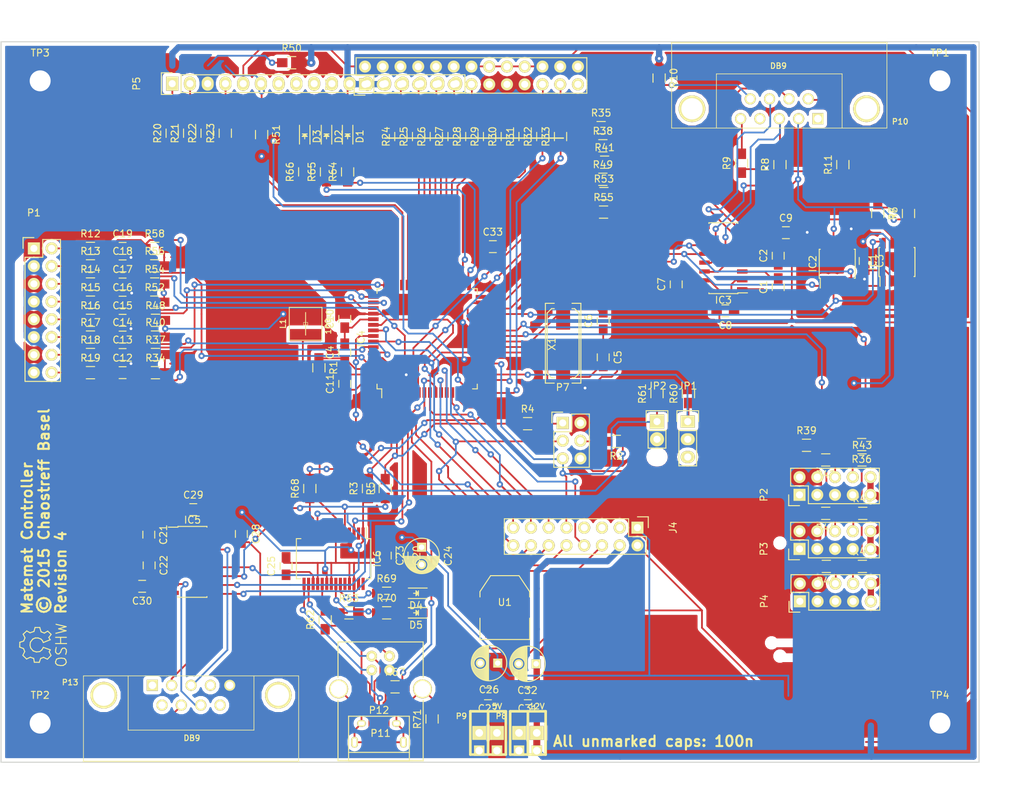
<source format=kicad_pcb>
(kicad_pcb (version 4) (host pcbnew 4.0.0~rc1a-stable)
  (title_block (title "Matemat Control Board") (rev 4) (company "Chaostreff Basel") (comment 1 "(c) 2015 Gregor Riepl"))
  (layers (0 F.Cu signal) (31 B.Cu signal) (34 B.Paste user) (35 F.Paste user) (36 B.SilkS user) (37 F.SilkS user) (38 B.Mask user) (39 F.Mask user) (44 Edge.Cuts user))
  (net 0 "")
  (net 1 +12V)
  (net 2 /CAN_SLEEP)
  (net 3 "/JTAG TCK")
  (net 4 "/JTAG TDI")
  (net 5 "/JTAG TDO")
  (net 6 "/JTAG TMS")
  (net 7 "/LED A")
  (net 8 "/LED B")
  (net 9 "/LED C")
  (net 10 "/LED RX")
  (net 11 "/LED TX")
  (net 12 /MISO)
  (net 13 /MOSI)
  (net 14 /PDI)
  (net 15 /PDO)
  (net 16 /SCK)
  (net 17 /SCL)
  (net 18 /SDA)
  (net 19 /UART0_CTS)
  (net 20 /UART0_RTS)
  (net 21 /UART0_RX)
  (net 22 /UART0_TX)
  (net 23 /UART1_CTS)
  (net 24 /UART1_RTS)
  (net 25 /UART1_RX)
  (net 26 /UART1_TX)
  (net 27 /USB_SLEEP)
  (net 28 /strobe)
  (net 29 /zero_cross)
  (net 30 GND)
  (net 31 VAA)
  (net 32 VCC)
  (net 33 "Net-(C1-Pad1)")
  (net 34 "Net-(C1-Pad2)")
  (net 35 "Net-(C2-Pad1)")
  (net 36 "Net-(C2-Pad2)")
  (net 37 "Net-(C4-Pad1)")
  (net 38 "Net-(C5-Pad2)")
  (net 39 "Net-(C6-Pad2)")
  (net 40 "Net-(C8-Pad1)")
  (net 41 "Net-(C9-Pad1)")
  (net 42 "Net-(C21-Pad1)")
  (net 43 "Net-(C21-Pad2)")
  (net 44 "Net-(C22-Pad1)")
  (net 45 "Net-(C22-Pad2)")
  (net 46 "Net-(C25-Pad1)")
  (net 47 "Net-(C29-Pad1)")
  (net 48 "Net-(C30-Pad1)")
  (net 49 "Net-(D1-Pad2)")
  (net 50 "Net-(D2-Pad2)")
  (net 51 "Net-(D3-Pad2)")
  (net 52 "Net-(D4-Pad2)")
  (net 53 "Net-(D5-Pad2)")
  (net 54 "Net-(IC1-Pad5)")
  (net 55 "Net-(IC1-Pad6)")
  (net 56 "Net-(IC1-Pad7)")
  (net 57 "Net-(IC3-Pad7)")
  (net 58 "Net-(IC3-Pad14)")
  (net 59 "Net-(IC4-Pad2)")
  (net 60 "Net-(IC4-Pad3)")
  (net 61 "Net-(IC5-Pad7)")
  (net 62 "Net-(IC5-Pad8)")
  (net 63 "Net-(IC5-Pad13)")
  (net 64 "Net-(IC5-Pad14)")
  (net 65 "Net-(IC6-Pad12)")
  (net 66 "Net-(IC6-Pad15)")
  (net 67 "Net-(IC6-Pad16)")
  (net 68 "Net-(IC6-Pad19)")
  (net 69 "Net-(P1-Pad2)")
  (net 70 "Net-(P1-Pad4)")
  (net 71 "Net-(P1-Pad6)")
  (net 72 "Net-(P1-Pad8)")
  (net 73 "Net-(P1-Pad10)")
  (net 74 "Net-(P1-Pad12)")
  (net 75 "Net-(P1-Pad14)")
  (net 76 "Net-(P1-Pad16)")
  (net 77 "Net-(P2-Pad6)")
  (net 78 "Net-(P2-Pad8)")
  (net 79 "Net-(P3-Pad6)")
  (net 80 "Net-(P3-Pad8)")
  (net 81 "Net-(P4-Pad6)")
  (net 82 "Net-(P4-Pad8)")
  (net 83 "Net-(P10-Pad5)")
  (net 84 "Net-(P10-Pad9)")
  (net 85 "Net-(P10-Pad6)")
  (net 86 "Net-(P11-Pad1)")
  (net 87 "Net-(P11-Pad5)")
  (net 88 "Net-(P12-Pad4)")
  (net 89 /ANALOG_3)
  (net 90 /DIGITAL_3)
  (net 91 /ANALOG_2)
  (net 92 /DIGITAL_2)
  (net 93 /ANALOG_1)
  (net 94 /DIGITAL_1)
  (net 95 /ANALOG_0)
  (net 96 /DIGITAL_0)
  (net 97 /COIN_INH)
  (net 98 /COIN_OUT_F)
  (net 99 /COIN_OUT_E)
  (net 100 /BILL_OUT_FULL)
  (net 101 /BILL_OUT_VALID)
  (net 102 /~FLASH_EN~)
  (net 103 /~RST~)
  (net 104 /BILL_IN_REJ)
  (net 105 /BILL_IN_ACK)
  (net 106 /BILL_IN_INH)
  (net 107 /BILL_OUT_ABN)
  (net 108 /BILL_OUT_BUSY)
  (net 109 /BILL_OUT_VEND3)
  (net 110 /BILL_OUT_VEND2)
  (net 111 /BILL_OUT_VEND1)
  (net 112 /COIN_OUT_D)
  (net 113 /COIN_OUT_C)
  (net 114 /COIN_OUT_B)
  (net 115 /COIN_OUT_A)
  (net 116 "Net-(J4-Pad5)")
  (net 117 "Net-(J4-Pad7)")
  (net 118 /COIN_OUT_MODE)
  (net 119 "Net-(R34-Pad2)")
  (module Pin_Headers:Pin_Header_Straight_2x05 (layer F.Cu) (at 164.3 129.45 90)
    (fp_text reference P3 (at 0 -5.1 90) (layer F.SilkS))
    (fp_text value I2C1)
    (pad 1 thru_hole rect (at 0 0 90) (size 1.7272 1.7272) (drill 1.016) (layers *.Cu *.Mask F.SilkS) (net 30 GND))
    (pad 2 thru_hole oval (at 2.54 0 90) (size 1.7272 1.7272) (drill 1.016) (layers *.Cu *.Mask F.SilkS) (net 32 VCC))
    (pad 3 thru_hole oval (at 0 2.54 90) (size 1.7272 1.7272) (drill 1.016) (layers *.Cu *.Mask F.SilkS) (net 30 GND))
    (pad 4 thru_hole oval (at 2.54 2.54 90) (size 1.7272 1.7272) (drill 1.016) (layers *.Cu *.Mask F.SilkS) (net 32 VCC))
    (pad 5 thru_hole oval (at 0 5.08 90) (size 1.7272 1.7272) (drill 1.016) (layers *.Cu *.Mask F.SilkS) (net 30 GND))
    (pad 6 thru_hole oval (at 2.54 5.08 90) (size 1.7272 1.7272) (drill 1.016) (layers *.Cu *.Mask F.SilkS) (net 79 "Net-(P3-Pad6)"))
    (pad 7 thru_hole oval (at 0 7.62 90) (size 1.7272 1.7272) (drill 1.016) (layers *.Cu *.Mask F.SilkS) (net 30 GND))
    (pad 8 thru_hole oval (at 2.54 7.62 90) (size 1.7272 1.7272) (drill 1.016) (layers *.Cu *.Mask F.SilkS) (net 80 "Net-(P3-Pad8)"))
    (pad 9 thru_hole oval (at 0 10.16 90) (size 1.7272 1.7272) (drill 1.016) (layers *.Cu *.Mask F.SilkS) (net 1 +12V))
    (pad 10 thru_hole oval (at 2.54 10.16 90) (size 1.7272 1.7272) (drill 1.016) (layers *.Cu *.Mask F.SilkS) (net 1 +12V))
  )
  (module Resistors_SMD:R_0805_HandSoldering (layer F.Cu) (at 173.35 124.35)
    (fp_text reference R45 (at 0 -2.1) (layer F.SilkS))
    (fp_text value 100)
    (pad 1 smd rect (at -1.35 0) (size 1.5 1.3) (layers F.Cu F.Paste F.Mask) (net 80 "Net-(P3-Pad8)") (clearance 0.1))
    (pad 2 smd rect (at 1.35 0) (size 1.5 1.3) (layers F.Cu F.Paste F.Mask) (net 18 /SDA) (clearance 0.1))
  )
  (module Resistors_SMD:R_0805_HandSoldering (layer F.Cu) (at 168.05 124.35 180)
    (fp_text reference R44 (at 0 -2.1 180) (layer F.SilkS))
    (fp_text value 100)
    (pad 1 smd rect (at -1.35 0 180) (size 1.5 1.3) (layers F.Cu F.Paste F.Mask) (net 79 "Net-(P3-Pad6)") (clearance 0.1))
    (pad 2 smd rect (at 1.35 0 180) (size 1.5 1.3) (layers F.Cu F.Paste F.Mask) (net 17 /SCL) (clearance 0.1))
  )
  (module Capacitors_SMD:C_0805_HandSoldering (layer F.Cu) (at 161.25 91.95 90)
    (fp_text reference C1 (at 0 -2.1 90) (layer F.SilkS))
    (fp_text value 100n)
    (pad 1 smd rect (at -1.25 0 90) (size 1.5 1.25) (layers F.Cu F.Paste F.Mask) (net 33 "Net-(C1-Pad1)") (clearance 0.1))
    (pad 2 smd rect (at 1.25 0 90) (size 1.5 1.25) (layers F.Cu F.Paste F.Mask) (net 34 "Net-(C1-Pad2)") (clearance 0.1))
  )
  (module Capacitors_SMD:C_0805_HandSoldering (layer F.Cu) (at 161.25 87.45 90)
    (fp_text reference C2 (at 0 -2.1 90) (layer F.SilkS))
    (fp_text value 100n)
    (pad 1 smd rect (at -1.25 0 90) (size 1.5 1.25) (layers F.Cu F.Paste F.Mask) (net 35 "Net-(C2-Pad1)") (clearance 0.1))
    (pad 2 smd rect (at 1.25 0 90) (size 1.5 1.25) (layers F.Cu F.Paste F.Mask) (net 36 "Net-(C2-Pad2)") (clearance 0.1))
  )
  (module Capacitors_SMD:C_0805_HandSoldering (layer F.Cu) (at 173.7 88.2 270)
    (fp_text reference C3 (at 0 -2.1 270) (layer F.SilkS))
    (fp_text value 100n)
    (pad 1 smd rect (at -1.25 0 270) (size 1.5 1.25) (layers F.Cu F.Paste F.Mask) (net 32 VCC) (clearance 0.1))
    (pad 2 smd rect (at 1.25 0 270) (size 1.5 1.25) (layers F.Cu F.Paste F.Mask) (net 30 GND) (clearance 0.1))
  )
  (module Capacitors_SMD:C_0805_HandSoldering (layer F.Cu) (at 99.2 101.3 90)
    (fp_text reference C4 (at 0 -2.1 90) (layer F.SilkS))
    (fp_text value 100n)
    (pad 1 smd rect (at -1.25 0 90) (size 1.5 1.25) (layers F.Cu F.Paste F.Mask) (net 37 "Net-(C4-Pad1)") (clearance 0.1))
    (pad 2 smd rect (at 1.25 0 90) (size 1.5 1.25) (layers F.Cu F.Paste F.Mask) (net 30 GND) (clearance 0.1))
  )
  (module Capacitors_SMD:C_0805_HandSoldering (layer F.Cu) (at 136.2 102 270)
    (fp_text reference C5 (at 0 -2.1 270) (layer F.SilkS))
    (fp_text value 22p)
    (pad 1 smd rect (at -1.25 0 270) (size 1.5 1.25) (layers F.Cu F.Paste F.Mask) (net 30 GND) (clearance 0.1))
    (pad 2 smd rect (at 1.25 0 270) (size 1.5 1.25) (layers F.Cu F.Paste F.Mask) (net 38 "Net-(C5-Pad2)") (clearance 0.1))
  )
  (module Capacitors_SMD:C_0805_HandSoldering (layer F.Cu) (at 136.2 96.8 90)
    (fp_text reference C6 (at 0 -2.1 90) (layer F.SilkS))
    (fp_text value 22p)
    (pad 1 smd rect (at -1.25 0 90) (size 1.5 1.25) (layers F.Cu F.Paste F.Mask) (net 30 GND) (clearance 0.1))
    (pad 2 smd rect (at 1.25 0 90) (size 1.5 1.25) (layers F.Cu F.Paste F.Mask) (net 39 "Net-(C6-Pad2)") (clearance 0.1))
  )
  (module Capacitors_SMD:C_0805_HandSoldering (layer F.Cu) (at 146.65 91.55 90)
    (fp_text reference C7 (at 0 -2.1 90) (layer F.SilkS))
    (fp_text value 100n)
    (pad 1 smd rect (at -1.25 0 90) (size 1.5 1.25) (layers F.Cu F.Paste F.Mask) (net 32 VCC) (clearance 0.1))
    (pad 2 smd rect (at 1.25 0 90) (size 1.5 1.25) (layers F.Cu F.Paste F.Mask) (net 30 GND) (clearance 0.1))
  )
  (module Capacitors_SMD:C_0805_HandSoldering (layer F.Cu) (at 153.68 95.34 180)
    (fp_text reference C8 (at 0 -2.1 180) (layer F.SilkS))
    (fp_text value 100n)
    (pad 1 smd rect (at -1.25 0 180) (size 1.5 1.25) (layers F.Cu F.Paste F.Mask) (net 40 "Net-(C8-Pad1)") (clearance 0.1))
    (pad 2 smd rect (at 1.25 0 180) (size 1.5 1.25) (layers F.Cu F.Paste F.Mask) (net 30 GND) (clearance 0.1))
  )
  (module Capacitors_SMD:C_0805_HandSoldering (layer F.Cu) (at 162.35 84.15)
    (fp_text reference C9 (at 0 -2.1) (layer F.SilkS))
    (fp_text value 100n)
    (pad 1 smd rect (at -1.25 0) (size 1.5 1.25) (layers F.Cu F.Paste F.Mask) (net 41 "Net-(C9-Pad1)") (clearance 0.1))
    (pad 2 smd rect (at 1.25 0) (size 1.5 1.25) (layers F.Cu F.Paste F.Mask) (net 30 GND) (clearance 0.1))
  )
  (module Capacitors_SMD:C_0805_HandSoldering (layer F.Cu) (at 99.2 96.5 90)
    (fp_text reference C10 (at 0 -2.1 90) (layer F.SilkS))
    (fp_text value 100n)
    (pad 1 smd rect (at -1.25 0 90) (size 1.5 1.25) (layers F.Cu F.Paste F.Mask) (net 30 GND) (clearance 0.1))
    (pad 2 smd rect (at 1.25 0 90) (size 1.5 1.25) (layers F.Cu F.Paste F.Mask) (net 32 VCC) (clearance 0.1))
  )
  (module Capacitors_SMD:C_0805_HandSoldering (layer F.Cu) (at 99.2 105.8 90)
    (fp_text reference C11 (at 0 -2.1 90) (layer F.SilkS))
    (fp_text value 100n)
    (pad 1 smd rect (at -1.25 0 90) (size 1.5 1.25) (layers F.Cu F.Paste F.Mask) (net 31 VAA) (clearance 0.1))
    (pad 2 smd rect (at 1.25 0 90) (size 1.5 1.25) (layers F.Cu F.Paste F.Mask) (net 30 GND) (clearance 0.1))
  )
  (module Capacitors_SMD:C_0805_HandSoldering (layer F.Cu) (at 67.4 104.2)
    (fp_text reference C12 (at 0 -2.1) (layer F.SilkS))
    (fp_text value 100n)
    (pad 1 smd rect (at -1.25 0) (size 1.5 1.25) (layers F.Cu F.Paste F.Mask) (net 89 /ANALOG_3) (clearance 0.1))
    (pad 2 smd rect (at 1.25 0) (size 1.5 1.25) (layers F.Cu F.Paste F.Mask) (net 30 GND) (clearance 0.1))
  )
  (module Capacitors_SMD:C_0805_HandSoldering (layer F.Cu) (at 67.4 101.6)
    (fp_text reference C13 (at 0 -2.1) (layer F.SilkS))
    (fp_text value 100n)
    (pad 1 smd rect (at -1.25 0) (size 1.5 1.25) (layers F.Cu F.Paste F.Mask) (net 90 /DIGITAL_3) (clearance 0.1))
    (pad 2 smd rect (at 1.25 0) (size 1.5 1.25) (layers F.Cu F.Paste F.Mask) (net 30 GND) (clearance 0.1))
  )
  (module Capacitors_SMD:C_0805_HandSoldering (layer F.Cu) (at 67.4 99.1)
    (fp_text reference C14 (at 0 -2.1) (layer F.SilkS))
    (fp_text value 100n)
    (pad 1 smd rect (at -1.25 0) (size 1.5 1.25) (layers F.Cu F.Paste F.Mask) (net 91 /ANALOG_2) (clearance 0.1))
    (pad 2 smd rect (at 1.25 0) (size 1.5 1.25) (layers F.Cu F.Paste F.Mask) (net 30 GND) (clearance 0.1))
  )
  (module Capacitors_SMD:C_0805_HandSoldering (layer F.Cu) (at 67.4 96.7)
    (fp_text reference C15 (at 0 -2.1) (layer F.SilkS))
    (fp_text value 100n)
    (pad 1 smd rect (at -1.25 0) (size 1.5 1.25) (layers F.Cu F.Paste F.Mask) (net 92 /DIGITAL_2) (clearance 0.1))
    (pad 2 smd rect (at 1.25 0) (size 1.5 1.25) (layers F.Cu F.Paste F.Mask) (net 30 GND) (clearance 0.1))
  )
  (module Capacitors_SMD:C_0805_HandSoldering (layer F.Cu) (at 67.4 94.1)
    (fp_text reference C16 (at 0 -2.1) (layer F.SilkS))
    (fp_text value 100n)
    (pad 1 smd rect (at -1.25 0) (size 1.5 1.25) (layers F.Cu F.Paste F.Mask) (net 93 /ANALOG_1) (clearance 0.1))
    (pad 2 smd rect (at 1.25 0) (size 1.5 1.25) (layers F.Cu F.Paste F.Mask) (net 30 GND) (clearance 0.1))
  )
  (module Capacitors_SMD:C_0805_HandSoldering (layer F.Cu) (at 67.4 91.5)
    (fp_text reference C17 (at 0 -2.1) (layer F.SilkS))
    (fp_text value 100n)
    (pad 1 smd rect (at -1.25 0) (size 1.5 1.25) (layers F.Cu F.Paste F.Mask) (net 94 /DIGITAL_1) (clearance 0.1))
    (pad 2 smd rect (at 1.25 0) (size 1.5 1.25) (layers F.Cu F.Paste F.Mask) (net 30 GND) (clearance 0.1))
  )
  (module Capacitors_SMD:C_0805_HandSoldering (layer F.Cu) (at 67.4 88.9)
    (fp_text reference C18 (at 0 -2.1) (layer F.SilkS))
    (fp_text value 100n)
    (pad 1 smd rect (at -1.25 0) (size 1.5 1.25) (layers F.Cu F.Paste F.Mask) (net 95 /ANALOG_0) (clearance 0.1))
    (pad 2 smd rect (at 1.25 0) (size 1.5 1.25) (layers F.Cu F.Paste F.Mask) (net 30 GND) (clearance 0.1))
  )
  (module Capacitors_SMD:C_0805_HandSoldering (layer F.Cu) (at 67.4 86.4)
    (fp_text reference C19 (at 0 -2.1) (layer F.SilkS))
    (fp_text value 100n)
    (pad 1 smd rect (at -1.25 0) (size 1.5 1.25) (layers F.Cu F.Paste F.Mask) (net 96 /DIGITAL_0) (clearance 0.1))
    (pad 2 smd rect (at 1.25 0) (size 1.5 1.25) (layers F.Cu F.Paste F.Mask) (net 30 GND) (clearance 0.1))
  )
  (module Capacitors_SMD:C_0805_HandSoldering (layer F.Cu) (at 107.4 130.4 270)
    (fp_text reference C20 (at 0 -2.1 270) (layer F.SilkS))
    (fp_text value 100n)
    (pad 1 smd rect (at -1.25 0 270) (size 1.5 1.25) (layers F.Cu F.Paste F.Mask) (net 32 VCC) (clearance 0.1))
    (pad 2 smd rect (at 1.25 0 270) (size 1.5 1.25) (layers F.Cu F.Paste F.Mask) (net 30 GND) (clearance 0.1))
  )
  (module Capacitors_SMD:C_0805_HandSoldering (layer F.Cu) (at 71.15 127.4 270)
    (fp_text reference C21 (at 0 -2.1 270) (layer F.SilkS))
    (fp_text value 100n)
    (pad 1 smd rect (at -1.25 0 270) (size 1.5 1.25) (layers F.Cu F.Paste F.Mask) (net 42 "Net-(C21-Pad1)") (clearance 0.1))
    (pad 2 smd rect (at 1.25 0 270) (size 1.5 1.25) (layers F.Cu F.Paste F.Mask) (net 43 "Net-(C21-Pad2)") (clearance 0.1))
  )
  (module Capacitors_SMD:C_0805_HandSoldering (layer F.Cu) (at 71.2 131.8 270)
    (fp_text reference C22 (at 0 -2.1 270) (layer F.SilkS))
    (fp_text value 100n)
    (pad 1 smd rect (at -1.25 0 270) (size 1.5 1.25) (layers F.Cu F.Paste F.Mask) (net 44 "Net-(C22-Pad1)") (clearance 0.1))
    (pad 2 smd rect (at 1.25 0 270) (size 1.5 1.25) (layers F.Cu F.Paste F.Mask) (net 45 "Net-(C22-Pad2)") (clearance 0.1))
  )
  (module Capacitors_SMD:C_0805_HandSoldering (layer F.Cu) (at 105 130.4 270)
    (fp_text reference C23 (at 0 -2.1 270) (layer F.SilkS))
    (fp_text value 100n)
    (pad 1 smd rect (at -1.25 0 270) (size 1.5 1.25) (layers F.Cu F.Paste F.Mask) (net 32 VCC) (clearance 0.1))
    (pad 2 smd rect (at 1.25 0 270) (size 1.5 1.25) (layers F.Cu F.Paste F.Mask) (net 30 GND) (clearance 0.1))
  )
  (module Capacitors_ThroughHole:C_Radial_D5_L11_P2.5 (layer F.Cu) (at 110.2 129.2 270)
    (fp_text reference C24 (at 1.25 -3.8 270) (layer F.SilkS))
    (fp_text value 4.7u)
    (pad 1 thru_hole rect (at 0 0 270) (size 1.3 1.3) (drill 0.8) (layers *.Cu *.Mask F.SilkS) (net 32 VCC))
    (pad 2 thru_hole circle (at 2.5 0 270) (size 1.3 1.3) (drill 0.8) (layers *.Cu *.Mask F.SilkS) (net 30 GND))
  )
  (module Capacitors_SMD:C_0805_HandSoldering (layer F.Cu) (at 90.8 131.9 90)
    (fp_text reference C25 (at 0 -2.1 90) (layer F.SilkS))
    (fp_text value 100n)
    (pad 1 smd rect (at -1.25 0 90) (size 1.5 1.25) (layers F.Cu F.Paste F.Mask) (net 46 "Net-(C25-Pad1)") (clearance 0.1))
    (pad 2 smd rect (at 1.25 0 90) (size 1.5 1.25) (layers F.Cu F.Paste F.Mask) (net 30 GND) (clearance 0.1))
  )
  (module Capacitors_SMD:C_0805_HandSoldering (layer F.Cu) (at 119.7 150.2 180)
    (fp_text reference C27 (at 0 -2.1 180) (layer F.SilkS))
    (fp_text value 100n)
    (pad 1 smd rect (at -1.25 0 180) (size 1.5 1.25) (layers F.Cu F.Paste F.Mask) (net 32 VCC) (clearance 0.1))
    (pad 2 smd rect (at 1.25 0 180) (size 1.5 1.25) (layers F.Cu F.Paste F.Mask) (net 30 GND) (clearance 0.1))
  )
  (module Capacitors_SMD:C_0805_HandSoldering (layer F.Cu) (at 84.4 127.3 270)
    (fp_text reference C28 (at 0 -2.1 270) (layer F.SilkS))
    (fp_text value 100n)
    (pad 1 smd rect (at -1.25 0 270) (size 1.5 1.25) (layers F.Cu F.Paste F.Mask) (net 32 VCC) (clearance 0.1))
    (pad 2 smd rect (at 1.25 0 270) (size 1.5 1.25) (layers F.Cu F.Paste F.Mask) (net 30 GND) (clearance 0.1))
  )
  (module Capacitors_SMD:C_0805_HandSoldering (layer F.Cu) (at 77.52 123.82)
    (fp_text reference C29 (at 0 -2.1) (layer F.SilkS))
    (fp_text value 100n)
    (pad 1 smd rect (at -1.25 0) (size 1.5 1.25) (layers F.Cu F.Paste F.Mask) (net 47 "Net-(C29-Pad1)") (clearance 0.1))
    (pad 2 smd rect (at 1.25 0) (size 1.5 1.25) (layers F.Cu F.Paste F.Mask) (net 30 GND) (clearance 0.1))
  )
  (module Capacitors_SMD:C_0805_HandSoldering (layer F.Cu) (at 70.2 134.8 180)
    (fp_text reference C30 (at 0 -2.1 180) (layer F.SilkS))
    (fp_text value 100n)
    (pad 1 smd rect (at -1.25 0 180) (size 1.5 1.25) (layers F.Cu F.Paste F.Mask) (net 48 "Net-(C30-Pad1)") (clearance 0.1))
    (pad 2 smd rect (at 1.25 0 180) (size 1.5 1.25) (layers F.Cu F.Paste F.Mask) (net 30 GND) (clearance 0.1))
  )
  (module Capacitors_SMD:C_0805_HandSoldering (layer F.Cu) (at 125.4 150.2 180)
    (fp_text reference C31 (at 0 -2.1 180) (layer F.SilkS))
    (fp_text value 100n)
    (pad 1 smd rect (at -1.25 0 180) (size 1.5 1.25) (layers F.Cu F.Paste F.Mask) (net 1 +12V) (clearance 0.1))
    (pad 2 smd rect (at 1.25 0 180) (size 1.5 1.25) (layers F.Cu F.Paste F.Mask) (net 30 GND) (clearance 0.1))
  )
  (module Capacitors_ThroughHole:C_Radial_D5_L11_P2.5 (layer F.Cu) (at 126.6 145.9 180)
    (fp_text reference C32 (at 1.25 -3.8 180) (layer F.SilkS))
    (fp_text value 10u)
    (pad 1 thru_hole rect (at 0 0 180) (size 1.3 1.3) (drill 0.8) (layers *.Cu *.Mask F.SilkS) (net 1 +12V))
    (pad 2 thru_hole circle (at 2.5 0 180) (size 1.3 1.3) (drill 0.8) (layers *.Cu *.Mask F.SilkS) (net 30 GND))
  )
  (module LEDs:LED-0805 (layer F.Cu) (at 99.61 70.36 270)
    (fp_text reference D1 (at 0 -1.75 270) (layer F.SilkS))
    (fp_text value LED805)
    (pad 2 smd rect (at 1.04902 0 90) (size 1.19888 1.19888) (layers F.Cu F.Paste F.Mask) (net 49 "Net-(D1-Pad2)"))
    (pad 1 smd rect (at -1.04902 0 90) (size 1.19888 1.19888) (layers F.Cu F.Paste F.Mask) (net 30 GND))
  )
  (module LEDs:LED-0805 (layer F.Cu) (at 96.59 70.36 270)
    (fp_text reference D2 (at 0 -1.75 270) (layer F.SilkS))
    (fp_text value LED805)
    (pad 2 smd rect (at 1.04902 0 90) (size 1.19888 1.19888) (layers F.Cu F.Paste F.Mask) (net 50 "Net-(D2-Pad2)"))
    (pad 1 smd rect (at -1.04902 0 90) (size 1.19888 1.19888) (layers F.Cu F.Paste F.Mask) (net 30 GND))
  )
  (module LEDs:LED-0805 (layer F.Cu) (at 93.47 70.36 270)
    (fp_text reference D3 (at 0 -1.75 270) (layer F.SilkS))
    (fp_text value LED805)
    (pad 2 smd rect (at 1.04902 0 90) (size 1.19888 1.19888) (layers F.Cu F.Paste F.Mask) (net 51 "Net-(D3-Pad2)"))
    (pad 1 smd rect (at -1.04902 0 90) (size 1.19888 1.19888) (layers F.Cu F.Paste F.Mask) (net 30 GND))
  )
  (module LEDs:LED-0805 (layer F.Cu) (at 109.4 135.8 180)
    (fp_text reference D4 (at 0 -1.75 180) (layer F.SilkS))
    (fp_text value LED805)
    (pad 2 smd rect (at 1.04902 0) (size 1.19888 1.19888) (layers F.Cu F.Paste F.Mask) (net 52 "Net-(D4-Pad2)"))
    (pad 1 smd rect (at -1.04902 0) (size 1.19888 1.19888) (layers F.Cu F.Paste F.Mask) (net 30 GND))
  )
  (module LEDs:LED-0805 (layer F.Cu) (at 109.4 138.6 180)
    (fp_text reference D5 (at 0 -1.75 180) (layer F.SilkS))
    (fp_text value LED805)
    (pad 2 smd rect (at 1.04902 0) (size 1.19888 1.19888) (layers F.Cu F.Paste F.Mask) (net 53 "Net-(D5-Pad2)"))
    (pad 1 smd rect (at -1.04902 0) (size 1.19888 1.19888) (layers F.Cu F.Paste F.Mask) (net 30 GND))
  )
  (module Housings_SOIC:SOIC-8_3.9x4.9mm_Pitch1.27mm (layer F.Cu) (at 178.25 88.35 90)
    (fp_text reference IC1 (at 0 -3.5 90) (layer F.SilkS))
    (fp_text value TJA1040)
    (pad 1 smd rect (at -2.7 -1.905 90) (size 1.55 0.6) (layers F.Cu F.Paste F.Mask) (net 26 /UART1_TX))
    (pad 2 smd rect (at -2.7 -0.635 90) (size 1.55 0.6) (layers F.Cu F.Paste F.Mask) (net 30 GND))
    (pad 3 smd rect (at -2.7 0.635 90) (size 1.55 0.6) (layers F.Cu F.Paste F.Mask) (net 32 VCC))
    (pad 4 smd rect (at -2.7 1.905 90) (size 1.55 0.6) (layers F.Cu F.Paste F.Mask) (net 25 /UART1_RX))
    (pad 5 smd rect (at 2.7 1.905 90) (size 1.55 0.6) (layers F.Cu F.Paste F.Mask) (net 54 "Net-(IC1-Pad5)"))
    (pad 6 smd rect (at 2.7 0.635 90) (size 1.55 0.6) (layers F.Cu F.Paste F.Mask) (net 55 "Net-(IC1-Pad6)"))
    (pad 7 smd rect (at 2.7 -0.635 90) (size 1.55 0.6) (layers F.Cu F.Paste F.Mask) (net 56 "Net-(IC1-Pad7)"))
    (pad 8 smd rect (at 2.7 -1.905 90) (size 1.55 0.6) (layers F.Cu F.Paste F.Mask) (net 2 /CAN_SLEEP))
  )
  (module Housings_SOIC:SOIC-8_3.9x4.9mm_Pitch1.27mm (layer F.Cu) (at 169.7 88.6 90)
    (fp_text reference IC2 (at 0 -3.5 90) (layer F.SilkS))
    (fp_text value "DNP MAX481CSA")
    (pad 1 smd rect (at -2.7 -1.905 90) (size 1.55 0.6) (layers F.Cu F.Paste F.Mask) (net 25 /UART1_RX))
    (pad 2 smd rect (at -2.7 -0.635 90) (size 1.55 0.6) (layers F.Cu F.Paste F.Mask) (net 2 /CAN_SLEEP))
    (pad 3 smd rect (at -2.7 0.635 90) (size 1.55 0.6) (layers F.Cu F.Paste F.Mask) (net 2 /CAN_SLEEP))
    (pad 4 smd rect (at -2.7 1.905 90) (size 1.55 0.6) (layers F.Cu F.Paste F.Mask) (net 26 /UART1_TX))
    (pad 5 smd rect (at 2.7 1.905 90) (size 1.55 0.6) (layers F.Cu F.Paste F.Mask) (net 30 GND))
    (pad 6 smd rect (at 2.7 0.635 90) (size 1.55 0.6) (layers F.Cu F.Paste F.Mask) (net 56 "Net-(IC1-Pad7)"))
    (pad 7 smd rect (at 2.7 -0.635 90) (size 1.55 0.6) (layers F.Cu F.Paste F.Mask) (net 55 "Net-(IC1-Pad6)"))
    (pad 8 smd rect (at 2.7 -1.905 90) (size 1.55 0.6) (layers F.Cu F.Paste F.Mask) (net 32 VCC))
  )
  (module Housings_QFP:TQFP-64_14x14mm_Pitch0.8mm (layer F.Cu) (at 110.995 99.345 90)
    (fp_text reference IC4 (at 0 -9.45 90) (layer F.SilkS))
    (fp_text value ATMEGA128-A)
    (pad 1 smd rect (at -7.7 -6 90) (size 1.5 0.55) (layers F.Cu F.Paste F.Mask))
    (pad 2 smd rect (at -7.7 -5.2 90) (size 1.5 0.55) (layers F.Cu F.Paste F.Mask) (net 59 "Net-(IC4-Pad2)"))
    (pad 3 smd rect (at -7.7 -4.4 90) (size 1.5 0.55) (layers F.Cu F.Paste F.Mask) (net 60 "Net-(IC4-Pad3)"))
    (pad 4 smd rect (at -7.7 -3.6 90) (size 1.5 0.55) (layers F.Cu F.Paste F.Mask) (net 20 /UART0_RTS))
    (pad 5 smd rect (at -7.7 -2.8 90) (size 1.5 0.55) (layers F.Cu F.Paste F.Mask) (net 19 /UART0_CTS))
    (pad 6 smd rect (at -7.7 -2 90) (size 1.5 0.55) (layers F.Cu F.Paste F.Mask) (net 24 /UART1_RTS))
    (pad 7 smd rect (at -7.7 -1.2 90) (size 1.5 0.55) (layers F.Cu F.Paste F.Mask) (net 23 /UART1_CTS))
    (pad 8 smd rect (at -7.7 -0.4 90) (size 1.5 0.55) (layers F.Cu F.Paste F.Mask) (net 28 /strobe))
    (pad 9 smd rect (at -7.7 0.4 90) (size 1.5 0.55) (layers F.Cu F.Paste F.Mask) (net 29 /zero_cross))
    (pad 10 smd rect (at -7.7 1.2 90) (size 1.5 0.55) (layers F.Cu F.Paste F.Mask) (net 97 /COIN_INH))
    (pad 11 smd rect (at -7.7 2 90) (size 1.5 0.55) (layers F.Cu F.Paste F.Mask) (net 16 /SCK))
    (pad 12 smd rect (at -7.7 2.8 90) (size 1.5 0.55) (layers F.Cu F.Paste F.Mask) (net 13 /MOSI))
    (pad 13 smd rect (at -7.7 3.6 90) (size 1.5 0.55) (layers F.Cu F.Paste F.Mask) (net 12 /MISO))
    (pad 14 smd rect (at -7.7 4.4 90) (size 1.5 0.55) (layers F.Cu F.Paste F.Mask) (net 98 /COIN_OUT_F))
    (pad 15 smd rect (at -7.7 5.2 90) (size 1.5 0.55) (layers F.Cu F.Paste F.Mask) (net 99 /COIN_OUT_E))
    (pad 16 smd rect (at -7.7 6 90) (size 1.5 0.55) (layers F.Cu F.Paste F.Mask) (net 100 /BILL_OUT_FULL))
    (pad 17 smd rect (at -6 7.7 180) (size 1.5 0.55) (layers F.Cu F.Paste F.Mask) (net 101 /BILL_OUT_VALID))
    (pad 18 smd rect (at -5.2 7.7 180) (size 1.5 0.55) (layers F.Cu F.Paste F.Mask) (net 102 /~FLASH_EN~))
    (pad 19 smd rect (at -4.4 7.7 180) (size 1.5 0.55) (layers F.Cu F.Paste F.Mask))
    (pad 20 smd rect (at -3.6 7.7 180) (size 1.5 0.55) (layers F.Cu F.Paste F.Mask) (net 103 /~RST~))
    (pad 21 smd rect (at -2.8 7.7 180) (size 1.5 0.55) (layers F.Cu F.Paste F.Mask) (net 32 VCC))
    (pad 22 smd rect (at -2 7.7 180) (size 1.5 0.55) (layers F.Cu F.Paste F.Mask) (net 30 GND))
    (pad 23 smd rect (at -1.2 7.7 180) (size 1.5 0.55) (layers F.Cu F.Paste F.Mask) (net 38 "Net-(C5-Pad2)"))
    (pad 24 smd rect (at -0.4 7.7 180) (size 1.5 0.55) (layers F.Cu F.Paste F.Mask) (net 39 "Net-(C6-Pad2)"))
    (pad 25 smd rect (at 0.4 7.7 180) (size 1.5 0.55) (layers F.Cu F.Paste F.Mask) (net 17 /SCL))
    (pad 26 smd rect (at 1.2 7.7 180) (size 1.5 0.55) (layers F.Cu F.Paste F.Mask) (net 18 /SDA))
    (pad 27 smd rect (at 2 7.7 180) (size 1.5 0.55) (layers F.Cu F.Paste F.Mask) (net 25 /UART1_RX))
    (pad 28 smd rect (at 2.8 7.7 180) (size 1.5 0.55) (layers F.Cu F.Paste F.Mask) (net 26 /UART1_TX))
    (pad 29 smd rect (at 3.6 7.7 180) (size 1.5 0.55) (layers F.Cu F.Paste F.Mask) (net 2 /CAN_SLEEP))
    (pad 30 smd rect (at 4.4 7.7 180) (size 1.5 0.55) (layers F.Cu F.Paste F.Mask))
    (pad 31 smd rect (at 5.2 7.7 180) (size 1.5 0.55) (layers F.Cu F.Paste F.Mask))
    (pad 32 smd rect (at 6 7.7 180) (size 1.5 0.55) (layers F.Cu F.Paste F.Mask) (net 27 /USB_SLEEP))
    (pad 33 smd rect (at 7.7 6 90) (size 1.5 0.55) (layers F.Cu F.Paste F.Mask) (net 7 "/LED A"))
    (pad 34 smd rect (at 7.7 5.2 90) (size 1.5 0.55) (layers F.Cu F.Paste F.Mask) (net 8 "/LED B"))
    (pad 35 smd rect (at 7.7 4.4 90) (size 1.5 0.55) (layers F.Cu F.Paste F.Mask) (net 104 /BILL_IN_REJ))
    (pad 36 smd rect (at 7.7 3.6 90) (size 1.5 0.55) (layers F.Cu F.Paste F.Mask) (net 105 /BILL_IN_ACK))
    (pad 37 smd rect (at 7.7 2.8 90) (size 1.5 0.55) (layers F.Cu F.Paste F.Mask) (net 106 /BILL_IN_INH))
    (pad 38 smd rect (at 7.7 2 90) (size 1.5 0.55) (layers F.Cu F.Paste F.Mask) (net 107 /BILL_OUT_ABN))
    (pad 39 smd rect (at 7.7 1.2 90) (size 1.5 0.55) (layers F.Cu F.Paste F.Mask) (net 108 /BILL_OUT_BUSY))
    (pad 40 smd rect (at 7.7 0.4 90) (size 1.5 0.55) (layers F.Cu F.Paste F.Mask) (net 109 /BILL_OUT_VEND3))
    (pad 41 smd rect (at 7.7 -0.4 90) (size 1.5 0.55) (layers F.Cu F.Paste F.Mask) (net 110 /BILL_OUT_VEND2))
    (pad 42 smd rect (at 7.7 -1.2 90) (size 1.5 0.55) (layers F.Cu F.Paste F.Mask) (net 111 /BILL_OUT_VEND1))
    (pad 43 smd rect (at 7.7 -2 90) (size 1.5 0.55) (layers F.Cu F.Paste F.Mask) (net 9 "/LED C"))
    (pad 44 smd rect (at 7.7 -2.8 90) (size 1.5 0.55) (layers F.Cu F.Paste F.Mask) (net 112 /COIN_OUT_D))
    (pad 45 smd rect (at 7.7 -3.6 90) (size 1.5 0.55) (layers F.Cu F.Paste F.Mask) (net 113 /COIN_OUT_C))
    (pad 46 smd rect (at 7.7 -4.4 90) (size 1.5 0.55) (layers F.Cu F.Paste F.Mask) (net 114 /COIN_OUT_B))
    (pad 47 smd rect (at 7.7 -5.2 90) (size 1.5 0.55) (layers F.Cu F.Paste F.Mask) (net 115 /COIN_OUT_A))
    (pad 48 smd rect (at 7.7 -6 90) (size 1.5 0.55) (layers F.Cu F.Paste F.Mask) (net 90 /DIGITAL_3))
    (pad 49 smd rect (at 6 -7.7 180) (size 1.5 0.55) (layers F.Cu F.Paste F.Mask) (net 92 /DIGITAL_2))
    (pad 50 smd rect (at 5.2 -7.7 180) (size 1.5 0.55) (layers F.Cu F.Paste F.Mask) (net 94 /DIGITAL_1))
    (pad 51 smd rect (at 4.4 -7.7 180) (size 1.5 0.55) (layers F.Cu F.Paste F.Mask) (net 96 /DIGITAL_0))
    (pad 52 smd rect (at 3.6 -7.7 180) (size 1.5 0.55) (layers F.Cu F.Paste F.Mask) (net 32 VCC))
    (pad 53 smd rect (at 2.8 -7.7 180) (size 1.5 0.55) (layers F.Cu F.Paste F.Mask) (net 30 GND))
    (pad 54 smd rect (at 2 -7.7 180) (size 1.5 0.55) (layers F.Cu F.Paste F.Mask) (net 4 "/JTAG TDI"))
    (pad 55 smd rect (at 1.2 -7.7 180) (size 1.5 0.55) (layers F.Cu F.Paste F.Mask) (net 5 "/JTAG TDO"))
    (pad 56 smd rect (at 0.4 -7.7 180) (size 1.5 0.55) (layers F.Cu F.Paste F.Mask) (net 6 "/JTAG TMS"))
    (pad 57 smd rect (at -0.4 -7.7 180) (size 1.5 0.55) (layers F.Cu F.Paste F.Mask) (net 3 "/JTAG TCK"))
    (pad 58 smd rect (at -1.2 -7.7 180) (size 1.5 0.55) (layers F.Cu F.Paste F.Mask) (net 89 /ANALOG_3))
    (pad 59 smd rect (at -2 -7.7 180) (size 1.5 0.55) (layers F.Cu F.Paste F.Mask) (net 91 /ANALOG_2))
    (pad 60 smd rect (at -2.8 -7.7 180) (size 1.5 0.55) (layers F.Cu F.Paste F.Mask) (net 93 /ANALOG_1))
    (pad 61 smd rect (at -3.6 -7.7 180) (size 1.5 0.55) (layers F.Cu F.Paste F.Mask) (net 95 /ANALOG_0))
    (pad 62 smd rect (at -4.4 -7.7 180) (size 1.5 0.55) (layers F.Cu F.Paste F.Mask) (net 37 "Net-(C4-Pad1)"))
    (pad 63 smd rect (at -5.2 -7.7 180) (size 1.5 0.55) (layers F.Cu F.Paste F.Mask) (net 30 GND))
    (pad 64 smd rect (at -6 -7.7 180) (size 1.5 0.55) (layers F.Cu F.Paste F.Mask) (net 31 VAA))
  )
  (module Housings_SSOP:SSOP-28_5.3x10.2mm_Pitch0.65mm (layer F.Cu) (at 97.6 130.85 270)
    (fp_text reference IC6 (at 0 -6.25 270) (layer F.SilkS))
    (fp_text value FT232RL)
    (pad 1 smd rect (at -3.6 -4.225 270) (size 1.75 0.45) (layers F.Cu F.Paste F.Mask) (net 21 /UART0_RX))
    (pad 2 smd rect (at -3.6 -3.575 270) (size 1.75 0.45) (layers F.Cu F.Paste F.Mask))
    (pad 3 smd rect (at -3.6 -2.925 270) (size 1.75 0.45) (layers F.Cu F.Paste F.Mask) (net 20 /UART0_RTS))
    (pad 4 smd rect (at -3.6 -2.275 270) (size 1.75 0.45) (layers F.Cu F.Paste F.Mask) (net 32 VCC))
    (pad 5 smd rect (at -3.6 -1.625 270) (size 1.75 0.45) (layers F.Cu F.Paste F.Mask) (net 22 /UART0_TX))
    (pad 6 smd rect (at -3.6 -0.975 270) (size 1.75 0.45) (layers F.Cu F.Paste F.Mask))
    (pad 7 smd rect (at -3.6 -0.325 270) (size 1.75 0.45) (layers F.Cu F.Paste F.Mask) (net 30 GND))
    (pad 8 smd rect (at -3.6 0.325 270) (size 1.75 0.45) (layers F.Cu F.Paste F.Mask))
    (pad 9 smd rect (at -3.6 0.975 270) (size 1.75 0.45) (layers F.Cu F.Paste F.Mask))
    (pad 10 smd rect (at -3.6 1.625 270) (size 1.75 0.45) (layers F.Cu F.Paste F.Mask))
    (pad 11 smd rect (at -3.6 2.275 270) (size 1.75 0.45) (layers F.Cu F.Paste F.Mask) (net 19 /UART0_CTS))
    (pad 12 smd rect (at -3.6 2.925 270) (size 1.75 0.45) (layers F.Cu F.Paste F.Mask) (net 65 "Net-(IC6-Pad12)"))
    (pad 13 smd rect (at -3.6 3.575 270) (size 1.75 0.45) (layers F.Cu F.Paste F.Mask))
    (pad 14 smd rect (at -3.6 4.225 270) (size 1.75 0.45) (layers F.Cu F.Paste F.Mask))
    (pad 15 smd rect (at 3.6 4.225 270) (size 1.75 0.45) (layers F.Cu F.Paste F.Mask) (net 66 "Net-(IC6-Pad15)"))
    (pad 16 smd rect (at 3.6 3.575 270) (size 1.75 0.45) (layers F.Cu F.Paste F.Mask) (net 67 "Net-(IC6-Pad16)"))
    (pad 17 smd rect (at 3.6 2.925 270) (size 1.75 0.45) (layers F.Cu F.Paste F.Mask) (net 46 "Net-(C25-Pad1)"))
    (pad 18 smd rect (at 3.6 2.275 270) (size 1.75 0.45) (layers F.Cu F.Paste F.Mask) (net 30 GND))
    (pad 19 smd rect (at 3.6 1.625 270) (size 1.75 0.45) (layers F.Cu F.Paste F.Mask) (net 68 "Net-(IC6-Pad19)"))
    (pad 20 smd rect (at 3.6 0.975 270) (size 1.75 0.45) (layers F.Cu F.Paste F.Mask) (net 32 VCC))
    (pad 21 smd rect (at 3.6 0.325 270) (size 1.75 0.45) (layers F.Cu F.Paste F.Mask) (net 30 GND))
    (pad 22 smd rect (at 3.6 -0.325 270) (size 1.75 0.45) (layers F.Cu F.Paste F.Mask) (net 10 "/LED RX"))
    (pad 23 smd rect (at 3.6 -0.975 270) (size 1.75 0.45) (layers F.Cu F.Paste F.Mask) (net 11 "/LED TX"))
    (pad 24 smd rect (at 3.6 -1.625 270) (size 1.75 0.45) (layers F.Cu F.Paste F.Mask))
    (pad 25 smd rect (at 3.6 -2.275 270) (size 1.75 0.45) (layers F.Cu F.Paste F.Mask) (net 30 GND))
    (pad 26 smd rect (at 3.6 -2.925 270) (size 1.75 0.45) (layers F.Cu F.Paste F.Mask) (net 30 GND))
    (pad 27 smd rect (at 3.6 -3.575 270) (size 1.75 0.45) (layers F.Cu F.Paste F.Mask))
    (pad 28 smd rect (at 3.6 -4.225 270) (size 1.75 0.45) (layers F.Cu F.Paste F.Mask))
  )
  (module Pin_Headers:Pin_Header_Straight_2x08 (layer F.Cu) (at 141.1 126.4 270)
    (fp_text reference J4 (at 0 -5.1 270) (layer F.SilkS))
    (fp_text value POWER)
    (pad 1 thru_hole rect (at 0 0 270) (size 1.7272 1.7272) (drill 1.016) (layers *.Cu *.Mask F.SilkS) (net 32 VCC))
    (pad 2 thru_hole oval (at 2.54 0 270) (size 1.7272 1.7272) (drill 1.016) (layers *.Cu *.Mask F.SilkS) (net 30 GND))
    (pad 3 thru_hole oval (at 0 2.54 270) (size 1.7272 1.7272) (drill 1.016) (layers *.Cu *.Mask F.SilkS))
    (pad 4 thru_hole oval (at 2.54 2.54 270) (size 1.7272 1.7272) (drill 1.016) (layers *.Cu *.Mask F.SilkS) (net 1 +12V))
    (pad 5 thru_hole oval (at 0 5.08 270) (size 1.7272 1.7272) (drill 1.016) (layers *.Cu *.Mask F.SilkS) (net 116 "Net-(J4-Pad5)"))
    (pad 6 thru_hole oval (at 2.54 5.08 270) (size 1.7272 1.7272) (drill 1.016) (layers *.Cu *.Mask F.SilkS) (net 16 /SCK))
    (pad 7 thru_hole oval (at 0 7.62 270) (size 1.7272 1.7272) (drill 1.016) (layers *.Cu *.Mask F.SilkS) (net 117 "Net-(J4-Pad7)"))
    (pad 8 thru_hole oval (at 2.54 7.62 270) (size 1.7272 1.7272) (drill 1.016) (layers *.Cu *.Mask F.SilkS) (net 29 /zero_cross))
    (pad 9 thru_hole oval (at 0 10.16 270) (size 1.7272 1.7272) (drill 1.016) (layers *.Cu *.Mask F.SilkS) (net 103 /~RST~))
    (pad 10 thru_hole oval (at 2.54 10.16 270) (size 1.7272 1.7272) (drill 1.016) (layers *.Cu *.Mask F.SilkS) (net 28 /strobe))
    (pad 11 thru_hole oval (at 0 12.7 270) (size 1.7272 1.7272) (drill 1.016) (layers *.Cu *.Mask F.SilkS) (net 3 "/JTAG TCK"))
    (pad 12 thru_hole oval (at 2.54 12.7 270) (size 1.7272 1.7272) (drill 1.016) (layers *.Cu *.Mask F.SilkS) (net 6 "/JTAG TMS"))
    (pad 13 thru_hole oval (at 0 15.24 270) (size 1.7272 1.7272) (drill 1.016) (layers *.Cu *.Mask F.SilkS) (net 13 /MOSI))
    (pad 14 thru_hole oval (at 2.54 15.24 270) (size 1.7272 1.7272) (drill 1.016) (layers *.Cu *.Mask F.SilkS) (net 4 "/JTAG TDI"))
    (pad 15 thru_hole oval (at 0 17.78 270) (size 1.7272 1.7272) (drill 1.016) (layers *.Cu *.Mask F.SilkS) (net 12 /MISO))
    (pad 16 thru_hole oval (at 2.54 17.78 270) (size 1.7272 1.7272) (drill 1.016) (layers *.Cu *.Mask F.SilkS) (net 5 "/JTAG TDO"))
  )
  (module Pin_Headers:Pin_Header_Straight_1x03 (layer F.Cu) (at 148.3 111.2)
    (fp_text reference JP1 (at 0 -5.1) (layer F.SilkS))
    (fp_text value "1-2 FLASH EN")
    (pad 1 thru_hole rect (at 0 0) (size 2.032 1.7272) (drill 1.016) (layers *.Cu *.Mask F.SilkS) (net 102 /~FLASH_EN~))
    (pad 2 thru_hole oval (at 0 2.54) (size 2.032 1.7272) (drill 1.016) (layers *.Cu *.Mask F.SilkS) (net 30 GND))
    (pad 3 thru_hole oval (at 0 5.08) (size 2.032 1.7272) (drill 1.016) (layers *.Cu *.Mask F.SilkS))
  )
  (module Pin_Headers:Pin_Header_Straight_2x08 (layer F.Cu) (at 54.7 86.4)
    (fp_text reference P1 (at 0 -5.1) (layer F.SilkS))
    (fp_text value SENSOR)
    (pad 1 thru_hole rect (at 0 0) (size 1.7272 1.7272) (drill 1.016) (layers *.Cu *.Mask F.SilkS) (net 32 VCC))
    (pad 2 thru_hole oval (at 2.54 0) (size 1.7272 1.7272) (drill 1.016) (layers *.Cu *.Mask F.SilkS) (net 69 "Net-(P1-Pad2)"))
    (pad 3 thru_hole oval (at 0 2.54) (size 1.7272 1.7272) (drill 1.016) (layers *.Cu *.Mask F.SilkS) (net 30 GND))
    (pad 4 thru_hole oval (at 2.54 2.54) (size 1.7272 1.7272) (drill 1.016) (layers *.Cu *.Mask F.SilkS) (net 70 "Net-(P1-Pad4)"))
    (pad 5 thru_hole oval (at 0 5.08) (size 1.7272 1.7272) (drill 1.016) (layers *.Cu *.Mask F.SilkS) (net 32 VCC))
    (pad 6 thru_hole oval (at 2.54 5.08) (size 1.7272 1.7272) (drill 1.016) (layers *.Cu *.Mask F.SilkS) (net 71 "Net-(P1-Pad6)"))
    (pad 7 thru_hole oval (at 0 7.62) (size 1.7272 1.7272) (drill 1.016) (layers *.Cu *.Mask F.SilkS) (net 30 GND))
    (pad 8 thru_hole oval (at 2.54 7.62) (size 1.7272 1.7272) (drill 1.016) (layers *.Cu *.Mask F.SilkS) (net 72 "Net-(P1-Pad8)"))
    (pad 9 thru_hole oval (at 0 10.16) (size 1.7272 1.7272) (drill 1.016) (layers *.Cu *.Mask F.SilkS) (net 32 VCC))
    (pad 10 thru_hole oval (at 2.54 10.16) (size 1.7272 1.7272) (drill 1.016) (layers *.Cu *.Mask F.SilkS) (net 73 "Net-(P1-Pad10)"))
    (pad 11 thru_hole oval (at 0 12.7) (size 1.7272 1.7272) (drill 1.016) (layers *.Cu *.Mask F.SilkS) (net 30 GND))
    (pad 12 thru_hole oval (at 2.54 12.7) (size 1.7272 1.7272) (drill 1.016) (layers *.Cu *.Mask F.SilkS) (net 74 "Net-(P1-Pad12)"))
    (pad 13 thru_hole oval (at 0 15.24) (size 1.7272 1.7272) (drill 1.016) (layers *.Cu *.Mask F.SilkS) (net 32 VCC))
    (pad 14 thru_hole oval (at 2.54 15.24) (size 1.7272 1.7272) (drill 1.016) (layers *.Cu *.Mask F.SilkS) (net 75 "Net-(P1-Pad14)"))
    (pad 15 thru_hole oval (at 0 17.78) (size 1.7272 1.7272) (drill 1.016) (layers *.Cu *.Mask F.SilkS) (net 30 GND))
    (pad 16 thru_hole oval (at 2.54 17.78) (size 1.7272 1.7272) (drill 1.016) (layers *.Cu *.Mask F.SilkS) (net 76 "Net-(P1-Pad16)"))
  )
  (module Pin_Headers:Pin_Header_Straight_2x05 (layer F.Cu) (at 164.3 121.7 90)
    (fp_text reference P2 (at 0 -5.1 90) (layer F.SilkS))
    (fp_text value I2C0)
    (pad 1 thru_hole rect (at 0 0 90) (size 1.7272 1.7272) (drill 1.016) (layers *.Cu *.Mask F.SilkS) (net 30 GND))
    (pad 2 thru_hole oval (at 2.54 0 90) (size 1.7272 1.7272) (drill 1.016) (layers *.Cu *.Mask F.SilkS) (net 32 VCC))
    (pad 3 thru_hole oval (at 0 2.54 90) (size 1.7272 1.7272) (drill 1.016) (layers *.Cu *.Mask F.SilkS) (net 30 GND))
    (pad 4 thru_hole oval (at 2.54 2.54 90) (size 1.7272 1.7272) (drill 1.016) (layers *.Cu *.Mask F.SilkS) (net 32 VCC))
    (pad 5 thru_hole oval (at 0 5.08 90) (size 1.7272 1.7272) (drill 1.016) (layers *.Cu *.Mask F.SilkS) (net 30 GND))
    (pad 6 thru_hole oval (at 2.54 5.08 90) (size 1.7272 1.7272) (drill 1.016) (layers *.Cu *.Mask F.SilkS) (net 77 "Net-(P2-Pad6)"))
    (pad 7 thru_hole oval (at 0 7.62 90) (size 1.7272 1.7272) (drill 1.016) (layers *.Cu *.Mask F.SilkS) (net 30 GND))
    (pad 8 thru_hole oval (at 2.54 7.62 90) (size 1.7272 1.7272) (drill 1.016) (layers *.Cu *.Mask F.SilkS) (net 78 "Net-(P2-Pad8)"))
    (pad 9 thru_hole oval (at 0 10.16 90) (size 1.7272 1.7272) (drill 1.016) (layers *.Cu *.Mask F.SilkS) (net 1 +12V))
    (pad 10 thru_hole oval (at 2.54 10.16 90) (size 1.7272 1.7272) (drill 1.016) (layers *.Cu *.Mask F.SilkS) (net 1 +12V))
  )
  (module Pin_Headers:Pin_Header_Straight_2x05 (layer F.Cu) (at 164.35 136.95 90)
    (fp_text reference P4 (at 0 -5.1 90) (layer F.SilkS))
    (fp_text value I2C2)
    (pad 1 thru_hole rect (at 0 0 90) (size 1.7272 1.7272) (drill 1.016) (layers *.Cu *.Mask F.SilkS) (net 30 GND))
    (pad 2 thru_hole oval (at 2.54 0 90) (size 1.7272 1.7272) (drill 1.016) (layers *.Cu *.Mask F.SilkS) (net 32 VCC))
    (pad 3 thru_hole oval (at 0 2.54 90) (size 1.7272 1.7272) (drill 1.016) (layers *.Cu *.Mask F.SilkS) (net 30 GND))
    (pad 4 thru_hole oval (at 2.54 2.54 90) (size 1.7272 1.7272) (drill 1.016) (layers *.Cu *.Mask F.SilkS) (net 32 VCC))
    (pad 5 thru_hole oval (at 0 5.08 90) (size 1.7272 1.7272) (drill 1.016) (layers *.Cu *.Mask F.SilkS) (net 30 GND))
    (pad 6 thru_hole oval (at 2.54 5.08 90) (size 1.7272 1.7272) (drill 1.016) (layers *.Cu *.Mask F.SilkS) (net 81 "Net-(P4-Pad6)"))
    (pad 7 thru_hole oval (at 0 7.62 90) (size 1.7272 1.7272) (drill 1.016) (layers *.Cu *.Mask F.SilkS) (net 30 GND))
    (pad 8 thru_hole oval (at 2.54 7.62 90) (size 1.7272 1.7272) (drill 1.016) (layers *.Cu *.Mask F.SilkS) (net 82 "Net-(P4-Pad8)"))
    (pad 9 thru_hole oval (at 0 10.16 90) (size 1.7272 1.7272) (drill 1.016) (layers *.Cu *.Mask F.SilkS) (net 1 +12V))
    (pad 10 thru_hole oval (at 2.54 10.16 90) (size 1.7272 1.7272) (drill 1.016) (layers *.Cu *.Mask F.SilkS) (net 1 +12V))
  )
  (module Pin_Headers:Pin_Header_Straight_2x13 (layer F.Cu) (at 102.1 62.9 90)
    (fp_text reference P6 (at 0 -5.1 90) (layer F.SilkS))
    (fp_text value CONN_02X13)
    (pad 1 thru_hole rect (at 0 0 90) (size 1.7272 1.7272) (drill 1.016) (layers *.Cu *.Mask F.SilkS) (net 1 +12V))
    (pad 2 thru_hole oval (at 2.54 0 90) (size 1.7272 1.7272) (drill 1.016) (layers *.Cu *.Mask F.SilkS) (net 30 GND))
    (pad 3 thru_hole oval (at 0 2.54 90) (size 1.7272 1.7272) (drill 1.016) (layers *.Cu *.Mask F.SilkS) (net 1 +12V))
    (pad 4 thru_hole oval (at 2.54 2.54 90) (size 1.7272 1.7272) (drill 1.016) (layers *.Cu *.Mask F.SilkS) (net 30 GND))
    (pad 5 thru_hole oval (at 0 5.08 90) (size 1.7272 1.7272) (drill 1.016) (layers *.Cu *.Mask F.SilkS) (net 111 /BILL_OUT_VEND1))
    (pad 6 thru_hole oval (at 2.54 5.08 90) (size 1.7272 1.7272) (drill 1.016) (layers *.Cu *.Mask F.SilkS) (net 30 GND))
    (pad 7 thru_hole oval (at 0 7.62 90) (size 1.7272 1.7272) (drill 1.016) (layers *.Cu *.Mask F.SilkS) (net 110 /BILL_OUT_VEND2))
    (pad 8 thru_hole oval (at 2.54 7.62 90) (size 1.7272 1.7272) (drill 1.016) (layers *.Cu *.Mask F.SilkS) (net 30 GND))
    (pad 9 thru_hole oval (at 0 10.16 90) (size 1.7272 1.7272) (drill 1.016) (layers *.Cu *.Mask F.SilkS) (net 109 /BILL_OUT_VEND3))
    (pad 10 thru_hole oval (at 2.54 10.16 90) (size 1.7272 1.7272) (drill 1.016) (layers *.Cu *.Mask F.SilkS) (net 30 GND))
    (pad 11 thru_hole oval (at 0 12.7 90) (size 1.7272 1.7272) (drill 1.016) (layers *.Cu *.Mask F.SilkS) (net 108 /BILL_OUT_BUSY))
    (pad 12 thru_hole oval (at 2.54 12.7 90) (size 1.7272 1.7272) (drill 1.016) (layers *.Cu *.Mask F.SilkS) (net 30 GND))
    (pad 13 thru_hole oval (at 0 15.24 90) (size 1.7272 1.7272) (drill 1.016) (layers *.Cu *.Mask F.SilkS) (net 107 /BILL_OUT_ABN))
    (pad 14 thru_hole oval (at 2.54 15.24 90) (size 1.7272 1.7272) (drill 1.016) (layers *.Cu *.Mask F.SilkS) (net 30 GND))
    (pad 15 thru_hole oval (at 0 17.78 90) (size 1.7272 1.7272) (drill 1.016) (layers *.Cu *.Mask F.SilkS) (net 32 VCC))
    (pad 16 thru_hole oval (at 2.54 17.78 90) (size 1.7272 1.7272) (drill 1.016) (layers *.Cu *.Mask F.SilkS) (net 106 /BILL_IN_INH))
    (pad 17 thru_hole oval (at 0 20.32 90) (size 1.7272 1.7272) (drill 1.016) (layers *.Cu *.Mask F.SilkS) (net 32 VCC))
    (pad 18 thru_hole oval (at 2.54 20.32 90) (size 1.7272 1.7272) (drill 1.016) (layers *.Cu *.Mask F.SilkS) (net 105 /BILL_IN_ACK))
    (pad 19 thru_hole oval (at 0 22.86 90) (size 1.7272 1.7272) (drill 1.016) (layers *.Cu *.Mask F.SilkS) (net 32 VCC))
    (pad 20 thru_hole oval (at 2.54 22.86 90) (size 1.7272 1.7272) (drill 1.016) (layers *.Cu *.Mask F.SilkS) (net 104 /BILL_IN_REJ))
    (pad 21 thru_hole oval (at 0 25.4 90) (size 1.7272 1.7272) (drill 1.016) (layers *.Cu *.Mask F.SilkS) (net 101 /BILL_OUT_VALID))
    (pad 22 thru_hole oval (at 2.54 25.4 90) (size 1.7272 1.7272) (drill 1.016) (layers *.Cu *.Mask F.SilkS) (net 30 GND))
    (pad 23 thru_hole oval (at 0 27.94 90) (size 1.7272 1.7272) (drill 1.016) (layers *.Cu *.Mask F.SilkS) (net 100 /BILL_OUT_FULL))
    (pad 24 thru_hole oval (at 2.54 27.94 90) (size 1.7272 1.7272) (drill 1.016) (layers *.Cu *.Mask F.SilkS) (net 30 GND))
    (pad 25 thru_hole oval (at 0 30.48 90) (size 1.7272 1.7272) (drill 1.016) (layers *.Cu *.Mask F.SilkS))
    (pad 26 thru_hole oval (at 2.54 30.48 90) (size 1.7272 1.7272) (drill 1.016) (layers *.Cu *.Mask F.SilkS) (net 30 GND))
  )
  (module Pin_Headers:Pin_Header_Straight_2x03 (layer F.Cu) (at 130.4 111.4)
    (fp_text reference P7 (at 0 -5.1) (layer F.SilkS))
    (fp_text value ISP)
    (pad 1 thru_hole rect (at 0 0) (size 1.7272 1.7272) (drill 1.016) (layers *.Cu *.Mask F.SilkS) (net 15 /PDO))
    (pad 2 thru_hole oval (at 2.54 0) (size 1.7272 1.7272) (drill 1.016) (layers *.Cu *.Mask F.SilkS) (net 32 VCC))
    (pad 3 thru_hole oval (at 0 2.54) (size 1.7272 1.7272) (drill 1.016) (layers *.Cu *.Mask F.SilkS) (net 16 /SCK))
    (pad 4 thru_hole oval (at 2.54 2.54) (size 1.7272 1.7272) (drill 1.016) (layers *.Cu *.Mask F.SilkS) (net 14 /PDI))
    (pad 5 thru_hole oval (at 0 5.08) (size 1.7272 1.7272) (drill 1.016) (layers *.Cu *.Mask F.SilkS) (net 103 /~RST~))
    (pad 6 thru_hole oval (at 2.54 5.08) (size 1.7272 1.7272) (drill 1.016) (layers *.Cu *.Mask F.SilkS) (net 30 GND))
  )
  (module matemat:Bornier_B2_Phoenix (layer F.Cu) (at 125.4 155.8)
    (fp_text reference P8 (at -3.8 -2.4) (layer F.SilkS) (effects (font (size 0.8 0.8))))
    (fp_text value 12V (at 1.3 -3.8) (layer F.SilkS) (effects (font (size 0.8 0.8))))
    (pad 2 thru_hole rect (at 1.29032 2.54254) (size 1.50114 1.50114) (drill 1.09982) (layers *.Cu *.Mask F.SilkS) (net 1 +12V))
    (pad 2 thru_hole rect (at 1.29032 0.00254) (size 1.99898 1.99898) (drill 1.09982) (layers *.Cu *.Mask F.SilkS) (net 1 +12V))
    (pad 1 thru_hole rect (at -1.24968 2.54) (size 1.50114 1.50114) (drill 1.09982) (layers *.Cu *.Mask F.SilkS) (net 30 GND))
    (pad 1 thru_hole rect (at -1.24968 0) (size 1.99898 1.99898) (drill 1.09982) (layers *.Cu *.Mask F.SilkS) (net 30 GND))
  )
  (module matemat:Bornier_B2_Phoenix (layer F.Cu) (at 119.7 155.8)
    (fp_text reference P9 (at -3.8 -2.4) (layer F.SilkS) (effects (font (size 0.8 0.8))))
    (fp_text value 5V (at 1.3 -3.8) (layer F.SilkS) (effects (font (size 0.8 0.8))))
    (pad 2 thru_hole rect (at 1.29032 2.54254) (size 1.50114 1.50114) (drill 1.09982) (layers *.Cu *.Mask F.SilkS) (net 32 VCC))
    (pad 2 thru_hole rect (at 1.29032 0.00254) (size 1.99898 1.99898) (drill 1.09982) (layers *.Cu *.Mask F.SilkS) (net 32 VCC))
    (pad 1 thru_hole rect (at -1.24968 2.54) (size 1.50114 1.50114) (drill 1.09982) (layers *.Cu *.Mask F.SilkS) (net 30 GND))
    (pad 1 thru_hole rect (at -1.24968 0) (size 1.99898 1.99898) (drill 1.09982) (layers *.Cu *.Mask F.SilkS) (net 30 GND))
  )
  (module matemat:DB9MCS (layer F.Cu) (at 161.4 66.4)
    (fp_text reference P10 (at 17.31 1.84) (layer F.SilkS) (effects (font (size 0.8 0.8))))
    (fp_text value DB9 (at -0.12 -6.14) (layer F.SilkS) (effects (font (size 0.8 0.8))))
    (pad "" thru_hole circle (at 12.495 0) (size 3.81 3.81) (drill 3.05) (layers *.Cu *.Mask F.SilkS))
    (pad "" thru_hole circle (at -12.495 0) (size 3.81 3.81) (drill 3.05) (layers *.Cu *.Mask F.SilkS))
    (pad 1 thru_hole rect (at 5.535 1.42) (size 1.59 1.59) (drill 1.09) (layers *.Cu *.Mask F.SilkS))
    (pad 2 thru_hole circle (at 2.775 1.42) (size 1.59 1.59) (drill 1.09) (layers *.Cu *.Mask F.SilkS) (net 55 "Net-(IC1-Pad6)"))
    (pad 3 thru_hole circle (at 0 1.42) (size 1.59 1.59) (drill 1.09) (layers *.Cu *.Mask F.SilkS) (net 58 "Net-(IC3-Pad14)"))
    (pad 4 thru_hole circle (at -2.775 1.42) (size 1.59 1.59) (drill 1.09) (layers *.Cu *.Mask F.SilkS))
    (pad 5 thru_hole circle (at -5.535 1.42) (size 1.59 1.59) (drill 1.09) (layers *.Cu *.Mask F.SilkS) (net 83 "Net-(P10-Pad5)"))
    (pad 9 thru_hole circle (at -4.155 -1.42) (size 1.59 1.59) (drill 1.09) (layers *.Cu *.Mask F.SilkS) (net 84 "Net-(P10-Pad9)"))
    (pad 8 thru_hole circle (at -1.395 -1.42) (size 1.59 1.59) (drill 1.09) (layers *.Cu *.Mask F.SilkS) (net 57 "Net-(IC3-Pad7)"))
    (pad 7 thru_hole circle (at 1.395 -1.42) (size 1.59 1.59) (drill 1.09) (layers *.Cu *.Mask F.SilkS) (net 56 "Net-(IC1-Pad7)"))
    (pad 6 thru_hole circle (at 4.155 -1.42) (size 1.59 1.59) (drill 1.09) (layers *.Cu *.Mask F.SilkS) (net 85 "Net-(P10-Pad6)"))
  )
  (module Connect:USB_B (layer F.Cu) (at 105.6 144.8 270)
    (fp_text reference P11 (at 11.049 1.27 360) (layer F.SilkS))
    (fp_text value USB_B)
    (pad 2 thru_hole circle (at 0 2.54 180) (size 1.524 1.524) (drill 0.8128) (layers *.Cu *.Mask F.SilkS) (net 67 "Net-(IC6-Pad16)"))
    (pad 1 thru_hole circle (at 0 0 180) (size 1.524 1.524) (drill 0.8128) (layers *.Cu *.Mask F.SilkS) (net 86 "Net-(P11-Pad1)"))
    (pad 4 thru_hole circle (at 1.99898 0 180) (size 1.524 1.524) (drill 0.8128) (layers *.Cu *.Mask F.SilkS) (net 30 GND))
    (pad 3 thru_hole circle (at 1.99898 2.54 180) (size 1.524 1.524) (drill 0.8128) (layers *.Cu *.Mask F.SilkS) (net 66 "Net-(IC6-Pad15)"))
    (pad 5 thru_hole circle (at 4.699 7.26948 180) (size 2.70002 2.70002) (drill 2.30124) (layers *.Cu *.Mask F.SilkS) (net 87 "Net-(P11-Pad5)"))
    (pad 5 thru_hole circle (at 4.699 -4.72948 180) (size 2.70002 2.70002) (drill 2.30124) (layers *.Cu *.Mask F.SilkS) (net 87 "Net-(P11-Pad5)"))
  )
  (module Connect:USB_Micro-B (layer F.Cu) (at 104.1 156)
    (fp_text reference P12 (at 0 -3.45) (layer F.SilkS))
    (fp_text value USB_OTG)
    (pad 1 smd rect (at -1.3009 -1.56254 90) (size 1.35 0.4) (layers F.Cu F.Paste F.Mask) (net 86 "Net-(P11-Pad1)"))
    (pad 2 smd rect (at -0.6509 -1.56254 90) (size 1.35 0.4) (layers F.Cu F.Paste F.Mask) (net 67 "Net-(IC6-Pad16)"))
    (pad 3 smd rect (at -0.0009 -1.56254 90) (size 1.35 0.4) (layers F.Cu F.Paste F.Mask) (net 66 "Net-(IC6-Pad15)"))
    (pad 4 smd rect (at 0.6491 -1.56254 90) (size 1.35 0.4) (layers F.Cu F.Paste F.Mask) (net 88 "Net-(P12-Pad4)"))
    (pad 5 smd rect (at 1.2991 -1.56254 90) (size 1.35 0.4) (layers F.Cu F.Paste F.Mask) (net 30 GND))
    (pad 6 thru_hole oval (at -2.5009 -1.56254 90) (size 0.95 1.25) (drill oval 0.55 0.85) (layers *.Cu *.Mask F.SilkS) (net 87 "Net-(P11-Pad5)"))
    (pad 6 thru_hole oval (at 2.4991 -1.56254 90) (size 0.95 1.25) (drill oval 0.55 0.85) (layers *.Cu *.Mask F.SilkS) (net 87 "Net-(P11-Pad5)"))
    (pad 6 thru_hole oval (at -3.5009 1.13746 90) (size 1.55 1) (drill oval 1.15 0.5) (layers *.Cu *.Mask F.SilkS) (net 87 "Net-(P11-Pad5)"))
    (pad 6 thru_hole oval (at 3.4991 1.13746 90) (size 1.55 1) (drill oval 1.15 0.5) (layers *.Cu *.Mask F.SilkS) (net 87 "Net-(P11-Pad5)"))
  )
  (module matemat:DB9MCS (layer F.Cu) (at 77.2 150.4 180)
    (fp_text reference P13 (at 17.31 1.84 180) (layer F.SilkS) (effects (font (size 0.8 0.8))))
    (fp_text value DB9 (at -0.12 -6.14 180) (layer F.SilkS) (effects (font (size 0.8 0.8))))
    (pad "" thru_hole circle (at 12.495 0 180) (size 3.81 3.81) (drill 3.05) (layers *.Cu *.Mask F.SilkS))
    (pad "" thru_hole circle (at -12.495 0 180) (size 3.81 3.81) (drill 3.05) (layers *.Cu *.Mask F.SilkS))
    (pad 1 thru_hole rect (at 5.535 1.42 180) (size 1.59 1.59) (drill 1.09) (layers *.Cu *.Mask F.SilkS))
    (pad 2 thru_hole circle (at 2.775 1.42 180) (size 1.59 1.59) (drill 1.09) (layers *.Cu *.Mask F.SilkS) (net 63 "Net-(IC5-Pad13)"))
    (pad 3 thru_hole circle (at 0 1.42 180) (size 1.59 1.59) (drill 1.09) (layers *.Cu *.Mask F.SilkS) (net 64 "Net-(IC5-Pad14)"))
    (pad 4 thru_hole circle (at -2.775 1.42 180) (size 1.59 1.59) (drill 1.09) (layers *.Cu *.Mask F.SilkS))
    (pad 5 thru_hole circle (at -5.535 1.42 180) (size 1.59 1.59) (drill 1.09) (layers *.Cu *.Mask F.SilkS) (net 30 GND))
    (pad 9 thru_hole circle (at -4.155 -1.42 180) (size 1.59 1.59) (drill 1.09) (layers *.Cu *.Mask F.SilkS))
    (pad 8 thru_hole circle (at -1.395 -1.42 180) (size 1.59 1.59) (drill 1.09) (layers *.Cu *.Mask F.SilkS) (net 61 "Net-(IC5-Pad7)"))
    (pad 7 thru_hole circle (at 1.395 -1.42 180) (size 1.59 1.59) (drill 1.09) (layers *.Cu *.Mask F.SilkS) (net 62 "Net-(IC5-Pad8)"))
    (pad 6 thru_hole circle (at 4.155 -1.42 180) (size 1.59 1.59) (drill 1.09) (layers *.Cu *.Mask F.SilkS))
  )
  (module Resistors_SMD:R_0805_HandSoldering (layer F.Cu) (at 95.5 103.5 270)
    (fp_text reference R1 (at 0 -2.1 270) (layer F.SilkS))
    (fp_text value DNP)
    (pad 1 smd rect (at -1.35 0 270) (size 1.5 1.3) (layers F.Cu F.Paste F.Mask) (net 37 "Net-(C4-Pad1)") (clearance 0.1))
    (pad 2 smd rect (at 1.35 0 270) (size 1.5 1.3) (layers F.Cu F.Paste F.Mask) (net 31 VAA) (clearance 0.1))
  )
  (module Resistors_SMD:R_0805_HandSoldering (layer F.Cu) (at 138.075 114.045 180)
    (fp_text reference R2 (at 0 -2.1 180) (layer F.SilkS))
    (fp_text value 0)
    (pad 1 smd rect (at -1.35 0 180) (size 1.5 1.3) (layers F.Cu F.Paste F.Mask) (net 59 "Net-(IC4-Pad2)") (clearance 0.1))
    (pad 2 smd rect (at 1.35 0 180) (size 1.5 1.3) (layers F.Cu F.Paste F.Mask) (net 14 /PDI) (clearance 0.1))
  )
  (module Resistors_SMD:R_0805_HandSoldering (layer F.Cu) (at 102.6 120.8 90)
    (fp_text reference R3 (at 0 -2.1 90) (layer F.SilkS))
    (fp_text value 0)
    (pad 1 smd rect (at -1.35 0 90) (size 1.5 1.3) (layers F.Cu F.Paste F.Mask) (net 21 /UART0_RX) (clearance 0.1))
    (pad 2 smd rect (at 1.35 0 90) (size 1.5 1.3) (layers F.Cu F.Paste F.Mask) (net 59 "Net-(IC4-Pad2)") (clearance 0.1))
  )
  (module Resistors_SMD:R_0805_HandSoldering (layer F.Cu) (at 125.375 111.505)
    (fp_text reference R4 (at 0 -2.1) (layer F.SilkS))
    (fp_text value 0)
    (pad 1 smd rect (at -1.35 0) (size 1.5 1.3) (layers F.Cu F.Paste F.Mask) (net 60 "Net-(IC4-Pad3)") (clearance 0.1))
    (pad 2 smd rect (at 1.35 0) (size 1.5 1.3) (layers F.Cu F.Paste F.Mask) (net 15 /PDO) (clearance 0.1))
  )
  (module Resistors_SMD:R_0805_HandSoldering (layer F.Cu) (at 105 120.8 90)
    (fp_text reference R5 (at 0 -2.1 90) (layer F.SilkS))
    (fp_text value 0)
    (pad 1 smd rect (at -1.35 0 90) (size 1.5 1.3) (layers F.Cu F.Paste F.Mask) (net 22 /UART0_TX) (clearance 0.1))
    (pad 2 smd rect (at 1.35 0 90) (size 1.5 1.3) (layers F.Cu F.Paste F.Mask) (net 60 "Net-(IC4-Pad3)") (clearance 0.1))
  )
  (module Resistors_SMD:R_0805_HandSoldering (layer F.Cu) (at 179.9 81.4 90)
    (fp_text reference R6 (at 0 -2.1 90) (layer F.SilkS))
    (fp_text value DNP)
    (pad 1 smd rect (at -1.35 0 90) (size 1.5 1.3) (layers F.Cu F.Paste F.Mask) (net 55 "Net-(IC1-Pad6)") (clearance 0.1))
    (pad 2 smd rect (at 1.35 0 90) (size 1.5 1.3) (layers F.Cu F.Paste F.Mask) (net 54 "Net-(IC1-Pad5)") (clearance 0.1))
  )
  (module Resistors_SMD:R_0805_HandSoldering (layer F.Cu) (at 175.5 81.4 270)
    (fp_text reference R7 (at 0 -2.1 270) (layer F.SilkS))
    (fp_text value DNP)
    (pad 1 smd rect (at -1.35 0 270) (size 1.5 1.3) (layers F.Cu F.Paste F.Mask) (net 54 "Net-(IC1-Pad5)") (clearance 0.1))
    (pad 2 smd rect (at 1.35 0 270) (size 1.5 1.3) (layers F.Cu F.Paste F.Mask) (net 56 "Net-(IC1-Pad7)") (clearance 0.1))
  )
  (module Resistors_SMD:R_0805_HandSoldering (layer F.Cu) (at 161.5 74.4 90)
    (fp_text reference R8 (at 0 -2.1 90) (layer F.SilkS))
    (fp_text value DNP)
    (pad 1 smd rect (at -1.35 0 90) (size 1.5 1.3) (layers F.Cu F.Paste F.Mask) (net 30 GND) (clearance 0.1))
    (pad 2 smd rect (at 1.35 0 90) (size 1.5 1.3) (layers F.Cu F.Paste F.Mask) (net 58 "Net-(IC3-Pad14)") (clearance 0.1))
  )
  (module Resistors_SMD:R_0805_HandSoldering (layer F.Cu) (at 156 74.2 90)
    (fp_text reference R9 (at 0 -2.1 90) (layer F.SilkS))
    (fp_text value DNP)
    (pad 1 smd rect (at -1.35 0 90) (size 1.5 1.3) (layers F.Cu F.Paste F.Mask) (net 30 GND) (clearance 0.1))
    (pad 2 smd rect (at 1.35 0 90) (size 1.5 1.3) (layers F.Cu F.Paste F.Mask) (net 83 "Net-(P10-Pad5)") (clearance 0.1))
  )
  (module Resistors_SMD:R_0805_HandSoldering (layer F.Cu) (at 144.2 62 270)
    (fp_text reference R10 (at 0 -2.1 270) (layer F.SilkS))
    (fp_text value DNP)
    (pad 1 smd rect (at -1.35 0 270) (size 1.5 1.3) (layers F.Cu F.Paste F.Mask) (net 1 +12V) (clearance 0.1))
    (pad 2 smd rect (at 1.35 0 270) (size 1.5 1.3) (layers F.Cu F.Paste F.Mask) (net 84 "Net-(P10-Pad9)") (clearance 0.1))
  )
  (module Resistors_SMD:R_0805_HandSoldering (layer F.Cu) (at 170.5 74.4 90)
    (fp_text reference R11 (at 0 -2.1 90) (layer F.SilkS))
    (fp_text value DNP)
    (pad 1 smd rect (at -1.35 0 90) (size 1.5 1.3) (layers F.Cu F.Paste F.Mask) (net 30 GND) (clearance 0.1))
    (pad 2 smd rect (at 1.35 0 90) (size 1.5 1.3) (layers F.Cu F.Paste F.Mask) (net 85 "Net-(P10-Pad6)") (clearance 0.1))
  )
  (module Resistors_SMD:R_0805_HandSoldering (layer F.Cu) (at 62.8 86.4)
    (fp_text reference R12 (at 0 -2.1) (layer F.SilkS))
    (fp_text value 1k)
    (pad 1 smd rect (at -1.35 0) (size 1.5 1.3) (layers F.Cu F.Paste F.Mask) (net 69 "Net-(P1-Pad2)") (clearance 0.1))
    (pad 2 smd rect (at 1.35 0) (size 1.5 1.3) (layers F.Cu F.Paste F.Mask) (net 96 /DIGITAL_0) (clearance 0.1))
  )
  (module Resistors_SMD:R_0805_HandSoldering (layer F.Cu) (at 62.8 88.9)
    (fp_text reference R13 (at 0 -2.1) (layer F.SilkS))
    (fp_text value 1k)
    (pad 1 smd rect (at -1.35 0) (size 1.5 1.3) (layers F.Cu F.Paste F.Mask) (net 70 "Net-(P1-Pad4)") (clearance 0.1))
    (pad 2 smd rect (at 1.35 0) (size 1.5 1.3) (layers F.Cu F.Paste F.Mask) (net 95 /ANALOG_0) (clearance 0.1))
  )
  (module Resistors_SMD:R_0805_HandSoldering (layer F.Cu) (at 62.8 91.5)
    (fp_text reference R14 (at 0 -2.1) (layer F.SilkS))
    (fp_text value 1k)
    (pad 1 smd rect (at -1.35 0) (size 1.5 1.3) (layers F.Cu F.Paste F.Mask) (net 71 "Net-(P1-Pad6)") (clearance 0.1))
    (pad 2 smd rect (at 1.35 0) (size 1.5 1.3) (layers F.Cu F.Paste F.Mask) (net 94 /DIGITAL_1) (clearance 0.1))
  )
  (module Resistors_SMD:R_0805_HandSoldering (layer F.Cu) (at 62.8 94.1)
    (fp_text reference R15 (at 0 -2.1) (layer F.SilkS))
    (fp_text value 1k)
    (pad 1 smd rect (at -1.35 0) (size 1.5 1.3) (layers F.Cu F.Paste F.Mask) (net 72 "Net-(P1-Pad8)") (clearance 0.1))
    (pad 2 smd rect (at 1.35 0) (size 1.5 1.3) (layers F.Cu F.Paste F.Mask) (net 93 /ANALOG_1) (clearance 0.1))
  )
  (module Resistors_SMD:R_0805_HandSoldering (layer F.Cu) (at 62.8 96.7)
    (fp_text reference R16 (at 0 -2.1) (layer F.SilkS))
    (fp_text value 1k)
    (pad 1 smd rect (at -1.35 0) (size 1.5 1.3) (layers F.Cu F.Paste F.Mask) (net 73 "Net-(P1-Pad10)") (clearance 0.1))
    (pad 2 smd rect (at 1.35 0) (size 1.5 1.3) (layers F.Cu F.Paste F.Mask) (net 92 /DIGITAL_2) (clearance 0.1))
  )
  (module Resistors_SMD:R_0805_HandSoldering (layer F.Cu) (at 62.8 99.1)
    (fp_text reference R17 (at 0 -2.1) (layer F.SilkS))
    (fp_text value 1k)
    (pad 1 smd rect (at -1.35 0) (size 1.5 1.3) (layers F.Cu F.Paste F.Mask) (net 74 "Net-(P1-Pad12)") (clearance 0.1))
    (pad 2 smd rect (at 1.35 0) (size 1.5 1.3) (layers F.Cu F.Paste F.Mask) (net 91 /ANALOG_2) (clearance 0.1))
  )
  (module Resistors_SMD:R_0805_HandSoldering (layer F.Cu) (at 62.8 101.6)
    (fp_text reference R18 (at 0 -2.1) (layer F.SilkS))
    (fp_text value 1k)
    (pad 1 smd rect (at -1.35 0) (size 1.5 1.3) (layers F.Cu F.Paste F.Mask) (net 75 "Net-(P1-Pad14)") (clearance 0.1))
    (pad 2 smd rect (at 1.35 0) (size 1.5 1.3) (layers F.Cu F.Paste F.Mask) (net 90 /DIGITAL_3) (clearance 0.1))
  )
  (module Resistors_SMD:R_0805_HandSoldering (layer F.Cu) (at 62.8 104.2)
    (fp_text reference R19 (at 0 -2.1) (layer F.SilkS))
    (fp_text value 1k)
    (pad 1 smd rect (at -1.35 0) (size 1.5 1.3) (layers F.Cu F.Paste F.Mask) (net 76 "Net-(P1-Pad16)") (clearance 0.1))
    (pad 2 smd rect (at 1.35 0) (size 1.5 1.3) (layers F.Cu F.Paste F.Mask) (net 89 /ANALOG_3) (clearance 0.1))
  )
  (module Resistors_SMD:R_0805_HandSoldering (layer F.Cu) (at 74.5 69.9 90)
    (fp_text reference R20 (at 0 -2.1 90) (layer F.SilkS))
    (fp_text value DNP)
    (pad 1 smd rect (at -1.35 0 90) (size 1.5 1.3) (layers F.Cu F.Paste F.Mask) (net 118 /COIN_OUT_MODE) (clearance 0.1))
    (pad 2 smd rect (at 1.35 0 90) (size 1.5 1.3) (layers F.Cu F.Paste F.Mask) (net 32 VCC) (clearance 0.1))
  )
  (module Resistors_SMD:R_0805_HandSoldering (layer F.Cu) (at 77 69.9 90)
    (fp_text reference R21 (at 0 -2.1 90) (layer F.SilkS))
    (fp_text value 10k)
    (pad 1 smd rect (at -1.35 0 90) (size 1.5 1.3) (layers F.Cu F.Paste F.Mask) (net 97 /COIN_INH) (clearance 0.1))
    (pad 2 smd rect (at 1.35 0 90) (size 1.5 1.3) (layers F.Cu F.Paste F.Mask) (net 32 VCC) (clearance 0.1))
  )
  (module Resistors_SMD:R_0805_HandSoldering (layer F.Cu) (at 79.5 69.9 90)
    (fp_text reference R22 (at 0 -2.1 90) (layer F.SilkS))
    (fp_text value 1k)
    (pad 1 smd rect (at -1.35 0 90) (size 1.5 1.3) (layers F.Cu F.Paste F.Mask) (net 115 /COIN_OUT_A) (clearance 0.1))
    (pad 2 smd rect (at 1.35 0 90) (size 1.5 1.3) (layers F.Cu F.Paste F.Mask) (net 32 VCC) (clearance 0.1))
  )
  (module Resistors_SMD:R_0805_HandSoldering (layer F.Cu) (at 82.1 69.9 90)
    (fp_text reference R23 (at 0 -2.1 90) (layer F.SilkS))
    (fp_text value 1k)
    (pad 1 smd rect (at -1.35 0 90) (size 1.5 1.3) (layers F.Cu F.Paste F.Mask) (net 114 /COIN_OUT_B) (clearance 0.1))
    (pad 2 smd rect (at 1.35 0 90) (size 1.5 1.3) (layers F.Cu F.Paste F.Mask) (net 32 VCC) (clearance 0.1))
  )
  (module Resistors_SMD:R_0805_HandSoldering (layer F.Cu) (at 107.23 70.38 90)
    (fp_text reference R24 (at 0 -2.1 90) (layer F.SilkS))
    (fp_text value 1k)
    (pad 1 smd rect (at -1.35 0 90) (size 1.5 1.3) (layers F.Cu F.Paste F.Mask) (net 98 /COIN_OUT_F) (clearance 0.1))
    (pad 2 smd rect (at 1.35 0 90) (size 1.5 1.3) (layers F.Cu F.Paste F.Mask) (net 32 VCC) (clearance 0.1))
  )
  (module Resistors_SMD:R_0805_HandSoldering (layer F.Cu) (at 109.77 70.38 90)
    (fp_text reference R25 (at 0 -2.1 90) (layer F.SilkS))
    (fp_text value 1k)
    (pad 1 smd rect (at -1.35 0 90) (size 1.5 1.3) (layers F.Cu F.Paste F.Mask) (net 99 /COIN_OUT_E) (clearance 0.1))
    (pad 2 smd rect (at 1.35 0 90) (size 1.5 1.3) (layers F.Cu F.Paste F.Mask) (net 32 VCC) (clearance 0.1))
  )
  (module Resistors_SMD:R_0805_HandSoldering (layer F.Cu) (at 112.31 70.38 90)
    (fp_text reference R26 (at 0 -2.1 90) (layer F.SilkS))
    (fp_text value 1k)
    (pad 1 smd rect (at -1.35 0 90) (size 1.5 1.3) (layers F.Cu F.Paste F.Mask) (net 112 /COIN_OUT_D) (clearance 0.1))
    (pad 2 smd rect (at 1.35 0 90) (size 1.5 1.3) (layers F.Cu F.Paste F.Mask) (net 32 VCC) (clearance 0.1))
  )
  (module Resistors_SMD:R_0805_HandSoldering (layer F.Cu) (at 114.85 70.38 90)
    (fp_text reference R27 (at 0 -2.1 90) (layer F.SilkS))
    (fp_text value 1k)
    (pad 1 smd rect (at -1.35 0 90) (size 1.5 1.3) (layers F.Cu F.Paste F.Mask) (net 113 /COIN_OUT_C) (clearance 0.1))
    (pad 2 smd rect (at 1.35 0 90) (size 1.5 1.3) (layers F.Cu F.Paste F.Mask) (net 32 VCC) (clearance 0.1))
  )
  (module Resistors_SMD:R_0805_HandSoldering (layer F.Cu) (at 117.39 70.38 90)
    (fp_text reference R28 (at 0 -2.1 90) (layer F.SilkS))
    (fp_text value 100)
    (pad 1 smd rect (at -1.35 0 90) (size 1.5 1.3) (layers F.Cu F.Paste F.Mask) (net 18 /SDA) (clearance 0.1))
    (pad 2 smd rect (at 1.35 0 90) (size 1.5 1.3) (layers F.Cu F.Paste F.Mask) (net 116 "Net-(J4-Pad5)") (clearance 0.1))
  )
  (module Resistors_SMD:R_0805_HandSoldering (layer F.Cu) (at 119.93 70.38 90)
    (fp_text reference R29 (at 0 -2.1 90) (layer F.SilkS))
    (fp_text value 100)
    (pad 1 smd rect (at -1.35 0 90) (size 1.5 1.3) (layers F.Cu F.Paste F.Mask) (net 17 /SCL) (clearance 0.1))
    (pad 2 smd rect (at 1.35 0 90) (size 1.5 1.3) (layers F.Cu F.Paste F.Mask) (net 117 "Net-(J4-Pad7)") (clearance 0.1))
  )
  (module Resistors_SMD:R_0805_HandSoldering (layer F.Cu) (at 122.47 70.38 90)
    (fp_text reference R30 (at 0 -2.1 90) (layer F.SilkS))
    (fp_text value 0)
    (pad 1 smd rect (at -1.35 0 90) (size 1.5 1.3) (layers F.Cu F.Paste F.Mask) (net 30 GND) (clearance 0.1))
    (pad 2 smd rect (at 1.35 0 90) (size 1.5 1.3) (layers F.Cu F.Paste F.Mask) (net 118 /COIN_OUT_MODE) (clearance 0.1))
  )
  (module Resistors_SMD:R_0805_HandSoldering (layer F.Cu) (at 125.01 70.38 90)
    (fp_text reference R31 (at 0 -2.1 90) (layer F.SilkS))
    (fp_text value DNP)
    (pad 1 smd rect (at -1.35 0 90) (size 1.5 1.3) (layers F.Cu F.Paste F.Mask) (net 30 GND) (clearance 0.1))
    (pad 2 smd rect (at 1.35 0 90) (size 1.5 1.3) (layers F.Cu F.Paste F.Mask) (net 97 /COIN_INH) (clearance 0.1))
  )
  (module Resistors_SMD:R_0805_HandSoldering (layer F.Cu) (at 127.55 70.38 90)
    (fp_text reference R32 (at 0 -2.1 90) (layer F.SilkS))
    (fp_text value 1k)
    (pad 1 smd rect (at -1.35 0 90) (size 1.5 1.3) (layers F.Cu F.Paste F.Mask) (net 111 /BILL_OUT_VEND1) (clearance 0.1))
    (pad 2 smd rect (at 1.35 0 90) (size 1.5 1.3) (layers F.Cu F.Paste F.Mask) (net 32 VCC) (clearance 0.1))
  )
  (module Resistors_SMD:R_0805_HandSoldering (layer F.Cu) (at 130.09 70.38 90)
    (fp_text reference R33 (at 0 -2.1 90) (layer F.SilkS))
    (fp_text value 1k)
    (pad 1 smd rect (at -1.35 0 90) (size 1.5 1.3) (layers F.Cu F.Paste F.Mask) (net 110 /BILL_OUT_VEND2) (clearance 0.1))
    (pad 2 smd rect (at 1.35 0 90) (size 1.5 1.3) (layers F.Cu F.Paste F.Mask) (net 32 VCC) (clearance 0.1))
  )
  (module Resistors_SMD:R_0805_HandSoldering (layer F.Cu) (at 72.1 104.2)
    (fp_text reference R34 (at 0 -2.1) (layer F.SilkS))
    (fp_text value DNP)
    (pad 1 smd rect (at -1.35 0) (size 1.5 1.3) (layers F.Cu F.Paste F.Mask) (net 89 /ANALOG_3) (clearance 0.1))
    (pad 2 smd rect (at 1.35 0) (size 1.5 1.3) (layers F.Cu F.Paste F.Mask) (net 119 "Net-(R34-Pad2)") (clearance 0.1))
  )
  (module Resistors_SMD:R_0805_HandSoldering (layer F.Cu) (at 173.2 114.5 180)
    (fp_text reference R36 (at 0 -2.1 180) (layer F.SilkS))
    (fp_text value 1k8)
    (pad 1 smd rect (at -1.35 0 180) (size 1.5 1.3) (layers F.Cu F.Paste F.Mask) (net 18 /SDA) (clearance 0.1))
    (pad 2 smd rect (at 1.35 0 180) (size 1.5 1.3) (layers F.Cu F.Paste F.Mask) (net 32 VCC) (clearance 0.1))
  )
  (module Resistors_SMD:R_0805_HandSoldering (layer F.Cu) (at 72.1 101.6)
    (fp_text reference R37 (at 0 -2.1) (layer F.SilkS))
    (fp_text value DNP)
    (pad 1 smd rect (at -1.35 0) (size 1.5 1.3) (layers F.Cu F.Paste F.Mask) (net 90 /DIGITAL_3) (clearance 0.1))
    (pad 2 smd rect (at 1.35 0) (size 1.5 1.3) (layers F.Cu F.Paste F.Mask) (net 119 "Net-(R34-Pad2)") (clearance 0.1))
  )
  (module Resistors_SMD:R_0805_HandSoldering (layer F.Cu) (at 165.3 114.6)
    (fp_text reference R39 (at 0 -2.1) (layer F.SilkS))
    (fp_text value 1k8)
    (pad 1 smd rect (at -1.35 0) (size 1.5 1.3) (layers F.Cu F.Paste F.Mask) (net 32 VCC) (clearance 0.1))
    (pad 2 smd rect (at 1.35 0) (size 1.5 1.3) (layers F.Cu F.Paste F.Mask) (net 17 /SCL) (clearance 0.1))
  )
  (module Resistors_SMD:R_0805_HandSoldering (layer F.Cu) (at 72.1 99.1)
    (fp_text reference R40 (at 0 -2.1) (layer F.SilkS))
    (fp_text value DNP)
    (pad 1 smd rect (at -1.35 0) (size 1.5 1.3) (layers F.Cu F.Paste F.Mask) (net 91 /ANALOG_2) (clearance 0.1))
    (pad 2 smd rect (at 1.35 0) (size 1.5 1.3) (layers F.Cu F.Paste F.Mask) (net 119 "Net-(R34-Pad2)") (clearance 0.1))
  )
  (module Resistors_SMD:R_0805_HandSoldering (layer F.Cu) (at 168.05 116.7 180)
    (fp_text reference R42 (at 0 -2.1 180) (layer F.SilkS))
    (fp_text value 100)
    (pad 1 smd rect (at -1.35 0 180) (size 1.5 1.3) (layers F.Cu F.Paste F.Mask) (net 77 "Net-(P2-Pad6)") (clearance 0.1))
    (pad 2 smd rect (at 1.35 0 180) (size 1.5 1.3) (layers F.Cu F.Paste F.Mask) (net 17 /SCL) (clearance 0.1))
  )
  (module Resistors_SMD:R_0805_HandSoldering (layer F.Cu) (at 173.25 116.7)
    (fp_text reference R43 (at 0 -2.1) (layer F.SilkS))
    (fp_text value 100)
    (pad 1 smd rect (at -1.35 0) (size 1.5 1.3) (layers F.Cu F.Paste F.Mask) (net 78 "Net-(P2-Pad8)") (clearance 0.1))
    (pad 2 smd rect (at 1.35 0) (size 1.5 1.3) (layers F.Cu F.Paste F.Mask) (net 18 /SDA) (clearance 0.1))
  )
  (module Resistors_SMD:R_0805_HandSoldering (layer F.Cu) (at 168.135 131.95 180)
    (fp_text reference R46 (at 0 -2.1 180) (layer F.SilkS))
    (fp_text value 100)
    (pad 1 smd rect (at -1.35 0 180) (size 1.5 1.3) (layers F.Cu F.Paste F.Mask) (net 81 "Net-(P4-Pad6)") (clearance 0.1))
    (pad 2 smd rect (at 1.35 0 180) (size 1.5 1.3) (layers F.Cu F.Paste F.Mask) (net 17 /SCL) (clearance 0.1))
  )
  (module Resistors_SMD:R_0805_HandSoldering (layer F.Cu) (at 173.3 131.95)
    (fp_text reference R47 (at 0 -2.1) (layer F.SilkS))
    (fp_text value 100)
    (pad 1 smd rect (at -1.35 0) (size 1.5 1.3) (layers F.Cu F.Paste F.Mask) (net 82 "Net-(P4-Pad8)") (clearance 0.1))
    (pad 2 smd rect (at 1.35 0) (size 1.5 1.3) (layers F.Cu F.Paste F.Mask) (net 18 /SDA) (clearance 0.1))
  )
  (module Resistors_SMD:R_0805_HandSoldering (layer F.Cu) (at 72.1 96.7)
    (fp_text reference R48 (at 0 -2.1) (layer F.SilkS))
    (fp_text value DNP)
    (pad 1 smd rect (at -1.35 0) (size 1.5 1.3) (layers F.Cu F.Paste F.Mask) (net 92 /DIGITAL_2) (clearance 0.1))
    (pad 2 smd rect (at 1.35 0) (size 1.5 1.3) (layers F.Cu F.Paste F.Mask) (net 119 "Net-(R34-Pad2)") (clearance 0.1))
  )
  (module Resistors_SMD:R_0805_HandSoldering (layer F.Cu) (at 91.6 59.8)
    (fp_text reference R50 (at 0 -2.1) (layer F.SilkS))
    (fp_text value 1k)
    (pad 1 smd rect (at -1.35 0) (size 1.5 1.3) (layers F.Cu F.Paste F.Mask) (net 100 /BILL_OUT_FULL) (clearance 0.1))
    (pad 2 smd rect (at 1.35 0) (size 1.5 1.3) (layers F.Cu F.Paste F.Mask) (net 32 VCC) (clearance 0.1))
  )
  (module Resistors_SMD:R_0805_HandSoldering (layer F.Cu) (at 87.3 70.1 270)
    (fp_text reference R51 (at 0 -2.1 270) (layer F.SilkS))
    (fp_text value 10k)
    (pad 1 smd rect (at -1.35 0 270) (size 1.5 1.3) (layers F.Cu F.Paste F.Mask) (net 106 /BILL_IN_INH) (clearance 0.1))
    (pad 2 smd rect (at 1.35 0 270) (size 1.5 1.3) (layers F.Cu F.Paste F.Mask) (net 32 VCC) (clearance 0.1))
  )
  (module Resistors_SMD:R_0805_HandSoldering (layer F.Cu) (at 72 94.1)
    (fp_text reference R52 (at 0 -2.1) (layer F.SilkS))
    (fp_text value DNP)
    (pad 1 smd rect (at -1.35 0) (size 1.5 1.3) (layers F.Cu F.Paste F.Mask) (net 93 /ANALOG_1) (clearance 0.1))
    (pad 2 smd rect (at 1.35 0) (size 1.5 1.3) (layers F.Cu F.Paste F.Mask) (net 119 "Net-(R34-Pad2)") (clearance 0.1))
  )
  (module Resistors_SMD:R_0805_HandSoldering (layer F.Cu) (at 72 91.5)
    (fp_text reference R54 (at 0 -2.1) (layer F.SilkS))
    (fp_text value DNP)
    (pad 1 smd rect (at -1.35 0) (size 1.5 1.3) (layers F.Cu F.Paste F.Mask) (net 94 /DIGITAL_1) (clearance 0.1))
    (pad 2 smd rect (at 1.35 0) (size 1.5 1.3) (layers F.Cu F.Paste F.Mask) (net 119 "Net-(R34-Pad2)") (clearance 0.1))
  )
  (module Resistors_SMD:R_0805_HandSoldering (layer F.Cu) (at 72 88.9)
    (fp_text reference R56 (at 0 -2.1) (layer F.SilkS))
    (fp_text value DNP)
    (pad 1 smd rect (at -1.35 0) (size 1.5 1.3) (layers F.Cu F.Paste F.Mask) (net 95 /ANALOG_0) (clearance 0.1))
    (pad 2 smd rect (at 1.35 0) (size 1.5 1.3) (layers F.Cu F.Paste F.Mask) (net 119 "Net-(R34-Pad2)") (clearance 0.1))
  )
  (module Resistors_SMD:R_0805_HandSoldering (layer F.Cu) (at 72 86.4)
    (fp_text reference R58 (at 0 -2.1) (layer F.SilkS))
    (fp_text value DNP)
    (pad 1 smd rect (at -1.35 0) (size 1.5 1.3) (layers F.Cu F.Paste F.Mask) (net 96 /DIGITAL_0) (clearance 0.1))
    (pad 2 smd rect (at 1.35 0) (size 1.5 1.3) (layers F.Cu F.Paste F.Mask) (net 119 "Net-(R34-Pad2)") (clearance 0.1))
  )
  (module Resistors_SMD:R_0805_HandSoldering (layer F.Cu) (at 148.4 107.2 90)
    (fp_text reference R60 (at 0 -2.1 90) (layer F.SilkS))
    (fp_text value 10k)
    (pad 1 smd rect (at -1.35 0 90) (size 1.5 1.3) (layers F.Cu F.Paste F.Mask) (net 102 /~FLASH_EN~) (clearance 0.1))
    (pad 2 smd rect (at 1.35 0 90) (size 1.5 1.3) (layers F.Cu F.Paste F.Mask) (net 32 VCC) (clearance 0.1))
  )
  (module Resistors_SMD:R_0805_HandSoldering (layer F.Cu) (at 143.9 107.2 90)
    (fp_text reference R61 (at 0 -2.1 90) (layer F.SilkS))
    (fp_text value 10k)
    (pad 1 smd rect (at -1.35 0 90) (size 1.5 1.3) (layers F.Cu F.Paste F.Mask) (net 103 /~RST~) (clearance 0.1))
    (pad 2 smd rect (at 1.35 0 90) (size 1.5 1.3) (layers F.Cu F.Paste F.Mask) (net 32 VCC) (clearance 0.1))
  )
  (module Resistors_SMD:R_0805_HandSoldering (layer F.Cu) (at 96.4 139.6 90)
    (fp_text reference R62 (at 0 -2.1 90) (layer F.SilkS))
    (fp_text value 4.7k)
    (pad 1 smd rect (at -1.35 0 90) (size 1.5 1.3) (layers F.Cu F.Paste F.Mask) (net 86 "Net-(P11-Pad1)") (clearance 0.1))
    (pad 2 smd rect (at 1.35 0 90) (size 1.5 1.3) (layers F.Cu F.Paste F.Mask) (net 68 "Net-(IC6-Pad19)") (clearance 0.1))
  )
  (module Resistors_SMD:R_0805_HandSoldering (layer F.Cu) (at 99.8 138.6)
    (fp_text reference R63 (at 0 -2.1) (layer F.SilkS))
    (fp_text value 10k)
    (pad 1 smd rect (at -1.35 0) (size 1.5 1.3) (layers F.Cu F.Paste F.Mask) (net 68 "Net-(IC6-Pad19)") (clearance 0.1))
    (pad 2 smd rect (at 1.35 0) (size 1.5 1.3) (layers F.Cu F.Paste F.Mask) (net 30 GND) (clearance 0.1))
  )
  (module Resistors_SMD:R_0805_HandSoldering (layer F.Cu) (at 99.61 75.44 90)
    (fp_text reference R64 (at 0 -2.1 90) (layer F.SilkS))
    (fp_text value 1k)
    (pad 1 smd rect (at -1.35 0 90) (size 1.5 1.3) (layers F.Cu F.Paste F.Mask) (net 7 "/LED A") (clearance 0.1))
    (pad 2 smd rect (at 1.35 0 90) (size 1.5 1.3) (layers F.Cu F.Paste F.Mask) (net 49 "Net-(D1-Pad2)") (clearance 0.1))
  )
  (module Resistors_SMD:R_0805_HandSoldering (layer F.Cu) (at 96.59 75.44 90)
    (fp_text reference R65 (at 0 -2.1 90) (layer F.SilkS))
    (fp_text value 1k)
    (pad 1 smd rect (at -1.35 0 90) (size 1.5 1.3) (layers F.Cu F.Paste F.Mask) (net 8 "/LED B") (clearance 0.1))
    (pad 2 smd rect (at 1.35 0 90) (size 1.5 1.3) (layers F.Cu F.Paste F.Mask) (net 50 "Net-(D2-Pad2)") (clearance 0.1))
  )
  (module Resistors_SMD:R_0805_HandSoldering (layer F.Cu) (at 93.47 75.44 90)
    (fp_text reference R66 (at 0 -2.1 90) (layer F.SilkS))
    (fp_text value 1k)
    (pad 1 smd rect (at -1.35 0 90) (size 1.5 1.3) (layers F.Cu F.Paste F.Mask) (net 9 "/LED C") (clearance 0.1))
    (pad 2 smd rect (at 1.35 0 90) (size 1.5 1.3) (layers F.Cu F.Paste F.Mask) (net 51 "Net-(D3-Pad2)") (clearance 0.1))
  )
  (module Resistors_SMD:R_0805_HandSoldering (layer F.Cu) (at 106.4 149.2)
    (fp_text reference R67 (at 0 -2.1) (layer F.SilkS))
    (fp_text value DNP)
    (pad 1 smd rect (at -1.35 0) (size 1.5 1.3) (layers F.Cu F.Paste F.Mask) (net 88 "Net-(P12-Pad4)") (clearance 0.1))
    (pad 2 smd rect (at 1.35 0) (size 1.5 1.3) (layers F.Cu F.Paste F.Mask) (clearance 0.1))
  )
  (module Resistors_SMD:R_0805_HandSoldering (layer F.Cu) (at 94.2 120.8 90)
    (fp_text reference R68 (at 0 -2.1 90) (layer F.SilkS))
    (fp_text value DNP)
    (pad 1 smd rect (at -1.35 0 90) (size 1.5 1.3) (layers F.Cu F.Paste F.Mask) (net 65 "Net-(IC6-Pad12)") (clearance 0.1))
    (pad 2 smd rect (at 1.35 0 90) (size 1.5 1.3) (layers F.Cu F.Paste F.Mask) (net 27 /USB_SLEEP) (clearance 0.1))
  )
  (module Resistors_SMD:R_0805_HandSoldering (layer F.Cu) (at 105.2 135.8)
    (fp_text reference R69 (at 0 -2.1) (layer F.SilkS))
    (fp_text value 1k)
    (pad 1 smd rect (at -1.35 0) (size 1.5 1.3) (layers F.Cu F.Paste F.Mask) (net 11 "/LED TX") (clearance 0.1))
    (pad 2 smd rect (at 1.35 0) (size 1.5 1.3) (layers F.Cu F.Paste F.Mask) (net 52 "Net-(D4-Pad2)") (clearance 0.1))
  )
  (module Resistors_SMD:R_0805_HandSoldering (layer F.Cu) (at 105.2 138.6)
    (fp_text reference R70 (at 0 -2.1) (layer F.SilkS))
    (fp_text value 1k)
    (pad 1 smd rect (at -1.35 0) (size 1.5 1.3) (layers F.Cu F.Paste F.Mask) (net 10 "/LED RX") (clearance 0.1))
    (pad 2 smd rect (at 1.35 0) (size 1.5 1.3) (layers F.Cu F.Paste F.Mask) (net 53 "Net-(D5-Pad2)") (clearance 0.1))
  )
  (module Resistors_SMD:R_0805_HandSoldering (layer F.Cu) (at 111.7 153.8 90)
    (fp_text reference R71 (at 0 -2.1 90) (layer F.SilkS))
    (fp_text value DNP)
    (pad 1 smd rect (at -1.35 0 90) (size 1.5 1.3) (layers F.Cu F.Paste F.Mask) (net 30 GND))
    (pad 2 smd rect (at 1.35 0 90) (size 1.5 1.3) (layers F.Cu F.Paste F.Mask) (net 87 "Net-(P11-Pad5)"))
  )
  (module Mounting_Holes:MountingHole_3mm (layer F.Cu) (at 184.4 62.4)
    (fp_text reference TP1 (at 0 -4.0005) (layer F.SilkS))
    (fp_text value 3mm)
    (pad 1 thru_hole circle (at 0 0) (size 5 5) (drill 3) (layers *.Cu *.Mask) (net 30 GND))
  )
  (module Mounting_Holes:MountingHole_3mm (layer F.Cu) (at 55.6 154.4)
    (fp_text reference TP2 (at 0 -4.0005) (layer F.SilkS))
    (fp_text value 3mm)
    (pad 1 thru_hole circle (at 0 0) (size 5 5) (drill 3) (layers *.Cu *.Mask) (net 30 GND))
  )
  (module Mounting_Holes:MountingHole_3mm (layer F.Cu) (at 55.6 62.4)
    (fp_text reference TP3 (at 0 -4.0005) (layer F.SilkS))
    (fp_text value 3mm)
    (pad 1 thru_hole circle (at 0 0) (size 5 5) (drill 3) (layers *.Cu *.Mask) (net 30 GND))
  )
  (module Mounting_Holes:MountingHole_3mm (layer F.Cu) (at 184.4 154.4)
    (fp_text reference TP4 (at 0 -4.0005) (layer F.SilkS))
    (fp_text value 3mm)
    (pad 1 thru_hole circle (at 0 0) (size 5 5) (drill 3) (layers *.Cu *.Mask) (net 30 GND))
  )
  (module Crystals:Q_49U3HMS (layer F.Cu) (at 130.46 99.98 90)
    (fp_text reference X1 (at -0.1 -1.6 90) (layer F.SilkS))
    (fp_text value 16MHz)
    (pad 1 smd rect (at -4.699 0 90) (size 5.4991 1.99898) (layers F.Cu F.Paste F.Mask) (net 38 "Net-(C5-Pad2)"))
    (pad 2 smd rect (at 4.699 0 90) (size 5.4991 1.99898) (layers F.Cu F.Paste F.Mask) (net 39 "Net-(C6-Pad2)"))
  )
  (module Housings_SOIC:SOIC-16_3.9x9.9mm_Pitch1.27mm (layer F.Cu) (at 153.4 87.8 180)
    (fp_text reference IC3 (at 0 -6 180) (layer F.SilkS))
    (fp_text value ST232BD)
    (pad 1 smd rect (at -2.7 -4.445 180) (size 1.5 0.6) (layers F.Cu F.Paste F.Mask) (net 33 "Net-(C1-Pad1)"))
    (pad 2 smd rect (at -2.7 -3.175 180) (size 1.5 0.6) (layers F.Cu F.Paste F.Mask) (net 40 "Net-(C8-Pad1)"))
    (pad 3 smd rect (at -2.7 -1.905 180) (size 1.5 0.6) (layers F.Cu F.Paste F.Mask) (net 34 "Net-(C1-Pad2)"))
    (pad 4 smd rect (at -2.7 -0.635 180) (size 1.5 0.6) (layers F.Cu F.Paste F.Mask) (net 35 "Net-(C2-Pad1)"))
    (pad 5 smd rect (at -2.7 0.635 180) (size 1.5 0.6) (layers F.Cu F.Paste F.Mask) (net 36 "Net-(C2-Pad2)"))
    (pad 6 smd rect (at -2.7 1.905 180) (size 1.5 0.6) (layers F.Cu F.Paste F.Mask) (net 41 "Net-(C9-Pad1)"))
    (pad 7 smd rect (at -2.7 3.175 180) (size 1.5 0.6) (layers F.Cu F.Paste F.Mask) (net 57 "Net-(IC3-Pad7)"))
    (pad 8 smd rect (at -2.7 4.445 180) (size 1.5 0.6) (layers F.Cu F.Paste F.Mask) (net 56 "Net-(IC1-Pad7)"))
    (pad 9 smd rect (at 2.7 4.445 180) (size 1.5 0.6) (layers F.Cu F.Paste F.Mask) (net 24 /UART1_RTS))
    (pad 10 smd rect (at 2.7 3.175 180) (size 1.5 0.6) (layers F.Cu F.Paste F.Mask) (net 23 /UART1_CTS))
    (pad 11 smd rect (at 2.7 1.905 180) (size 1.5 0.6) (layers F.Cu F.Paste F.Mask) (net 26 /UART1_TX))
    (pad 12 smd rect (at 2.7 0.635 180) (size 1.5 0.6) (layers F.Cu F.Paste F.Mask) (net 25 /UART1_RX))
    (pad 13 smd rect (at 2.7 -0.635 180) (size 1.5 0.6) (layers F.Cu F.Paste F.Mask) (net 55 "Net-(IC1-Pad6)"))
    (pad 14 smd rect (at 2.7 -1.905 180) (size 1.5 0.6) (layers F.Cu F.Paste F.Mask) (net 58 "Net-(IC3-Pad14)"))
    (pad 15 smd rect (at 2.7 -3.175 180) (size 1.5 0.6) (layers F.Cu F.Paste F.Mask) (net 30 GND))
    (pad 16 smd rect (at 2.7 -4.445 180) (size 1.5 0.6) (layers F.Cu F.Paste F.Mask) (net 32 VCC))
  )
  (module Housings_SOIC:SOIC-16_3.9x9.9mm_Pitch1.27mm (layer F.Cu) (at 77.4 131.3)
    (fp_text reference IC5 (at 0 -6) (layer F.SilkS))
    (fp_text value ST232BD)
    (pad 1 smd rect (at -2.7 -4.445) (size 1.5 0.6) (layers F.Cu F.Paste F.Mask) (net 42 "Net-(C21-Pad1)"))
    (pad 2 smd rect (at -2.7 -3.175) (size 1.5 0.6) (layers F.Cu F.Paste F.Mask) (net 47 "Net-(C29-Pad1)"))
    (pad 3 smd rect (at -2.7 -1.905) (size 1.5 0.6) (layers F.Cu F.Paste F.Mask) (net 43 "Net-(C21-Pad2)"))
    (pad 4 smd rect (at -2.7 -0.635) (size 1.5 0.6) (layers F.Cu F.Paste F.Mask) (net 44 "Net-(C22-Pad1)"))
    (pad 5 smd rect (at -2.7 0.635) (size 1.5 0.6) (layers F.Cu F.Paste F.Mask) (net 45 "Net-(C22-Pad2)"))
    (pad 6 smd rect (at -2.7 1.905) (size 1.5 0.6) (layers F.Cu F.Paste F.Mask) (net 48 "Net-(C30-Pad1)"))
    (pad 7 smd rect (at -2.7 3.175) (size 1.5 0.6) (layers F.Cu F.Paste F.Mask) (net 61 "Net-(IC5-Pad7)"))
    (pad 8 smd rect (at -2.7 4.445) (size 1.5 0.6) (layers F.Cu F.Paste F.Mask) (net 62 "Net-(IC5-Pad8)"))
    (pad 9 smd rect (at 2.7 4.445) (size 1.5 0.6) (layers F.Cu F.Paste F.Mask) (net 20 /UART0_RTS))
    (pad 10 smd rect (at 2.7 3.175) (size 1.5 0.6) (layers F.Cu F.Paste F.Mask) (net 19 /UART0_CTS))
    (pad 11 smd rect (at 2.7 1.905) (size 1.5 0.6) (layers F.Cu F.Paste F.Mask) (net 22 /UART0_TX))
    (pad 12 smd rect (at 2.7 0.635) (size 1.5 0.6) (layers F.Cu F.Paste F.Mask) (net 21 /UART0_RX))
    (pad 13 smd rect (at 2.7 -0.635) (size 1.5 0.6) (layers F.Cu F.Paste F.Mask) (net 63 "Net-(IC5-Pad13)"))
    (pad 14 smd rect (at 2.7 -1.905) (size 1.5 0.6) (layers F.Cu F.Paste F.Mask) (net 64 "Net-(IC5-Pad14)"))
    (pad 15 smd rect (at 2.7 -3.175) (size 1.5 0.6) (layers F.Cu F.Paste F.Mask) (net 30 GND))
    (pad 16 smd rect (at 2.7 -4.445) (size 1.5 0.6) (layers F.Cu F.Paste F.Mask) (net 32 VCC))
  )
  (module Capacitors_ThroughHole:C_Radial_D5_L11_P2.5 (layer F.Cu) (at 121.1 145.8 180)
    (fp_text reference C26 (at 1.25 -3.8 180) (layer F.SilkS))
    (fp_text value 10u)
    (pad 1 thru_hole rect (at 0 0 180) (size 1.3 1.3) (drill 0.8) (layers *.Cu *.Mask F.SilkS) (net 32 VCC))
    (pad 2 thru_hole circle (at 2.5 0 180) (size 1.3 1.3) (drill 0.8) (layers *.Cu *.Mask F.SilkS) (net 30 GND))
  )
  (module matemat:wuerth_elektronik_v5-WE-PD2_S (layer F.Cu) (at 93.6 97.2 90)
    (fp_text reference L1 (at 0 -3.24 90) (layer F.SilkS) (effects (font (size 0.8 0.8))))
    (fp_text value 100u (at 0 3.23 90) (layer F.SilkS) (effects (font (size 0.8 0.8))))
    (pad 1 smd rect (at -1.62306 0 180) (size 4.49834 1.74752) (layers F.Cu F.Paste F.Mask) (net 31 VAA))
    (pad 2 smd rect (at 1.62306 0 180) (size 4.49834 1.74752) (layers F.Cu F.Paste F.Mask) (net 32 VCC))
  )
  (module Capacitors_SMD:C_0805_HandSoldering (layer F.Cu) (at 120.4 86.15)
    (fp_text reference C33 (at 0 -2.1) (layer F.SilkS))
    (fp_text value 100n)
    (pad 1 smd rect (at -1.25 0) (size 1.5 1.25) (layers F.Cu F.Paste F.Mask) (net 30 GND))
    (pad 2 smd rect (at 1.25 0) (size 1.5 1.25) (layers F.Cu F.Paste F.Mask) (net 32 VCC))
  )
  (module Pin_Headers:Pin_Header_Straight_1x17 (layer F.Cu) (at 74.5 62.8 90)
    (fp_text reference P5 (at 0 -5.1 90) (layer F.SilkS))
    (fp_text value COIN)
    (pad 1 thru_hole rect (at 0 0 90) (size 2.032 1.7272) (drill 1.016) (layers *.Cu *.Mask F.SilkS) (net 115 /COIN_OUT_A))
    (pad 2 thru_hole oval (at 0 2.54 90) (size 2.032 1.7272) (drill 1.016) (layers *.Cu *.Mask F.SilkS) (net 114 /COIN_OUT_B))
    (pad 3 thru_hole oval (at 0 5.08 90) (size 2.032 1.7272) (drill 1.016) (layers *.Cu *.Mask F.SilkS) (net 30 GND))
    (pad 4 thru_hole oval (at 0 7.62 90) (size 2.032 1.7272) (drill 1.016) (layers *.Cu *.Mask F.SilkS) (net 98 /COIN_OUT_F))
    (pad 5 thru_hole oval (at 0 10.16 90) (size 2.032 1.7272) (drill 1.016) (layers *.Cu *.Mask F.SilkS))
    (pad 6 thru_hole oval (at 0 12.7 90) (size 2.032 1.7272) (drill 1.016) (layers *.Cu *.Mask F.SilkS) (net 99 /COIN_OUT_E))
    (pad 7 thru_hole oval (at 0 15.24 90) (size 2.032 1.7272) (drill 1.016) (layers *.Cu *.Mask F.SilkS) (net 112 /COIN_OUT_D))
    (pad 8 thru_hole oval (at 0 17.78 90) (size 2.032 1.7272) (drill 1.016) (layers *.Cu *.Mask F.SilkS) (net 118 /COIN_OUT_MODE))
    (pad 9 thru_hole oval (at 0 20.32 90) (size 2.032 1.7272) (drill 1.016) (layers *.Cu *.Mask F.SilkS) (net 113 /COIN_OUT_C))
    (pad 10 thru_hole oval (at 0 22.86 90) (size 2.032 1.7272) (drill 1.016) (layers *.Cu *.Mask F.SilkS) (net 97 /COIN_INH))
    (pad 11 thru_hole oval (at 0 25.4 90) (size 2.032 1.7272) (drill 1.016) (layers *.Cu *.Mask F.SilkS) (net 1 +12V))
    (pad 12 thru_hole oval (at 0 27.94 90) (size 2.032 1.7272) (drill 1.016) (layers *.Cu *.Mask F.SilkS) (net 30 GND))
    (pad 13 thru_hole oval (at 0 30.48 90) (size 2.032 1.7272) (drill 1.016) (layers *.Cu *.Mask F.SilkS) (net 97 /COIN_INH))
    (pad 14 thru_hole oval (at 0 33.02 90) (size 2.032 1.7272) (drill 1.016) (layers *.Cu *.Mask F.SilkS) (net 97 /COIN_INH))
    (pad 15 thru_hole oval (at 0 35.56 90) (size 2.032 1.7272) (drill 1.016) (layers *.Cu *.Mask F.SilkS) (net 97 /COIN_INH))
    (pad 16 thru_hole oval (at 0 38.1 90) (size 2.032 1.7272) (drill 1.016) (layers *.Cu *.Mask F.SilkS) (net 97 /COIN_INH))
    (pad 17 thru_hole oval (at 0 40.64 90) (size 2.032 1.7272) (drill 1.016) (layers *.Cu *.Mask F.SilkS) (net 97 /COIN_INH))
  )
  (module Resistors_SMD:R_0805_HandSoldering (layer F.Cu) (at 135.9 69.1)
    (fp_text reference R35 (at 0 -2.1) (layer F.SilkS))
    (fp_text value 1k)
    (pad 1 smd rect (at -1.35 0) (size 1.5 1.3) (layers F.Cu F.Paste F.Mask) (net 109 /BILL_OUT_VEND3))
    (pad 2 smd rect (at 1.35 0) (size 1.5 1.3) (layers F.Cu F.Paste F.Mask) (net 32 VCC))
  )
  (module Resistors_SMD:R_0805_HandSoldering (layer F.Cu) (at 136.15 71.7)
    (fp_text reference R38 (at 0 -2.1) (layer F.SilkS))
    (fp_text value 1k)
    (pad 1 smd rect (at -1.35 0) (size 1.5 1.3) (layers F.Cu F.Paste F.Mask) (net 108 /BILL_OUT_BUSY))
    (pad 2 smd rect (at 1.35 0) (size 1.5 1.3) (layers F.Cu F.Paste F.Mask) (net 32 VCC))
  )
  (module Resistors_SMD:R_0805_HandSoldering (layer F.Cu) (at 136.4 74.05)
    (fp_text reference R41 (at 0 -2.1) (layer F.SilkS))
    (fp_text value 1k)
    (pad 1 smd rect (at -1.35 0) (size 1.5 1.3) (layers F.Cu F.Paste F.Mask) (net 107 /BILL_OUT_ABN))
    (pad 2 smd rect (at 1.35 0) (size 1.5 1.3) (layers F.Cu F.Paste F.Mask) (net 32 VCC))
  )
  (module Resistors_SMD:R_0805_HandSoldering (layer F.Cu) (at 136.15 76.5)
    (fp_text reference R49 (at 0 -2.1) (layer F.SilkS))
    (fp_text value 1k)
    (pad 1 smd rect (at -1.35 0) (size 1.5 1.3) (layers F.Cu F.Paste F.Mask) (net 101 /BILL_OUT_VALID))
    (pad 2 smd rect (at 1.35 0) (size 1.5 1.3) (layers F.Cu F.Paste F.Mask) (net 32 VCC))
  )
  (module Resistors_SMD:R_0805_HandSoldering (layer F.Cu) (at 136.3 78.55)
    (fp_text reference R53 (at 0 -2.1) (layer F.SilkS))
    (fp_text value 10k)
    (pad 1 smd rect (at -1.35 0) (size 1.5 1.3) (layers F.Cu F.Paste F.Mask) (net 105 /BILL_IN_ACK))
    (pad 2 smd rect (at 1.35 0) (size 1.5 1.3) (layers F.Cu F.Paste F.Mask) (net 32 VCC))
  )
  (module Resistors_SMD:R_0805_HandSoldering (layer F.Cu) (at 136.25 81.2)
    (fp_text reference R55 (at 0 -2.1) (layer F.SilkS))
    (fp_text value 10k)
    (pad 1 smd rect (at -1.35 0) (size 1.5 1.3) (layers F.Cu F.Paste F.Mask) (net 104 /BILL_IN_REJ))
    (pad 2 smd rect (at 1.35 0) (size 1.5 1.3) (layers F.Cu F.Paste F.Mask) (net 32 VCC))
  )
  (module matemat:SOT-223 (layer F.Cu) (at 122.114 137.848)
    (fp_text reference U1 (at 0 -0.762) (layer F.SilkS))
    (fp_text value "DNP LM2940-N 5V")
    (pad 4 smd rect (at 0 -3.302) (size 3.6576 2.032) (layers F.Cu F.Paste F.Mask))
    (pad 2 smd rect (at 0 3.302) (size 1.016 2.032) (layers F.Cu F.Paste F.Mask) (net 30 GND))
    (pad 3 smd rect (at 2.286 3.302) (size 1.016 2.032) (layers F.Cu F.Paste F.Mask) (net 32 VCC))
    (pad 1 smd rect (at -2.286 3.302) (size 1.016 2.032) (layers F.Cu F.Paste F.Mask) (net 1 +12V))
  )
  (module Symbols:Symbol_OSHW-Logo_SilkScreen (layer F.Cu) (at 55.15 143.2 90)
    (fp_text reference "" hide)
    (fp_text value Symbol_OSHW-Logo_SilkScreen)
  )
  (module Pin_Headers:Pin_Header_Straight_1x02 (layer F.Cu) (at 143.9 111.2)
    (fp_text reference JP2 (at 0 -5.1) (layer F.SilkS))
    (fp_text value RESET)
    (pad 1 thru_hole rect (at 0 0) (size 2.032 2.032) (drill 1.016) (layers *.Cu *.Mask F.SilkS) (net 103 /~RST~))
    (pad 2 thru_hole oval (at 0 2.54) (size 2.032 2.032) (drill 1.016) (layers *.Cu *.Mask F.SilkS) (net 30 GND))
  )
  (gr_text "Matemat Controller\n© 2015 Chaostreff Basel\nRevision 4" (at 56.15 138.95 90) (layer F.SilkS) (effects (font (size 1.5 1.5) (thickness 0.3)) (justify left)))
  (gr_text "All unmarked caps: 100n" (at 143.4 157) (layer F.SilkS) (effects (font (size 1.5 1.5) (thickness 0.3))))
  (gr_line (start 104.9 70.6) (end 130.5 70.6) (angle 90) (layer F.SilkS) (width 0.2))
  (gr_line (start 50 160) (end 50 56.8) (angle 90) (layer Edge.Cuts) (width 0.15))
  (gr_line (start 190 160) (end 50 160) (angle 90) (layer Edge.Cuts) (width 0.15))
  (gr_line (start 190 56.8) (end 190 160) (angle 90) (layer Edge.Cuts) (width 0.15))
  (gr_line (start 50 56.8) (end 190 56.8) (angle 90) (layer Edge.Cuts) (width 0.15))
  (segment (start 176.97336 145.02664) (end 177.1 144.9) (width 0.25) (layer F.Cu) (net 0))
  (segment (start 176.97336 145.02664) (end 177.1 144.9) (width 0.25) (layer F.Cu) (net 0))
  (segment (start 176.3 122.7) (end 175.3 121.7) (width 0.9) (layer F.Cu) (net 1))
  (segment (start 175.3 121.7) (end 174.46 121.7) (width 0.9) (layer F.Cu) (net 1))
  (segment (start 176.3 125.85) (end 176.3 122.7) (width 0.9) (layer F.Cu) (net 1))
  (segment (start 175.24 126.91) (end 176.3 125.85) (width 0.9) (layer F.Cu) (net 1))
  (segment (start 174.46 126.91) (end 175.24 126.91) (width 0.9) (layer F.Cu) (net 1))
  (segment (start 176.35 130.55) (end 175.25 129.45) (width 0.9) (layer F.Cu) (net 1))
  (segment (start 175.25 129.45) (end 174.46 129.45) (width 0.9) (layer F.Cu) (net 1))
  (segment (start 176.35 133.35) (end 176.35 130.55) (width 0.9) (layer F.Cu) (net 1))
  (segment (start 175.29 134.41) (end 176.35 133.35) (width 0.9) (layer F.Cu) (net 1))
  (segment (start 174.51 134.41) (end 175.29 134.41) (width 0.9) (layer F.Cu) (net 1))
  (segment (start 174.51 134.41) (end 174.51 136.95) (width 0.9) (layer F.Cu) (net 1))
  (segment (start 174.46 126.91) (end 174.46 129.45) (width 0.9) (layer F.Cu) (net 1))
  (segment (start 174.46 121.7) (end 174.46 119.16) (width 0.9) (layer F.Cu) (net 1))
  (segment (start 138.54 129) (end 138.54 129.46) (width 0.9) (layer B.Cu) (net 1))
  (segment (start 126.67 132.73) (end 126.67 135.13) (width 0.9) (layer B.Cu) (net 1))
  (segment (start 128.2 131.2) (end 126.67 132.73) (width 0.9) (layer B.Cu) (net 1))
  (segment (start 136.8 131.2) (end 128.2 131.2) (width 0.9) (layer B.Cu) (net 1))
  (segment (start 138.54 129.46) (end 136.8 131.2) (width 0.9) (layer B.Cu) (net 1))
  (segment (start 126.67 140.93) (end 126.67 135.13) (width 0.9) (layer B.Cu) (net 1))
  (segment (start 126.67 140.93) (end 126.67 145.9) (width 0.9) (layer B.Cu) (net 1))
  (segment (start 144.2 61.05004) (end 144.2 59.2) (width 0.9) (layer F.Cu) (net 1))
  (segment (start 144.2 59.2) (end 144.2 57.6) (width 0.9) (layer B.Cu) (net 1))
  (via (at 144.2 59.2) (size 1.2) (layers F.Cu B.Cu) (net 1))
  (segment (start 126.69032 158.34254) (end 127.54778 159.2) (width 0.9) (layer B.Cu) (net 1))
  (segment (start 127.54778 159.2) (end 138.6 159.2) (width 0.9) (layer B.Cu) (net 1))
  (segment (start 138.6 159.2) (end 174.6 159.2) (width 0.9) (layer B.Cu) (net 1))
  (segment (start 174.515 154.765) (end 174.515 159.115) (width 0.9) (layer B.Cu) (net 1))
  (segment (start 174.515 159.115) (end 174.6 159.2) (width 0.9) (layer B.Cu) (net 1))
  (segment (start 181 57.6) (end 144.2 57.6) (width 0.9) (layer B.Cu) (net 1))
  (segment (start 144.2 57.6) (end 99.6 57.6) (width 0.9) (layer B.Cu) (net 1))
  (segment (start 102.16 62.87) (end 104.7 62.87) (width 0.9) (layer B.Cu) (net 1))
  (segment (start 102.16 62.87) (end 100.67 62.87) (width 0.9) (layer B.Cu) (net 1))
  (segment (start 100.67 62.87) (end 99.6 61.8) (width 0.9) (layer B.Cu) (net 1))
  (segment (start 99.6 61.8) (end 99.6 57.6) (width 0.9) (layer B.Cu) (net 1))
  (segment (start 126.69032 158.34254) (end 126.69032 155.80254) (width 1) (layer F.Cu) (net 1))
  (segment (start 126.69032 155.80254) (end 126.69032 150.64196) (width 0.9) (layer F.Cu) (net 1))
  (segment (start 126.69032 150.64196) (end 126.67 150.62164) (width 0.9) (layer F.Cu) (net 1))
  (segment (start 126.67 150.62164) (end 126.67 145.9) (width 0.9) (layer F.Cu) (net 1))
  (segment (start 126.69032 150.64196) (end 126.67 150.62164) (width 0.9) (layer F.Cu) (net 1))
  (segment (start 126.67 150.62164) (end 126.67 145.9) (width 0.9) (layer F.Cu) (net 1))
  (segment (start 181 57.6) (end 189.2 57.6) (width 0.9) (layer B.Cu) (net 1))
  (segment (start 189.2 57.6) (end 189.2 151) (width 0.9) (layer B.Cu) (net 1))
  (segment (start 189.2 159.2) (end 174.6 159.2) (width 0.9) (layer B.Cu) (net 1))
  (segment (start 189.2 151) (end 189.2 159.2) (width 0.9) (layer B.Cu) (net 1))
  (segment (start 94.4 57.6) (end 99.6 57.6) (width 0.9) (layer B.Cu) (net 1))
  (segment (start 94.4 59.8) (end 94.4 57.6) (width 0.9) (layer B.Cu) (net 1))
  (segment (start 94.4 57.6) (end 94.4 57.8) (width 0.9) (layer B.Cu) (net 1))
  (segment (start 94.4 57.8) (end 94.4 57.6) (width 0.9) (layer B.Cu) (net 1))
  (segment (start 74.52 58.48) (end 75.4 57.6) (width 0.9) (layer B.Cu) (net 1))
  (segment (start 74.52 58.48) (end 74.52 60.23) (width 0.9) (layer B.Cu) (net 1))
  (segment (start 75.4 57.6) (end 94.4 57.6) (width 0.9) (layer B.Cu) (net 1))
  (via (at 94.4 59.8) (size 1.2) (layers F.Cu B.Cu) (net 1))
  (segment (start 176.195 85.425) (end 174.875 85.425) (width 0.25) (layer F.Cu) (net 2))
  (segment (start 174.8 93) (end 173.9 93.9) (width 0.25) (layer B.Cu) (net 2))
  (segment (start 174.8 85.5) (end 174.8 93) (width 0.25) (layer B.Cu) (net 2))
  (via (at 174.8 85.5) (size 0.9) (layers F.Cu B.Cu) (net 2))
  (segment (start 174.875 85.425) (end 174.8 85.5) (width 0.25) (layer F.Cu) (net 2))
  (segment (start 169.165 93.565) (end 169.165 91.775) (width 0.25) (layer F.Cu) (net 2))
  (segment (start 169.5 93.9) (end 169.165 93.565) (width 0.25) (layer F.Cu) (net 2))
  (segment (start 169.165 91.775) (end 170.435 91.775) (width 0.25) (layer F.Cu) (net 2))
  (segment (start 173.9 93.9) (end 169.5 93.9) (width 0.25) (layer B.Cu) (net 2))
  (segment (start 118.7547 95.8017) (end 125.7017 95.8017) (width 0.25) (layer F.Cu) (net 2))
  (segment (start 125.7017 95.8017) (end 125.8 95.9) (width 0.25) (layer F.Cu) (net 2))
  (via (at 125.8 95.9) (size 0.9) (layers F.Cu B.Cu) (net 2))
  (segment (start 125.8 95.9) (end 167.5 95.9) (width 0.25) (layer B.Cu) (net 2))
  (segment (start 167.5 95.9) (end 169.5 93.9) (width 0.25) (layer B.Cu) (net 2))
  (via (at 169.5 93.9) (size 0.9) (layers F.Cu B.Cu) (net 2))
  (segment (start 128.38 126.46) (end 128.38 124.18) (width 0.25) (layer F.Cu) (net 3))
  (segment (start 114.4 102.9) (end 111.3 99.8) (width 0.25) (layer B.Cu) (net 3))
  (segment (start 106.8387 99.7387) (end 103.2353 99.7387) (width 0.25) (layer F.Cu) (net 3))
  (segment (start 111.3 99.8) (end 106.9 99.8) (width 0.25) (layer B.Cu) (net 3))
  (via (at 106.9 99.8) (size 0.9) (layers F.Cu B.Cu) (net 3))
  (segment (start 106.9 99.8) (end 106.8387 99.7387) (width 0.25) (layer F.Cu) (net 3))
  (segment (start 120.1 115.9) (end 114.4 110.2) (width 0.25) (layer B.Cu) (net 3))
  (segment (start 114.4 110.2) (end 114.4 102.9) (width 0.25) (layer B.Cu) (net 3))
  (via (at 120.1 115.9) (size 0.9) (layers F.Cu B.Cu) (net 3))
  (segment (start 128.38 124.18) (end 120.1 115.9) (width 0.25) (layer F.Cu) (net 3))
  (segment (start 120.8 128.8) (end 120.8 122.8) (width 0.25) (layer F.Cu) (net 4))
  (segment (start 113.5 96.6) (end 107.5 96.6) (width 0.25) (layer F.Cu) (net 4))
  (segment (start 107.5 96.6) (end 105.2 96.6) (width 0.25) (layer F.Cu) (net 4))
  (segment (start 105.2 96.6) (end 104.4235 97.3765) (width 0.25) (layer F.Cu) (net 4))
  (segment (start 103.2353 97.3765) (end 104.4235 97.3765) (width 0.25) (layer F.Cu) (net 4))
  (segment (start 113.7 96.6) (end 113.5 96.6) (width 0.25) (layer F.Cu) (net 4))
  (segment (start 113.9 96.6) (end 114.7 97.4) (width 0.25) (layer F.Cu) (net 4))
  (segment (start 113.7 96.6) (end 113.9 96.6) (width 0.25) (layer F.Cu) (net 4))
  (segment (start 114.7 98.5) (end 114.7 97.4) (width 0.25) (layer F.Cu) (net 4))
  (segment (start 110.65 102.55) (end 114.7 98.5) (width 0.25) (layer F.Cu) (net 4))
  (segment (start 110.65 103.65) (end 110.65 102.55) (width 0.25) (layer F.Cu) (net 4))
  (via (at 110.65 103.65) (size 0.9) (layers F.Cu B.Cu) (net 4))
  (via (at 112.5 114.5) (size 0.9) (layers F.Cu B.Cu) (net 4))
  (segment (start 111.45 104.45) (end 111.45 113.45) (width 0.25) (layer B.Cu) (net 4))
  (segment (start 111.45 113.45) (end 112.5 114.5) (width 0.25) (layer B.Cu) (net 4))
  (segment (start 110.65 103.65) (end 111.45 104.45) (width 0.25) (layer B.Cu) (net 4))
  (segment (start 124.44 130.4) (end 122.4 130.4) (width 0.25) (layer F.Cu) (net 4))
  (segment (start 122.4 130.4) (end 120.8 128.8) (width 0.25) (layer F.Cu) (net 4))
  (segment (start 120.8 122.8) (end 112.5 114.5) (width 0.25) (layer F.Cu) (net 4))
  (segment (start 124.44 130.4) (end 125.84 129) (width 0.25) (layer F.Cu) (net 4))
  (segment (start 121.8 127.5) (end 121.8 122.15) (width 0.25) (layer F.Cu) (net 5))
  (segment (start 112.6 103.9) (end 112 104.5) (width 0.25) (layer B.Cu) (net 5))
  (segment (start 112.6 102.5) (end 111.1 101) (width 0.25) (layer B.Cu) (net 5))
  (segment (start 112.6 103.9) (end 112.6 102.5) (width 0.25) (layer B.Cu) (net 5))
  (segment (start 112 112.35) (end 112 104.5) (width 0.25) (layer B.Cu) (net 5))
  (segment (start 108.5 101) (end 106.5 101) (width 0.25) (layer B.Cu) (net 5))
  (segment (start 108.5 101) (end 111.1 101) (width 0.25) (layer B.Cu) (net 5))
  (segment (start 103.2353 98.1639) (end 104.9361 98.1639) (width 0.25) (layer F.Cu) (net 5))
  (segment (start 104.9361 98.1639) (end 105.1 98) (width 0.25) (layer F.Cu) (net 5))
  (segment (start 105.1 98) (end 105.1 99.6) (width 0.25) (layer B.Cu) (net 5))
  (via (at 105.1 98) (size 0.9) (layers F.Cu B.Cu) (net 5))
  (segment (start 105.1 99.6) (end 106.5 101) (width 0.25) (layer B.Cu) (net 5))
  (via (at 112.7 113.05) (size 0.9) (layers F.Cu B.Cu) (net 5))
  (segment (start 112.7 113.05) (end 112 112.35) (width 0.25) (layer B.Cu) (net 5))
  (segment (start 121.8 122.15) (end 112.7 113.05) (width 0.25) (layer F.Cu) (net 5))
  (segment (start 121.8 127.5) (end 123.3 129) (width 0.25) (layer F.Cu) (net 5))
  (segment (start 119.8 129.6) (end 119.8 123.2) (width 0.25) (layer F.Cu) (net 6))
  (via (at 101.8 114.8) (size 0.9) (layers F.Cu B.Cu) (net 6))
  (segment (start 100.8 113.8) (end 101.8 114.8) (width 0.25) (layer F.Cu) (net 6))
  (segment (start 100.8 110.2) (end 100.8 113.8) (width 0.25) (layer F.Cu) (net 6))
  (via (at 100.8 110.2) (size 0.9) (layers F.Cu B.Cu) (net 6))
  (segment (start 100.8 102.7) (end 100.8 110.2) (width 0.25) (layer B.Cu) (net 6))
  (via (at 100.8 102.7) (size 0.9) (layers F.Cu B.Cu) (net 6))
  (segment (start 100.8 99.5) (end 100.8 102.7) (width 0.25) (layer F.Cu) (net 6))
  (via (at 116.8 120.2) (size 0.9) (layers F.Cu B.Cu) (net 6))
  (segment (start 116.8 120.2) (end 119.8 123.2) (width 0.25) (layer F.Cu) (net 6))
  (segment (start 119.8 129.6) (end 121.2 131) (width 0.25) (layer F.Cu) (net 6))
  (segment (start 121.2 131) (end 126.38 131) (width 0.25) (layer F.Cu) (net 6))
  (segment (start 126.38 131) (end 128.38 129) (width 0.25) (layer F.Cu) (net 6))
  (segment (start 107.2 120.2) (end 116.8 120.2) (width 0.25) (layer B.Cu) (net 6))
  (segment (start 101.8 114.8) (end 107.2 120.2) (width 0.25) (layer B.Cu) (net 6))
  (segment (start 103.2353 98.9513) (end 101.3487 98.9513) (width 0.25) (layer F.Cu) (net 6))
  (segment (start 101.3487 98.9513) (end 100.8 99.5) (width 0.25) (layer F.Cu) (net 6))
  (segment (start 101.3487 98.9513) (end 100.8 99.5) (width 0.25) (layer F.Cu) (net 6))
  (segment (start 99.61 76.38996) (end 100.22004 77) (width 0.25) (layer F.Cu) (net 7))
  (segment (start 100.22004 77) (end 101.4 77) (width 0.25) (layer F.Cu) (net 7))
  (segment (start 116.9005 91.5853) (end 116.9005 89.7995) (width 0.25) (layer F.Cu) (net 7))
  (via (at 101.4 77) (size 0.9) (layers F.Cu B.Cu) (net 7))
  (segment (start 116.8 77) (end 117.8 78) (width 0.25) (layer B.Cu) (net 7))
  (segment (start 101.4 77) (end 116.8 77) (width 0.25) (layer B.Cu) (net 7))
  (segment (start 117.8 78) (end 117.8 88.2) (width 0.25) (layer B.Cu) (net 7))
  (segment (start 117.8 88.9) (end 117.8 88.2) (width 0.25) (layer B.Cu) (net 7))
  (segment (start 117.2 89.5) (end 117.8 88.9) (width 0.25) (layer B.Cu) (net 7))
  (via (at 117.2 89.5) (size 0.9) (layers F.Cu B.Cu) (net 7))
  (segment (start 116.9005 89.7995) (end 117.2 89.5) (width 0.25) (layer F.Cu) (net 7))
  (segment (start 96.59 76.38996) (end 96.59 77.99) (width 0.25) (layer F.Cu) (net 8))
  (segment (start 116.1131 88.2869) (end 116.4 88) (width 0.25) (layer F.Cu) (net 8))
  (via (at 116.4 88) (size 0.9) (layers F.Cu B.Cu) (net 8))
  (segment (start 116.1131 88.2869) (end 116.1131 91.5853) (width 0.25) (layer F.Cu) (net 8))
  (segment (start 116.4 78.8) (end 116.4 88) (width 0.25) (layer B.Cu) (net 8))
  (segment (start 115.6 78) (end 116.4 78.8) (width 0.25) (layer B.Cu) (net 8))
  (segment (start 96.6 78) (end 115.6 78) (width 0.25) (layer B.Cu) (net 8))
  (via (at 96.6 78) (size 0.9) (layers F.Cu B.Cu) (net 8))
  (segment (start 96.59 77.99) (end 96.6 78) (width 0.25) (layer F.Cu) (net 8))
  (segment (start 93.47 76.38996) (end 93.47 77.87) (width 0.25) (layer F.Cu) (net 9))
  (segment (start 109.0265 79.8265) (end 109.0265 91.5853) (width 0.25) (layer F.Cu) (net 9))
  (segment (start 108.2 79) (end 109.0265 79.8265) (width 0.25) (layer F.Cu) (net 9))
  (segment (start 94.6 79) (end 108.2 79) (width 0.25) (layer F.Cu) (net 9))
  (segment (start 93.47 77.87) (end 94.6 79) (width 0.25) (layer F.Cu) (net 9))
  (segment (start 98 136.8) (end 99.6 138.4) (width 0.25) (layer B.Cu) (net 10))
  (segment (start 104.15164 138.4) (end 104.35164 138.6) (width 0.25) (layer F.Cu) (net 10))
  (segment (start 102.6 138.4) (end 104.15164 138.4) (width 0.25) (layer F.Cu) (net 10))
  (via (at 102.6 138.4) (size 0.9) (layers F.Cu B.Cu) (net 10))
  (segment (start 99.6 138.4) (end 102.6 138.4) (width 0.25) (layer B.Cu) (net 10))
  (segment (start 97.92258 136.72258) (end 98 136.8) (width 0.25) (layer F.Cu) (net 10))
  (via (at 98 136.8) (size 0.9) (layers F.Cu B.Cu) (net 10))
  (segment (start 97.92258 134.32458) (end 97.92258 136.72258) (width 0.25) (layer F.Cu) (net 10))
  (segment (start 99.4 136.4) (end 102 136.4) (width 0.25) (layer B.Cu) (net 11))
  (segment (start 102.6 135.8) (end 104.35164 135.8) (width 0.25) (layer F.Cu) (net 11))
  (via (at 102.6 135.8) (size 0.9) (layers F.Cu B.Cu) (net 11))
  (segment (start 102 136.4) (end 102.6 135.8) (width 0.25) (layer B.Cu) (net 11))
  (via (at 99.4 136.4) (size 0.9) (layers F.Cu B.Cu) (net 11))
  (segment (start 98.57282 135.57282) (end 99.4 136.4) (width 0.25) (layer F.Cu) (net 11))
  (segment (start 98.57282 134.32458) (end 98.57282 135.57282) (width 0.25) (layer F.Cu) (net 11))
  (segment (start 103 135.8) (end 104.35164 135.8) (width 0.25) (layer F.Cu) (net 11))
  (segment (start 123.3 126.46) (end 123.3 122.1) (width 0.25) (layer F.Cu) (net 12))
  (segment (start 123.3 122.1) (end 121.4 120.2) (width 0.25) (layer F.Cu) (net 12))
  (segment (start 121.4 120.2) (end 121.4 116) (width 0.25) (layer B.Cu) (net 12))
  (segment (start 114.5383 108.5383) (end 114.5383 107.1047) (width 0.25) (layer F.Cu) (net 12))
  (segment (start 115.2 109.2) (end 114.5383 108.5383) (width 0.25) (layer F.Cu) (net 12))
  (via (at 115.2 109.2) (size 0.9) (layers F.Cu B.Cu) (net 12))
  (segment (start 115.2 109.8) (end 115.2 109.2) (width 0.25) (layer B.Cu) (net 12))
  (segment (start 121.4 116) (end 115.2 109.8) (width 0.25) (layer B.Cu) (net 12))
  (via (at 121.4 120.2) (size 0.9) (layers F.Cu B.Cu) (net 12))
  (segment (start 123.3 122.1) (end 121.4 120.2) (width 0.25) (layer F.Cu) (net 12))
  (segment (start 125.84 126.46) (end 125.84 123.24) (width 0.25) (layer F.Cu) (net 13))
  (via (at 117.9 115.3) (size 0.9) (layers F.Cu B.Cu) (net 13))
  (segment (start 125.84 123.24) (end 117.9 115.3) (width 0.25) (layer F.Cu) (net 13))
  (segment (start 117.9 115.3) (end 113.8 111.2) (width 0.25) (layer B.Cu) (net 13))
  (segment (start 113.8 111.2) (end 113.8 104.2) (width 0.25) (layer B.Cu) (net 13))
  (segment (start 113.8 104.2) (end 113.5 103.9) (width 0.25) (layer B.Cu) (net 13))
  (via (at 113.5 103.9) (size 0.9) (layers F.Cu B.Cu) (net 13))
  (segment (start 113.5 103.9) (end 113.7509 104.1509) (width 0.25) (layer F.Cu) (net 13))
  (segment (start 117.9 115.3) (end 117.8 115.3) (width 0.25) (layer B.Cu) (net 13))
  (segment (start 113.7509 104.1509) (end 113.7509 107.1047) (width 0.25) (layer F.Cu) (net 13))
  (segment (start 132.995 114.045) (end 137.22664 114.045) (width 0.25) (layer F.Cu) (net 14))
  (segment (start 130.455 111.505) (end 126.22336 111.505) (width 0.25) (layer F.Cu) (net 15))
  (segment (start 117.4 130.6) (end 117.4 124.2) (width 0.25) (layer F.Cu) (net 16))
  (segment (start 115.1 115.9) (end 112.7 118.3) (width 0.25) (layer B.Cu) (net 16))
  (via (at 112.7 118.3) (size 0.9) (layers F.Cu B.Cu) (net 16))
  (segment (start 115.1 114.1) (end 115.1 115.9) (width 0.25) (layer B.Cu) (net 16))
  (segment (start 112.7 119.5) (end 112.7 118.3) (width 0.25) (layer F.Cu) (net 16))
  (segment (start 132.4 132.6) (end 119.4 132.6) (width 0.25) (layer F.Cu) (net 16))
  (segment (start 119.4 132.6) (end 117.4 130.6) (width 0.25) (layer F.Cu) (net 16))
  (segment (start 117.4 124.2) (end 112.7 119.5) (width 0.25) (layer F.Cu) (net 16))
  (segment (start 132.4 132.6) (end 136 129) (width 0.25) (layer F.Cu) (net 16))
  (segment (start 112.9 111.9) (end 115.1 114.1) (width 0.25) (layer B.Cu) (net 16))
  (segment (start 130.455 114.045) (end 115.155 114.045) (width 0.25) (layer F.Cu) (net 16))
  (via (at 115.1 114.1) (size 0.9) (layers F.Cu B.Cu) (net 16))
  (segment (start 115.155 114.045) (end 115.1 114.1) (width 0.25) (layer F.Cu) (net 16))
  (segment (start 112.9 109.4) (end 112.9 111.9) (width 0.25) (layer B.Cu) (net 16))
  (segment (start 112.9635 105.3635) (end 112.9635 107.1047) (width 0.25) (layer F.Cu) (net 16))
  (segment (start 112.9 105.3) (end 112.9635 105.3635) (width 0.25) (layer F.Cu) (net 16))
  (via (at 112.9 105.3) (size 0.9) (layers F.Cu B.Cu) (net 16))
  (segment (start 112.9 109.4) (end 112.9 105.3) (width 0.25) (layer B.Cu) (net 16))
  (segment (start 166.7 116.7) (end 166.7 114.65) (width 0.25) (layer F.Cu) (net 17))
  (segment (start 166.7 114.65) (end 166.65 114.6) (width 0.25) (layer F.Cu) (net 17))
  (segment (start 168.05 130.685) (end 168.05 125.7) (width 0.25) (layer F.Cu) (net 17))
  (segment (start 168.05 125.7) (end 166.7 124.35) (width 0.25) (layer F.Cu) (net 17))
  (segment (start 166.785 131.95) (end 168.05 130.685) (width 0.25) (layer F.Cu) (net 17))
  (segment (start 168.15 122.9) (end 168.15 118.15) (width 0.25) (layer F.Cu) (net 17))
  (segment (start 168.15 118.15) (end 166.7 116.7) (width 0.25) (layer F.Cu) (net 17))
  (segment (start 166.7 124.35) (end 168.15 122.9) (width 0.25) (layer F.Cu) (net 17))
  (segment (start 167.45164 107.7) (end 167.5 107.65164) (width 0.25) (layer F.Cu) (net 17))
  (segment (start 167.5 100.9) (end 165.3 98.7) (width 0.25) (layer B.Cu) (net 17))
  (segment (start 167.5 105.6) (end 167.5 100.9) (width 0.25) (layer B.Cu) (net 17))
  (via (at 167.5 105.6) (size 0.9) (layers F.Cu B.Cu) (net 17))
  (segment (start 167.5 107.65164) (end 167.5 105.6) (width 0.25) (layer F.Cu) (net 17))
  (segment (start 118.7547 98.9513) (end 124.8487 98.9513) (width 0.25) (layer F.Cu) (net 17))
  (segment (start 125.1 98.7) (end 165.3 98.7) (width 0.25) (layer B.Cu) (net 17))
  (via (at 125.1 98.7) (size 0.9) (layers F.Cu B.Cu) (net 17))
  (segment (start 124.8487 98.9513) (end 125.1 98.7) (width 0.25) (layer F.Cu) (net 17))
  (segment (start 119.93 74.07) (end 119.93 71.32996) (width 0.25) (layer F.Cu) (net 17))
  (segment (start 119.4 74.6) (end 119.93 74.07) (width 0.25) (layer F.Cu) (net 17))
  (segment (start 115.4 74.6) (end 119.4 74.6) (width 0.25) (layer F.Cu) (net 17))
  (segment (start 113.7509 76.2491) (end 115.4 74.6) (width 0.25) (layer F.Cu) (net 17))
  (segment (start 174.6 116.7) (end 174.6 114.55) (width 0.25) (layer F.Cu) (net 18))
  (segment (start 174.6 114.55) (end 174.55 114.5) (width 0.25) (layer F.Cu) (net 18))
  (segment (start 173.2 130.5) (end 173.2 125.85) (width 0.25) (layer F.Cu) (net 18))
  (segment (start 173.2 125.85) (end 174.7 124.35) (width 0.25) (layer F.Cu) (net 18))
  (segment (start 174.65 131.95) (end 173.2 130.5) (width 0.25) (layer F.Cu) (net 18))
  (segment (start 173.2 122.85) (end 173.2 118.1) (width 0.25) (layer F.Cu) (net 18))
  (segment (start 173.2 118.1) (end 174.6 116.7) (width 0.25) (layer F.Cu) (net 18))
  (segment (start 174.7 124.35) (end 173.2 122.85) (width 0.25) (layer F.Cu) (net 18))
  (segment (start 173.74836 99.64836) (end 173.74836 107.8) (width 0.25) (layer F.Cu) (net 18))
  (segment (start 173.5 99.4) (end 173.74836 99.64836) (width 0.25) (layer F.Cu) (net 18))
  (via (at 173.5 99.4) (size 0.9) (layers F.Cu B.Cu) (net 18))
  (segment (start 171.8 97.7) (end 173.5 99.4) (width 0.25) (layer B.Cu) (net 18))
  (segment (start 125.3 97.7) (end 171.8 97.7) (width 0.25) (layer B.Cu) (net 18))
  (segment (start 124.8 97.2) (end 125.3 97.7) (width 0.25) (layer B.Cu) (net 18))
  (via (at 124.8 97.2) (size 0.9) (layers F.Cu B.Cu) (net 18))
  (segment (start 118.7547 98.1639) (end 123.8361 98.1639) (width 0.25) (layer F.Cu) (net 18))
  (segment (start 123.8361 98.1639) (end 124.8 97.2) (width 0.25) (layer F.Cu) (net 18))
  (segment (start 117.39 73.01) (end 117.39 71.32996) (width 0.25) (layer F.Cu) (net 18))
  (segment (start 116.6 73.8) (end 117.39 73.01) (width 0.25) (layer F.Cu) (net 18))
  (segment (start 115 73.8) (end 116.6 73.8) (width 0.25) (layer F.Cu) (net 18))
  (segment (start 112.9635 75.8365) (end 115 73.8) (width 0.25) (layer F.Cu) (net 18))
  (segment (start 106.8 124.4) (end 108.4 122.8) (width 0.25) (layer B.Cu) (net 19))
  (via (at 108.4 122.8) (size 0.9) (layers F.Cu B.Cu) (net 19))
  (segment (start 108.4 122.8) (end 108.2391 122.9609) (width 0.25) (layer F.Cu) (net 19))
  (segment (start 108.2391 122.9609) (end 108.2391 107.1047) (width 0.25) (layer F.Cu) (net 19))
  (segment (start 102.1 128.1) (end 99.6 125.6) (width 0.25) (layer B.Cu) (net 19))
  (segment (start 102.1 132.7) (end 102.1 128.1) (width 0.25) (layer B.Cu) (net 19))
  (segment (start 99.6 124.5) (end 99.6 125.6) (width 0.25) (layer B.Cu) (net 19))
  (segment (start 99.6 124.4) (end 99.6 124.5) (width 0.25) (layer B.Cu) (net 19))
  (segment (start 95.3 124.4) (end 99.6 124.4) (width 0.25) (layer B.Cu) (net 19))
  (segment (start 99.6 124.4) (end 106.8 124.4) (width 0.25) (layer B.Cu) (net 19))
  (segment (start 95.3 127.04872) (end 95.3267 127.07542) (width 0.25) (layer F.Cu) (net 19))
  (via (at 95.3 124.4) (size 0.9) (layers F.Cu B.Cu) (net 19))
  (segment (start 95.3 124.4) (end 95.3 127.04872) (width 0.25) (layer F.Cu) (net 19))
  (segment (start 100.2 134.6) (end 102.1 132.7) (width 0.25) (layer B.Cu) (net 19))
  (segment (start 91.4 134.6) (end 100.2 134.6) (width 0.25) (layer B.Cu) (net 19))
  (segment (start 83.8 134.6) (end 91.4 134.6) (width 0.25) (layer B.Cu) (net 19))
  (segment (start 80.695 134.615) (end 83.785 134.615) (width 0.25) (layer F.Cu) (net 19))
  (segment (start 83.785 134.615) (end 83.8 134.6) (width 0.25) (layer F.Cu) (net 19))
  (via (at 83.8 134.6) (size 0.9) (layers F.Cu B.Cu) (net 19))
  (segment (start 102.9 128.7) (end 102.9 133.4) (width 0.25) (layer B.Cu) (net 20))
  (segment (start 102.9 133.4) (end 100.8 135.5) (width 0.25) (layer B.Cu) (net 20))
  (segment (start 102.9 125.4) (end 102.9 128.7) (width 0.25) (layer B.Cu) (net 20))
  (segment (start 107.3 125.5) (end 107.4517 125.3483) (width 0.25) (layer F.Cu) (net 20))
  (segment (start 107.4517 125.3483) (end 107.4517 107.1047) (width 0.25) (layer F.Cu) (net 20))
  (segment (start 102.9 125.4) (end 107.2 125.4) (width 0.25) (layer B.Cu) (net 20))
  (segment (start 107.3 125.5) (end 107.3 125.4) (width 0.25) (layer F.Cu) (net 20))
  (via (at 107.3 125.5) (size 0.9) (layers F.Cu B.Cu) (net 20))
  (segment (start 107.2 125.4) (end 107.3 125.5) (width 0.25) (layer B.Cu) (net 20))
  (segment (start 100.8 135.5) (end 96 135.5) (width 0.25) (layer B.Cu) (net 20))
  (segment (start 96 135.5) (end 85.1 135.5) (width 0.25) (layer B.Cu) (net 20))
  (segment (start 100.7 125.4) (end 102.9 125.4) (width 0.25) (layer B.Cu) (net 20))
  (segment (start 100.52354 125.47646) (end 100.52354 127.07542) (width 0.25) (layer F.Cu) (net 20))
  (segment (start 100.7 125.4) (end 100.52354 125.47646) (width 0.25) (layer F.Cu) (net 20))
  (via (at 100.7 125.4) (size 0.9) (layers F.Cu B.Cu) (net 20))
  (segment (start 85.1 135.5) (end 84.7 135.9) (width 0.25) (layer B.Cu) (net 20))
  (segment (start 84.685 135.885) (end 84.7 135.9) (width 0.25) (layer F.Cu) (net 20))
  (via (at 84.7 135.9) (size 0.9) (layers F.Cu B.Cu) (net 20))
  (segment (start 80.695 135.885) (end 84.685 135.885) (width 0.25) (layer F.Cu) (net 20))
  (segment (start 101.2 129) (end 101.2 132.4) (width 0.25) (layer B.Cu) (net 21))
  (via (at 101.2 129) (size 0.9) (layers F.Cu B.Cu) (net 21))
  (segment (start 101.82402 128.37598) (end 101.2 129) (width 0.25) (layer F.Cu) (net 21))
  (segment (start 101.82402 127.07542) (end 101.82402 122.42434) (width 0.25) (layer F.Cu) (net 21))
  (segment (start 101.82402 127.07542) (end 101.82402 128.37598) (width 0.25) (layer F.Cu) (net 21))
  (segment (start 80.695 132.075) (end 85.875 132.075) (width 0.25) (layer F.Cu) (net 21))
  (segment (start 85.875 132.075) (end 86 132.2) (width 0.25) (layer F.Cu) (net 21))
  (segment (start 100.4 133.2) (end 97.9 133.2) (width 0.25) (layer B.Cu) (net 21))
  (segment (start 101.2 132.4) (end 100.4 133.2) (width 0.25) (layer B.Cu) (net 21))
  (segment (start 86.1 132.1) (end 87.2 133.2) (width 0.25) (layer B.Cu) (net 21))
  (segment (start 87.8 133.2) (end 97.9 133.2) (width 0.25) (layer B.Cu) (net 21))
  (via (at 86 132.2) (size 0.9) (layers F.Cu B.Cu) (net 21))
  (segment (start 86.1 132.1) (end 86 132.2) (width 0.25) (layer B.Cu) (net 21))
  (segment (start 87.2 133.2) (end 87.8 133.2) (width 0.25) (layer B.Cu) (net 21))
  (segment (start 101.82402 122.42434) (end 102.6 121.64836) (width 0.25) (layer F.Cu) (net 21))
  (segment (start 84.8 133.4) (end 84.8 129.6) (width 0.25) (layer B.Cu) (net 22))
  (segment (start 84.745 133.345) (end 84.8 133.4) (width 0.25) (layer F.Cu) (net 22))
  (via (at 84.8 133.4) (size 0.9) (layers F.Cu B.Cu) (net 22))
  (via (at 86.4 128) (size 0.9) (layers F.Cu B.Cu) (net 22))
  (segment (start 86.4 128) (end 90.8 123.6) (width 0.25) (layer F.Cu) (net 22))
  (segment (start 90.8 123.6) (end 92.8 123.6) (width 0.25) (layer F.Cu) (net 22))
  (via (at 92.8 123.6) (size 0.9) (layers F.Cu B.Cu) (net 22))
  (segment (start 92.8 123.6) (end 93 123.4) (width 0.25) (layer B.Cu) (net 22))
  (segment (start 99.2 123.4) (end 93 123.4) (width 0.25) (layer B.Cu) (net 22))
  (segment (start 84.745 133.345) (end 80.695 133.345) (width 0.25) (layer F.Cu) (net 22))
  (segment (start 84.8 129.6) (end 86.4 128) (width 0.25) (layer B.Cu) (net 22))
  (segment (start 99.22306 127.07542) (end 99.22306 123.42306) (width 0.25) (layer F.Cu) (net 22))
  (segment (start 105 123.4) (end 105 121.64836) (width 0.25) (layer F.Cu) (net 22))
  (via (at 105 123.4) (size 0.9) (layers F.Cu B.Cu) (net 22))
  (segment (start 99.2 123.4) (end 105 123.4) (width 0.25) (layer B.Cu) (net 22))
  (via (at 99.2 123.4) (size 0.9) (layers F.Cu B.Cu) (net 22))
  (segment (start 99.22306 123.42306) (end 99.2 123.4) (width 0.25) (layer F.Cu) (net 22))
  (segment (start 110.175 101.525) (end 109.7 102) (width 0.25) (layer F.Cu) (net 23))
  (segment (start 109.7 106.9908) (end 109.8139 107.1047) (width 0.25) (layer F.Cu) (net 23))
  (segment (start 109.7 102) (end 109.7 106.9908) (width 0.25) (layer F.Cu) (net 23))
  (segment (start 110.3 101.4) (end 110.175 101.525) (width 0.25) (layer F.Cu) (net 23))
  (segment (start 113.6 98.1) (end 110.3 101.4) (width 0.25) (layer F.Cu) (net 23))
  (via (at 113.6 98.1) (size 0.9) (layers F.Cu B.Cu) (net 23))
  (segment (start 121 90.7) (end 113.6 98.1) (width 0.25) (layer B.Cu) (net 23))
  (segment (start 121 90.6) (end 121 90.7) (width 0.25) (layer B.Cu) (net 23))
  (via (at 121 90.6) (size 0.9) (layers F.Cu B.Cu) (net 23))
  (segment (start 126.925 84.675) (end 121 90.6) (width 0.25) (layer F.Cu) (net 23))
  (segment (start 150.475 84.675) (end 126.925 84.675) (width 0.25) (layer F.Cu) (net 23))
  (segment (start 109.0265 100.6735) (end 109.0265 107.1047) (width 0.25) (layer F.Cu) (net 24))
  (segment (start 112.2 97.5) (end 109.0265 100.6735) (width 0.25) (layer F.Cu) (net 24))
  (via (at 112.2 97.5) (size 0.9) (layers F.Cu B.Cu) (net 24))
  (segment (start 114.4 95.2) (end 112.2 97.5) (width 0.25) (layer B.Cu) (net 24))
  (segment (start 119.2 90.4) (end 114.4 95.2) (width 0.25) (layer B.Cu) (net 24))
  (segment (start 150.475 83.405) (end 126.195 83.405) (width 0.25) (layer F.Cu) (net 24))
  (segment (start 126.195 83.405) (end 119.2 90.4) (width 0.25) (layer F.Cu) (net 24))
  (via (at 119.2 90.4) (size 0.9) (layers F.Cu B.Cu) (net 24))
  (segment (start 117.6765 97.3765) (end 118.7547 97.3765) (width 0.25) (layer F.Cu) (net 25))
  (segment (start 116.8 96.5) (end 117.6765 97.3765) (width 0.25) (layer F.Cu) (net 25))
  (segment (start 150.475 87.215) (end 147.815 87.215) (width 0.25) (layer F.Cu) (net 25))
  (segment (start 166.275 91.775) (end 167.895 91.775) (width 0.25) (layer F.Cu) (net 25))
  (segment (start 166.1 91.6) (end 166.275 91.775) (width 0.25) (layer F.Cu) (net 25))
  (segment (start 180.005 91.775) (end 180.005 94.295) (width 0.25) (layer F.Cu) (net 25))
  (segment (start 167.895 94.295) (end 167.895 91.775) (width 0.25) (layer F.Cu) (net 25))
  (segment (start 168.8 95.2) (end 167.895 94.295) (width 0.25) (layer F.Cu) (net 25))
  (segment (start 179.1 95.2) (end 168.8 95.2) (width 0.25) (layer F.Cu) (net 25))
  (segment (start 180.005 94.295) (end 179.1 95.2) (width 0.25) (layer F.Cu) (net 25))
  (segment (start 128.8 87.2) (end 147.8 87.2) (width 0.25) (layer F.Cu) (net 25))
  (segment (start 147.815 87.215) (end 147.8 87.2) (width 0.25) (layer F.Cu) (net 25))
  (via (at 147.8 87.2) (size 0.9) (layers F.Cu B.Cu) (net 25))
  (segment (start 147.8 87.2) (end 152.2 91.6) (width 0.25) (layer B.Cu) (net 25))
  (segment (start 152.2 91.6) (end 166.1 91.6) (width 0.25) (layer B.Cu) (net 25))
  (via (at 166.1 91.6) (size 0.9) (layers F.Cu B.Cu) (net 25))
  (segment (start 121.7731 94.2269) (end 128.8 87.2) (width 0.25) (layer F.Cu) (net 25))
  (segment (start 118.7547 94.2269) (end 117.4731 94.2269) (width 0.25) (layer F.Cu) (net 25))
  (segment (start 117.4731 94.2269) (end 116.8 94.9) (width 0.25) (layer F.Cu) (net 25))
  (segment (start 118.7547 94.2269) (end 121.7731 94.2269) (width 0.25) (layer F.Cu) (net 25))
  (segment (start 116.8 94.9) (end 116.8 96.5) (width 0.25) (layer F.Cu) (net 25))
  (segment (start 150.475 85.945) (end 148.555 85.945) (width 0.25) (layer F.Cu) (net 26))
  (segment (start 171.705 89.805) (end 171.705 91.775) (width 0.25) (layer F.Cu) (net 26))
  (segment (start 171.6 89.7) (end 171.705 89.805) (width 0.25) (layer F.Cu) (net 26))
  (via (at 171.6 89.7) (size 0.9) (layers F.Cu B.Cu) (net 26))
  (segment (start 152.2 89.7) (end 171.6 89.7) (width 0.25) (layer B.Cu) (net 26))
  (segment (start 148.555 85.945) (end 148.5 86) (width 0.25) (layer F.Cu) (net 26))
  (segment (start 176.195 91.775) (end 171.705 91.775) (width 0.25) (layer F.Cu) (net 26))
  (segment (start 118.7547 95.0143) (end 117.7857 95.0143) (width 0.25) (layer F.Cu) (net 26))
  (segment (start 117.7857 95.0143) (end 117.4 95.4) (width 0.25) (layer F.Cu) (net 26))
  (segment (start 118.7547 95.0143) (end 122.8857 95.0143) (width 0.25) (layer F.Cu) (net 26))
  (via (at 146.3 88.3) (size 0.9) (layers F.Cu B.Cu) (net 26))
  (segment (start 129.6 88.3) (end 146.3 88.3) (width 0.25) (layer F.Cu) (net 26))
  (segment (start 122.8857 95.0143) (end 129.6 88.3) (width 0.25) (layer F.Cu) (net 26))
  (segment (start 146.3 86.6) (end 146.9 86) (width 0.25) (layer B.Cu) (net 26))
  (segment (start 146.3 88.3) (end 146.3 86.6) (width 0.25) (layer B.Cu) (net 26))
  (segment (start 146.9 86) (end 148.5 86) (width 0.25) (layer B.Cu) (net 26))
  (segment (start 148.5 86) (end 152.2 89.7) (width 0.25) (layer B.Cu) (net 26))
  (via (at 148.5 86) (size 0.9) (layers F.Cu B.Cu) (net 26))
  (segment (start 117.8891 96.5891) (end 118.7547 96.5891) (width 0.25) (layer F.Cu) (net 26))
  (segment (start 117.4 96.1) (end 117.8891 96.5891) (width 0.25) (layer F.Cu) (net 26))
  (segment (start 117.4 95.4) (end 117.4 96.1) (width 0.25) (layer F.Cu) (net 26))
  (segment (start 94.2 118) (end 94.2 119.95164) (width 0.25) (layer F.Cu) (net 27))
  (via (at 94.2 118) (size 0.9) (layers F.Cu B.Cu) (net 27))
  (segment (start 96.6 118) (end 94.2 118) (width 0.25) (layer B.Cu) (net 27))
  (via (at 96.6 118) (size 0.9) (layers F.Cu B.Cu) (net 27))
  (segment (start 101.4 118) (end 96.6 118) (width 0.25) (layer F.Cu) (net 27))
  (segment (start 104.4 115) (end 101.4 118) (width 0.25) (layer F.Cu) (net 27))
  (via (at 104.4 115) (size 0.9) (layers F.Cu B.Cu) (net 27))
  (segment (start 107 115) (end 104.4 115) (width 0.25) (layer B.Cu) (net 27))
  (segment (start 110.6 111.4) (end 107 115) (width 0.25) (layer B.Cu) (net 27))
  (via (at 110.6 111.4) (size 0.9) (layers F.Cu B.Cu) (net 27))
  (segment (start 111 111) (end 110.6 111.4) (width 0.25) (layer F.Cu) (net 27))
  (segment (start 118 111) (end 111 111) (width 0.25) (layer F.Cu) (net 27))
  (segment (start 118.6 110.4) (end 118 111) (width 0.25) (layer F.Cu) (net 27))
  (segment (start 118.6 109.8) (end 118.6 110.4) (width 0.25) (layer F.Cu) (net 27))
  (segment (start 118 109.2) (end 118.6 109.8) (width 0.25) (layer F.Cu) (net 27))
  (segment (start 116.6 109.2) (end 118 109.2) (width 0.25) (layer F.Cu) (net 27))
  (segment (start 115.3257 107.9257) (end 116.6 109.2) (width 0.25) (layer F.Cu) (net 27))
  (segment (start 118.6 130) (end 118.6 123.8) (width 0.25) (layer F.Cu) (net 28))
  (segment (start 114 117.7) (end 114 119.2) (width 0.25) (layer F.Cu) (net 28))
  (segment (start 128.12 131.8) (end 120.4 131.8) (width 0.25) (layer F.Cu) (net 28))
  (segment (start 120.4 131.8) (end 118.6 130) (width 0.25) (layer F.Cu) (net 28))
  (segment (start 118.6 123.8) (end 114 119.2) (width 0.25) (layer F.Cu) (net 28))
  (segment (start 128.12 131.8) (end 130.92 129) (width 0.25) (layer F.Cu) (net 28))
  (segment (start 114 118.6) (end 114 117.7) (width 0.25) (layer F.Cu) (net 28))
  (segment (start 114 117.7) (end 109.4 113.1) (width 0.25) (layer F.Cu) (net 28))
  (segment (start 110.6013 109.8987) (end 110.6013 107.1047) (width 0.25) (layer F.Cu) (net 28))
  (segment (start 109.4 111.1) (end 110.6013 109.8987) (width 0.25) (layer F.Cu) (net 28))
  (segment (start 109.4 113.1) (end 109.4 111.1) (width 0.25) (layer F.Cu) (net 28))
  (segment (start 132.2 127.74) (end 132.2 119.8) (width 0.25) (layer F.Cu) (net 29))
  (via (at 132.2 119.8) (size 0.9) (layers F.Cu B.Cu) (net 29))
  (segment (start 132.2 119.8) (end 126.8 119.8) (width 0.25) (layer B.Cu) (net 29))
  (segment (start 126.8 119.8) (end 117.2 110.2) (width 0.25) (layer B.Cu) (net 29))
  (via (at 117.2 110.2) (size 0.9) (layers F.Cu B.Cu) (net 29))
  (segment (start 112 110.2) (end 117.2 110.2) (width 0.25) (layer F.Cu) (net 29))
  (segment (start 111.3887 109.5887) (end 112 110.2) (width 0.25) (layer F.Cu) (net 29))
  (segment (start 111.3887 107.1047) (end 111.3887 109.5887) (width 0.25) (layer F.Cu) (net 29))
  (segment (start 132.2 127.74) (end 133.46 129) (width 0.25) (layer F.Cu) (net 29))
  (segment (start 122.47 74.73) (end 122.47 71.32996) (width 0.25) (layer F.Cu) (net 30))
  (segment (start 121.8 75.4) (end 122.47 74.73) (width 0.25) (layer F.Cu) (net 30))
  (segment (start 116 75.4) (end 121.8 75.4) (width 0.25) (layer F.Cu) (net 30))
  (segment (start 125.01 75.39) (end 125.01 71.32996) (width 0.25) (layer F.Cu) (net 30))
  (segment (start 124.2 76.2) (end 125.01 75.39) (width 0.25) (layer F.Cu) (net 30))
  (segment (start 116.6 76.2) (end 124.2 76.2) (width 0.25) (layer F.Cu) (net 30))
  (segment (start 68.6 102.9) (end 68.6 97.9) (width 0.25) (layer B.Cu) (net 30))
  (via (at 68.6 102.9) (size 0.9) (drill 0.4) (layers F.Cu B.Cu) (net 30))
  (segment (start 99.2 100.05) (end 99.2 97.75) (width 0.25) (layer F.Cu) (net 30))
  (segment (start 99.2 97.75) (end 100.25 97.75) (width 0.25) (layer F.Cu) (net 30))
  (segment (start 100.25 97.75) (end 101.4109 96.5891) (width 0.25) (layer F.Cu) (net 30))
  (segment (start 68.6 97.9) (end 68.7 97.8) (width 0.25) (layer B.Cu) (net 30))
  (segment (start 68.7 87.8) (end 68.6 87.7) (width 0.25) (layer B.Cu) (net 30))
  (segment (start 68.7 97.8) (end 68.7 87.8) (width 0.25) (layer B.Cu) (net 30))
  (segment (start 68.65 104.2) (end 68.65 102.95) (width 0.25) (layer F.Cu) (net 30))
  (segment (start 68.65 102.85) (end 68.6 102.9) (width 0.25) (layer F.Cu) (net 30))
  (segment (start 68.65 102.85) (end 68.65 101.6) (width 0.25) (layer F.Cu) (net 30))
  (segment (start 68.65 102.95) (end 68.6 102.9) (width 0.25) (layer F.Cu) (net 30))
  (segment (start 68.65 99.1) (end 68.65 97.95) (width 0.25) (layer F.Cu) (net 30))
  (segment (start 68.65 97.95) (end 68.6 97.9) (width 0.25) (layer F.Cu) (net 30))
  (segment (start 68.65 97.85) (end 68.6 97.9) (width 0.25) (layer F.Cu) (net 30))
  (segment (start 68.65 97.85) (end 68.65 96.6) (width 0.25) (layer F.Cu) (net 30))
  (via (at 68.6 97.9) (size 0.9) (drill 0.4) (layers F.Cu B.Cu) (net 30))
  (segment (start 68.65 88.9) (end 68.65 87.75) (width 0.25) (layer F.Cu) (net 30))
  (segment (start 68.65 87.75) (end 68.6 87.7) (width 0.25) (layer F.Cu) (net 30))
  (segment (start 68.65 86.4) (end 68.65 87.65) (width 0.25) (layer F.Cu) (net 30))
  (segment (start 68.6 87.7) (end 68.6 87.8) (width 0.25) (layer B.Cu) (net 30))
  (via (at 68.6 87.7) (size 0.9) (drill 0.4) (layers F.Cu B.Cu) (net 30))
  (segment (start 68.65 87.65) (end 68.6 87.7) (width 0.25) (layer F.Cu) (net 30))
  (segment (start 68.65 91.5) (end 68.65 92.75) (width 0.25) (layer F.Cu) (net 30))
  (segment (start 68.65 92.85) (end 68.7 92.8) (width 0.25) (layer F.Cu) (net 30))
  (via (at 68.7 92.8) (size 0.9) (drill 0.4) (layers F.Cu B.Cu) (net 30))
  (segment (start 68.65 92.85) (end 68.65 94.1) (width 0.25) (layer F.Cu) (net 30))
  (segment (start 68.65 92.75) (end 68.7 92.8) (width 0.25) (layer F.Cu) (net 30))
  (segment (start 105.3991 154.43746) (end 105.3991 156.1491) (width 0.25) (layer F.Cu) (net 30))
  (segment (start 105.3991 156.1491) (end 105.4 156.15) (width 0.25) (layer F.Cu) (net 30))
  (segment (start 105.3991 154.43746) (end 105.3991 151.6509) (width 0.25) (layer F.Cu) (net 30))
  (segment (start 106.4 147.59898) (end 105.6 146.79898) (width 0.25) (layer F.Cu) (net 30))
  (segment (start 106.4 150.65) (end 106.4 147.59898) (width 0.25) (layer F.Cu) (net 30))
  (segment (start 105.3991 151.6509) (end 106.4 150.65) (width 0.25) (layer F.Cu) (net 30))
  (segment (start 111.7 155.15) (end 111.7 158.34) (width 0.25) (layer F.Cu) (net 30))
  (segment (start 111.7 158.34) (end 111.7 158.35) (width 0.25) (layer F.Cu) (net 30))
  (segment (start 111.7 158.35) (end 111.7 158.34) (width 0.25) (layer F.Cu) (net 30))
  (segment (start 118.45032 158.34) (end 111.7 158.34) (width 0.25) (layer F.Cu) (net 30))
  (segment (start 148.2 113.8) (end 148.26 113.86) (width 0.25) (layer F.Cu) (net 30))
  (segment (start 143.8 113.8) (end 148.2 113.8) (width 0.25) (layer F.Cu) (net 30))
  (segment (start 132.995 116.585) (end 134.71 118.3) (width 0.25) (layer F.Cu) (net 30))
  (segment (start 139.3 118.3) (end 143.8 113.8) (width 0.25) (layer F.Cu) (net 30))
  (segment (start 134.71 118.3) (end 139.3 118.3) (width 0.25) (layer F.Cu) (net 30))
  (segment (start 163.19836 96.4) (end 163.79836 97) (width 0.25) (layer F.Cu) (net 30))
  (segment (start 163.79836 97) (end 189.2 97) (width 0.25) (layer F.Cu) (net 30))
  (segment (start 150.335 140.745) (end 150.335 138.255) (width 0.25) (layer F.Cu) (net 30))
  (segment (start 124.13 145.9) (end 131.775 138.255) (width 0.25) (layer F.Cu) (net 30))
  (segment (start 131.775 138.255) (end 150.335 138.255) (width 0.25) (layer F.Cu) (net 30))
  (segment (start 141.08 129) (end 150.335 138.255) (width 0.25) (layer F.Cu) (net 30))
  (segment (start 82.571 149.22) (end 87.1 144.691) (width 0.25) (layer F.Cu) (net 30))
  (segment (start 87.1 139.491) (end 87.1 144.5) (width 0.25) (layer F.Cu) (net 30))
  (segment (start 83.65664 128.265) (end 83.87 128.47836) (width 0.25) (layer F.Cu) (net 30))
  (segment (start 87.1 139.491) (end 87.1 130.3) (width 0.25) (layer F.Cu) (net 30))
  (segment (start 87.1 130.3) (end 87.1 130.1) (width 0.25) (layer F.Cu) (net 30))
  (segment (start 87.1 130.1) (end 85.47836 128.47836) (width 0.25) (layer F.Cu) (net 30))
  (segment (start 85.47836 128.47836) (end 83.87 128.47836) (width 0.25) (layer F.Cu) (net 30))
  (segment (start 87.1 144.5) (end 87.2 144.6) (width 0.25) (layer F.Cu) (net 30))
  (segment (start 84.68 60.23) (end 87.31 57.6) (width 0.25) (layer F.Cu) (net 30))
  (segment (start 96.86 57.6) (end 99.6 60.34) (width 0.25) (layer F.Cu) (net 30))
  (segment (start 87.31 57.6) (end 96.86 57.6) (width 0.25) (layer F.Cu) (net 30))
  (segment (start 184.4 154.4) (end 189.2 149.6) (width 0.25) (layer F.Cu) (net 30))
  (segment (start 189.2 149.6) (end 189.2 97) (width 0.25) (layer F.Cu) (net 30))
  (segment (start 189.2 67.2) (end 184.4 62.4) (width 0.25) (layer F.Cu) (net 30))
  (segment (start 189.2 97) (end 189.2 67.2) (width 0.25) (layer F.Cu) (net 30))
  (segment (start 184.4 154.4) (end 181.7 157.1) (width 0.25) (layer F.Cu) (net 30))
  (segment (start 181.7 157.1) (end 173.8 157.1) (width 0.25) (layer F.Cu) (net 30))
  (segment (start 184.4 62.4) (end 181 65.8) (width 0.25) (layer F.Cu) (net 30))
  (segment (start 181 65.8) (end 181 74.6) (width 0.25) (layer F.Cu) (net 30))
  (segment (start 181 74.6) (end 180.25004 75.34996) (width 0.25) (layer F.Cu) (net 30))
  (segment (start 180.25004 75.34996) (end 170.5 75.34996) (width 0.25) (layer F.Cu) (net 30))
  (segment (start 130.1 60.33) (end 132.83 57.6) (width 0.25) (layer F.Cu) (net 30))
  (segment (start 132.83 57.6) (end 179.6 57.6) (width 0.25) (layer F.Cu) (net 30))
  (segment (start 179.6 57.6) (end 184.4 62.4) (width 0.25) (layer F.Cu) (net 30))
  (segment (start 159.6 74.9) (end 161.05004 74.9) (width 0.25) (layer F.Cu) (net 30))
  (segment (start 161.05004 74.9) (end 161.5 75.34996) (width 0.25) (layer F.Cu) (net 30))
  (segment (start 170.5 75.34996) (end 161.5 75.34996) (width 0.25) (layer F.Cu) (net 30))
  (segment (start 104.7 60.33) (end 102.16 60.33) (width 0.25) (layer F.Cu) (net 30))
  (segment (start 104.7 60.33) (end 130.1 60.33) (width 0.25) (layer F.Cu) (net 30))
  (segment (start 102.16 60.33) (end 99.61 60.33) (width 0.25) (layer F.Cu) (net 30))
  (segment (start 99.6 60.4) (end 99.61 60.4) (width 0.25) (layer F.Cu) (net 30))
  (segment (start 99.6 60.34) (end 99.6 60.4) (width 0.25) (layer F.Cu) (net 30))
  (segment (start 99.61 60.33) (end 99.6 60.34) (width 0.25) (layer F.Cu) (net 30))
  (segment (start 99.61 61.2) (end 99.61 60.4) (width 0.25) (layer F.Cu) (net 30))
  (segment (start 99.61 61.2) (end 99.61 61.19) (width 0.25) (layer F.Cu) (net 30))
  (segment (start 100.47 60.33) (end 102.16 60.33) (width 0.25) (layer F.Cu) (net 30))
  (segment (start 103.2353 96.5891) (end 101.4109 96.5891) (width 0.25) (layer F.Cu) (net 30))
  (segment (start 111.6 102.8) (end 113.0865 101.3135) (width 0.25) (layer F.Cu) (net 30))
  (segment (start 113.0865 101.3135) (end 118.7547 101.3135) (width 0.25) (layer F.Cu) (net 30))
  (segment (start 108 104.5) (end 109.7 102.8) (width 0.25) (layer B.Cu) (net 30))
  (segment (start 109.7 102.8) (end 111.6 102.8) (width 0.25) (layer B.Cu) (net 30))
  (segment (start 133.6 107.2) (end 132.4 108.4) (width 0.25) (layer F.Cu) (net 30))
  (via (at 111.6 102.8) (size 0.9) (layers F.Cu B.Cu) (net 30))
  (segment (start 128.2 107) (end 128.2 107.6) (width 0.25) (layer F.Cu) (net 30))
  (segment (start 128.2 107.6) (end 129 108.4) (width 0.25) (layer F.Cu) (net 30))
  (segment (start 129 108.4) (end 132.4 108.4) (width 0.25) (layer F.Cu) (net 30))
  (segment (start 118.7547 101.3135) (end 125.8135 101.3135) (width 0.25) (layer F.Cu) (net 30))
  (segment (start 128.2 103.7) (end 128.2 107) (width 0.25) (layer F.Cu) (net 30))
  (segment (start 125.8135 101.3135) (end 128.2 103.7) (width 0.25) (layer F.Cu) (net 30))
  (segment (start 103.2353 104.4631) (end 107.9631 104.4631) (width 0.25) (layer F.Cu) (net 30))
  (via (at 108 104.5) (size 0.9) (layers F.Cu B.Cu) (net 30))
  (segment (start 107.9631 104.4631) (end 108 104.5) (width 0.25) (layer F.Cu) (net 30))
  (segment (start 107.4 131.44836) (end 109.97836 131.44836) (width 0.25) (layer F.Cu) (net 30))
  (segment (start 109.97836 131.44836) (end 110.4 131.87) (width 0.25) (layer F.Cu) (net 30))
  (segment (start 110.4 131.87) (end 110.44902 131.91902) (width 0.25) (layer F.Cu) (net 30))
  (segment (start 100.64836 138.6) (end 101.4 138.6) (width 0.25) (layer F.Cu) (net 30))
  (segment (start 101.4 138.6) (end 107.4 144.6) (width 0.25) (layer F.Cu) (net 30))
  (segment (start 100.52354 134.32458) (end 100.52354 138.47518) (width 0.25) (layer F.Cu) (net 30))
  (segment (start 100.52354 138.47518) (end 100.64836 138.6) (width 0.25) (layer F.Cu) (net 30))
  (segment (start 95.3267 134.32458) (end 95.3267 131.44836) (width 0.25) (layer F.Cu) (net 30))
  (segment (start 78.36836 123.82) (end 78.36836 122.36836) (width 0.25) (layer F.Cu) (net 30))
  (segment (start 78.36836 122.36836) (end 77.8 121.8) (width 0.25) (layer F.Cu) (net 30))
  (segment (start 77.8 121.8) (end 69.6 121.8) (width 0.25) (layer F.Cu) (net 30))
  (segment (start 78.36836 127.6) (end 78.36836 123.82) (width 0.25) (layer F.Cu) (net 30))
  (segment (start 78.36836 127.6) (end 78.36836 123.82) (width 0.25) (layer F.Cu) (net 30))
  (segment (start 78.36836 122.36836) (end 77.8 121.8) (width 0.25) (layer F.Cu) (net 30))
  (segment (start 77.8 121.8) (end 69.6 121.8) (width 0.25) (layer F.Cu) (net 30))
  (segment (start 118.53 145.9) (end 118.53 144.47) (width 0.25) (layer F.Cu) (net 30))
  (segment (start 124.13 144.53) (end 124.13 145.9) (width 0.25) (layer F.Cu) (net 30))
  (segment (start 123.3 143.7) (end 124.13 144.53) (width 0.25) (layer F.Cu) (net 30))
  (segment (start 119.3 143.7) (end 123.3 143.7) (width 0.25) (layer F.Cu) (net 30))
  (segment (start 118.53 144.47) (end 119.3 143.7) (width 0.25) (layer F.Cu) (net 30))
  (segment (start 124.15032 158.34) (end 124.15032 150.60132) (width 0.25) (layer F.Cu) (net 30))
  (segment (start 124.15032 150.60132) (end 124.13 150.581) (width 0.25) (layer F.Cu) (net 30))
  (segment (start 124.13 150.581) (end 124.13 145.9) (width 0.25) (layer F.Cu) (net 30))
  (segment (start 169 85.6) (end 166.9 85.6) (width 0.25) (layer B.Cu) (net 30))
  (segment (start 166.9 85.6) (end 165.4 84.1) (width 0.25) (layer B.Cu) (net 30))
  (segment (start 165.4 84.1) (end 166.9 85.6) (width 0.25) (layer B.Cu) (net 30))
  (segment (start 169.6 85.6) (end 171.7 85.6) (width 0.25) (layer B.Cu) (net 30))
  (segment (start 169.6 85.6) (end 169 85.6) (width 0.25) (layer B.Cu) (net 30))
  (segment (start 171.7 85.6) (end 171.6 85.6) (width 0.25) (layer B.Cu) (net 30))
  (segment (start 171.6 85.6) (end 171.7 85.6) (width 0.25) (layer B.Cu) (net 30))
  (segment (start 133.6 106.4) (end 134.1 105.9) (width 0.25) (layer F.Cu) (net 30))
  (segment (start 133.6 106.4) (end 133.6 107.2) (width 0.25) (layer F.Cu) (net 30))
  (segment (start 135.1 108.9) (end 135.1 107.9) (width 0.25) (layer B.Cu) (net 30))
  (via (at 133.6 106.4) (size 0.9) (layers F.Cu B.Cu) (net 30))
  (segment (start 135.1 107.9) (end 133.6 106.4) (width 0.25) (layer B.Cu) (net 30))
  (segment (start 134.1 105.9) (end 134.9 105.9) (width 0.25) (layer F.Cu) (net 30))
  (segment (start 134.9 105.9) (end 136 104.8) (width 0.25) (layer F.Cu) (net 30))
  (segment (start 136 104.8) (end 137.4 104.8) (width 0.25) (layer F.Cu) (net 30))
  (segment (start 137.4 104.8) (end 138.2 104) (width 0.25) (layer F.Cu) (net 30))
  (segment (start 138.2 104) (end 138.2 101.9) (width 0.25) (layer F.Cu) (net 30))
  (segment (start 138.2 101.9) (end 137.45164 101.15164) (width 0.25) (layer F.Cu) (net 30))
  (segment (start 137.45164 101.15164) (end 136.2 101.15164) (width 0.25) (layer F.Cu) (net 30))
  (segment (start 136.2 101.15164) (end 136.2 97.64836) (width 0.25) (layer F.Cu) (net 30))
  (segment (start 84.68 62.77) (end 84.68 60.23) (width 0.25) (layer F.Cu) (net 30))
  (segment (start 135.1 114.48) (end 132.995 116.585) (width 0.25) (layer B.Cu) (net 30))
  (segment (start 135.1 108.9) (end 135.1 114.48) (width 0.25) (layer B.Cu) (net 30))
  (segment (start 98.64836 100.45164) (end 99.2 100.45164) (width 0.25) (layer F.Cu) (net 30))
  (segment (start 97.92258 127.07542) (end 97.92258 125.02258) (width 0.25) (layer F.Cu) (net 30))
  (segment (start 95.6 122.7) (end 95.6 109.6) (width 0.25) (layer F.Cu) (net 30))
  (segment (start 97.92258 125.02258) (end 95.6 122.7) (width 0.25) (layer F.Cu) (net 30))
  (segment (start 54.73 104.19) (end 54.39 104.19) (width 0.25) (layer F.Cu) (net 30))
  (segment (start 152.83164 95.34) (end 152.83164 96.53164) (width 0.25) (layer F.Cu) (net 30))
  (segment (start 163.19836 96.40164) (end 163.19836 96.4) (width 0.25) (layer F.Cu) (net 30))
  (segment (start 163.19836 96.4) (end 163.19836 84.15) (width 0.25) (layer F.Cu) (net 30))
  (segment (start 162.5 97.1) (end 163.19836 96.40164) (width 0.25) (layer F.Cu) (net 30))
  (segment (start 153.4 97.1) (end 162.5 97.1) (width 0.25) (layer F.Cu) (net 30))
  (segment (start 152.83164 96.53164) (end 153.4 97.1) (width 0.25) (layer F.Cu) (net 30))
  (segment (start 171.7 83.6) (end 171.7 85.6) (width 0.25) (layer B.Cu) (net 30))
  (segment (start 171.7 85.6) (end 171.7 87.2) (width 0.25) (layer B.Cu) (net 30))
  (segment (start 173.7 90.7) (end 173.7 89.04836) (width 0.25) (layer F.Cu) (net 30))
  (segment (start 173.6 90.8) (end 173.7 90.7) (width 0.25) (layer F.Cu) (net 30))
  (via (at 173.6 90.8) (size 0.9) (layers F.Cu B.Cu) (net 30))
  (segment (start 173.6 89.1) (end 173.6 90.8) (width 0.25) (layer B.Cu) (net 30))
  (segment (start 171.7 87.2) (end 173.6 89.1) (width 0.25) (layer B.Cu) (net 30))
  (segment (start 171.705 85.425) (end 171.7 85.42) (width 0.25) (layer F.Cu) (net 30))
  (via (at 171.7 83.6) (size 0.9) (layers F.Cu B.Cu) (net 30))
  (segment (start 171.7 85.42) (end 171.7 83.6) (width 0.25) (layer F.Cu) (net 30))
  (segment (start 159.6 75.04836) (end 159.6 74.9) (width 0.25) (layer F.Cu) (net 30))
  (segment (start 156 75.04836) (end 159.6 75.04836) (width 0.25) (layer F.Cu) (net 30))
  (segment (start 163.24836 84.1) (end 163.19836 84.15) (width 0.25) (layer F.Cu) (net 30))
  (via (at 165.4 84.1) (size 0.9) (layers F.Cu B.Cu) (net 30))
  (segment (start 165.4 84.1) (end 163.24836 84.1) (width 0.25) (layer F.Cu) (net 30))
  (segment (start 159.6 78.3) (end 165.4 84.1) (width 0.25) (layer B.Cu) (net 30))
  (via (at 159.6 74.9) (size 0.9) (layers F.Cu B.Cu) (net 30))
  (segment (start 159.6 74.9) (end 159.6 78.3) (width 0.25) (layer B.Cu) (net 30))
  (segment (start 103.2353 104.4631) (end 99.68854 104.4631) (width 0.25) (layer F.Cu) (net 30))
  (segment (start 99.68854 104.4631) (end 99.2 104.95164) (width 0.25) (layer F.Cu) (net 30))
  (segment (start 100.52354 134.32458) (end 100.52354 131.44836) (width 0.25) (layer F.Cu) (net 30))
  (segment (start 100.6 131.5) (end 100.6 131.44836) (width 0.25) (layer F.Cu) (net 30))
  (segment (start 100.57518 131.5) (end 100.6 131.5) (width 0.25) (layer F.Cu) (net 30))
  (segment (start 100.52354 131.44836) (end 100.57518 131.5) (width 0.25) (layer F.Cu) (net 30))
  (segment (start 105 131.44836) (end 107.4 131.44836) (width 0.25) (layer F.Cu) (net 30))
  (segment (start 177.465 91.775) (end 177.465 90.465) (width 0.25) (layer F.Cu) (net 30))
  (segment (start 176.54836 89.54836) (end 174 89.54836) (width 0.25) (layer F.Cu) (net 30))
  (segment (start 177.465 90.465) (end 176.54836 89.54836) (width 0.25) (layer F.Cu) (net 30))
  (segment (start 152.83164 92.43164) (end 152.83164 95.34) (width 0.25) (layer F.Cu) (net 30))
  (segment (start 150.475 91.025) (end 146.97336 91.025) (width 0.25) (layer F.Cu) (net 30))
  (segment (start 146.97336 91.025) (end 146.65 90.70164) (width 0.25) (layer F.Cu) (net 30))
  (segment (start 118.53 145.9) (end 118.53 149.67836) (width 0.25) (layer F.Cu) (net 30))
  (segment (start 118.53 149.67836) (end 119.05164 150.2) (width 0.25) (layer F.Cu) (net 30))
  (segment (start 118.45032 150.80132) (end 119.05164 150.2) (width 0.25) (layer F.Cu) (net 30))
  (segment (start 99.8733 134.32458) (end 99.8733 131.44836) (width 0.25) (layer F.Cu) (net 30))
  (segment (start 99.8733 131.44836) (end 99.8 131.44836) (width 0.25) (layer F.Cu) (net 30))
  (segment (start 97.27742 134.32458) (end 97.27742 131.44836) (width 0.25) (layer F.Cu) (net 30))
  (segment (start 97.27742 131.44836) (end 97.2 131.44836) (width 0.25) (layer F.Cu) (net 30))
  (segment (start 109.8 131.44836) (end 105 131.44836) (width 0.25) (layer F.Cu) (net 30))
  (segment (start 105 131.44836) (end 100.6 131.44836) (width 0.25) (layer F.Cu) (net 30))
  (segment (start 100.6 131.44836) (end 99.4 131.44836) (width 0.25) (layer F.Cu) (net 30))
  (segment (start 99.24836 131.44836) (end 97.92258 131.44836) (width 0.25) (layer F.Cu) (net 30))
  (segment (start 99.8 131.44836) (end 99.24836 131.44836) (width 0.25) (layer F.Cu) (net 30))
  (segment (start 97.92258 127.07542) (end 97.92258 131.44836) (width 0.25) (layer F.Cu) (net 30))
  (segment (start 97.92258 131.44836) (end 97.2 131.44836) (width 0.25) (layer F.Cu) (net 30))
  (segment (start 97.2 131.44836) (end 96.74836 131.44836) (width 0.25) (layer F.Cu) (net 30))
  (segment (start 96.74836 131.44836) (end 95.3 131.44836) (width 0.25) (layer F.Cu) (net 30))
  (segment (start 95.3 131.44836) (end 94.64836 131.44836) (width 0.25) (layer F.Cu) (net 30))
  (segment (start 90.5 131.44836) (end 94.64836 131.44836) (width 0.25) (layer F.Cu) (net 30))
  (segment (start 118.45032 157.7) (end 118.45032 150.80132) (width 0.25) (layer F.Cu) (net 30))
  (segment (start 164.355 154.765) (end 150.335 140.745) (width 0.25) (layer F.Cu) (net 30))
  (segment (start 79.03336 128.265) (end 78.36836 127.6) (width 0.25) (layer F.Cu) (net 30))
  (segment (start 110.44902 141.55098) (end 107.4 144.6) (width 0.25) (layer F.Cu) (net 30))
  (segment (start 105.56 146.76998) (end 106.13002 146.76998) (width 0.25) (layer F.Cu) (net 30))
  (segment (start 107.4 144.6) (end 107.4 145.5) (width 0.25) (layer F.Cu) (net 30))
  (segment (start 106.13002 146.76998) (end 107.4 145.5) (width 0.25) (layer F.Cu) (net 30))
  (segment (start 172.025 137.015) (end 172.025 137.525) (width 0.25) (layer F.Cu) (net 30))
  (segment (start 151.425 91.025) (end 152.83164 92.43164) (width 0.25) (layer F.Cu) (net 30))
  (segment (start 150.475 91.025) (end 151.425 91.025) (width 0.25) (layer F.Cu) (net 30))
  (segment (start 80.695 128.265) (end 83.65664 128.265) (width 0.25) (layer F.Cu) (net 30))
  (segment (start 80.695 128.265) (end 79.03336 128.265) (width 0.25) (layer F.Cu) (net 30))
  (segment (start 110.44902 131.91902) (end 110.44902 138.6) (width 0.25) (layer F.Cu) (net 30))
  (segment (start 93.47 69.31098) (end 96.59 69.31098) (width 0.25) (layer F.Cu) (net 30))
  (segment (start 96.59 69.31098) (end 99.61 69.31098) (width 0.25) (layer F.Cu) (net 30))
  (segment (start 99.61 69.31098) (end 99.61 61.2) (width 0.25) (layer F.Cu) (net 30))
  (segment (start 110.44902 138.6) (end 110.44902 141.55098) (width 0.25) (layer F.Cu) (net 30))
  (segment (start 115.3257 77.4743) (end 116.6 76.2) (width 0.25) (layer F.Cu) (net 30))
  (segment (start 114.5383 76.8617) (end 116 75.4) (width 0.25) (layer F.Cu) (net 30))
  (segment (start 102.1495 105.2505) (end 103.2353 105.2505) (width 0.25) (layer F.Cu) (net 31))
  (segment (start 93.2 100.1) (end 93.2 99.22306) (width 0.25) (layer F.Cu) (net 31))
  (segment (start 93.2 99.22306) (end 93.6 98.82306) (width 0.25) (layer F.Cu) (net 31))
  (segment (start 99.2 106.64836) (end 97.8 106.64836) (width 0.25) (layer F.Cu) (net 31))
  (segment (start 97.8 106.64836) (end 95.5 104.34836) (width 0.25) (layer F.Cu) (net 31))
  (segment (start 95.5 104.34836) (end 94.04836 104.34836) (width 0.25) (layer F.Cu) (net 31))
  (segment (start 94.04836 104.34836) (end 93.2 103.5) (width 0.25) (layer F.Cu) (net 31))
  (segment (start 93.2 103.5) (end 93.2 100.1) (width 0.25) (layer F.Cu) (net 31))
  (segment (start 99.2 106.64836) (end 100.75164 106.64836) (width 0.25) (layer F.Cu) (net 31))
  (segment (start 100.75164 106.64836) (end 102.1495 105.2505) (width 0.25) (layer F.Cu) (net 31))
  (segment (start 92.54996 59.8) (end 94.4 59.8) (width 0.9) (layer F.Cu) (net 32))
  (segment (start 89 71) (end 89 79) (width 0.25) (layer B.Cu) (net 32))
  (segment (start 106.2 80.4) (end 107.6 81.8) (width 0.25) (layer B.Cu) (net 32))
  (segment (start 90.4 80.4) (end 106.2 80.4) (width 0.25) (layer B.Cu) (net 32))
  (segment (start 89 79) (end 90.4 80.4) (width 0.25) (layer B.Cu) (net 32))
  (segment (start 107.6 81.8) (end 107.6 90.6) (width 0.25) (layer B.Cu) (net 32))
  (segment (start 87.3 71.04996) (end 87.34996 71) (width 0.25) (layer F.Cu) (net 32))
  (via (at 89 71) (size 0.9) (layers F.Cu B.Cu) (net 32))
  (segment (start 87.34996 71) (end 89 71) (width 0.25) (layer F.Cu) (net 32))
  (segment (start 107.6 97.9) (end 107.6 90.6) (width 0.25) (layer B.Cu) (net 32))
  (segment (start 108.3 98.6) (end 107.6 97.9) (width 0.25) (layer B.Cu) (net 32))
  (segment (start 87.3 73.2) (end 87.3 70.94836) (width 0.25) (layer F.Cu) (net 32))
  (via (at 87.3 73.2) (size 0.9) (layers F.Cu B.Cu) (net 32))
  (segment (start 90.62306 95.57694) (end 93.6 95.57694) (width 0.25) (layer F.Cu) (net 32))
  (segment (start 90.4 95.8) (end 90.62306 95.57694) (width 0.25) (layer F.Cu) (net 32))
  (via (at 90.4 95.8) (size 0.9) (drill 0.4) (layers F.Cu B.Cu) (net 32))
  (segment (start 88.3 97.9) (end 90.4 95.8) (width 0.25) (layer B.Cu) (net 32))
  (segment (start 141.08 126.46) (end 142.8 128.18) (width 0.25) (layer B.Cu) (net 32))
  (segment (start 142.8 128.18) (end 142.8 147.6) (width 0.25) (layer B.Cu) (net 32))
  (segment (start 110.4 129.33) (end 114 132.93) (width 0.25) (layer B.Cu) (net 32))
  (segment (start 121.07 144.67) (end 121.07 145.9) (width 0.25) (layer B.Cu) (net 32))
  (segment (start 114 137.6) (end 121.07 144.67) (width 0.25) (layer B.Cu) (net 32))
  (segment (start 114 132.93) (end 114 137.6) (width 0.25) (layer B.Cu) (net 32))
  (segment (start 143.6 147.6) (end 162.7 147.6) (width 0.25) (layer B.Cu) (net 32))
  (segment (start 142.2 147.6) (end 142.8 147.6) (width 0.25) (layer B.Cu) (net 32))
  (segment (start 142.8 147.6) (end 143.6 147.6) (width 0.25) (layer B.Cu) (net 32))
  (segment (start 122.77 147.6) (end 142.2 147.6) (width 0.25) (layer B.Cu) (net 32))
  (segment (start 121.07 145.9) (end 122.77 147.6) (width 0.25) (layer B.Cu) (net 32))
  (segment (start 173.7 87.25004) (end 178.05004 87.25004) (width 0.25) (layer F.Cu) (net 32))
  (segment (start 178.735 87.935) (end 178.735 91.775) (width 0.25) (layer F.Cu) (net 32))
  (segment (start 178.05004 87.25004) (end 178.735 87.935) (width 0.25) (layer F.Cu) (net 32))
  (segment (start 167.895 85.425) (end 167.895 86.695) (width 0.25) (layer F.Cu) (net 32))
  (segment (start 168.45004 87.25004) (end 173.7 87.25004) (width 0.25) (layer F.Cu) (net 32))
  (segment (start 167.895 86.695) (end 168.45004 87.25004) (width 0.25) (layer F.Cu) (net 32))
  (segment (start 113.7017 95.8017) (end 114.9017 95.8017) (width 0.25) (layer F.Cu) (net 32))
  (segment (start 103.2353 95.8017) (end 104.2983 95.8017) (width 0.25) (layer F.Cu) (net 32))
  (segment (start 104.2983 95.8017) (end 113.7017 95.8017) (width 0.25) (layer F.Cu) (net 32))
  (segment (start 125.6009 102.1009) (end 127 103.5) (width 0.25) (layer F.Cu) (net 32))
  (segment (start 127 103.5) (end 127 107.5) (width 0.25) (layer F.Cu) (net 32))
  (segment (start 118.7547 102.1009) (end 125.6009 102.1009) (width 0.25) (layer F.Cu) (net 32))
  (segment (start 127 107.5) (end 128.8 109.3) (width 0.25) (layer F.Cu) (net 32))
  (segment (start 116.1 101.8) (end 116.1 102.1) (width 0.25) (layer B.Cu) (net 32))
  (segment (start 116.1 102.1) (end 116.3 102.3) (width 0.25) (layer B.Cu) (net 32))
  (segment (start 118.7547 102.1009) (end 116.4009 102.1009) (width 0.25) (layer F.Cu) (net 32))
  (segment (start 116.1 101.8) (end 116.1 97) (width 0.25) (layer B.Cu) (net 32))
  (via (at 116.3 102.3) (size 0.9) (layers F.Cu B.Cu) (net 32))
  (segment (start 116.4009 102.1009) (end 116.3 102.3) (width 0.25) (layer F.Cu) (net 32))
  (segment (start 128.8 109.3) (end 131.6 109.3) (width 0.25) (layer F.Cu) (net 32))
  (segment (start 116.1 97) (end 114.9017 95.8017) (width 0.25) (layer F.Cu) (net 32))
  (via (at 116.1 97) (size 0.9) (layers F.Cu B.Cu) (net 32))
  (segment (start 131.6 109.3) (end 132.995 109.3) (width 0.25) (layer F.Cu) (net 32))
  (segment (start 132.995 109.3) (end 133 109.3) (width 0.25) (layer F.Cu) (net 32))
  (segment (start 133 109.3) (end 135.94836 106.35164) (width 0.25) (layer F.Cu) (net 32))
  (segment (start 132.995 109.3) (end 132.995 109.495) (width 0.25) (layer F.Cu) (net 32))
  (segment (start 105 129.75164) (end 107.4 129.75164) (width 0.25) (layer F.Cu) (net 32))
  (segment (start 100.1 129.6) (end 100.25164 129.75164) (width 0.25) (layer F.Cu) (net 32))
  (segment (start 108.87 127.8) (end 110.4 129.33) (width 0.25) (layer B.Cu) (net 32))
  (segment (start 107.4 127.8) (end 108.87 127.8) (width 0.25) (layer B.Cu) (net 32))
  (via (at 107.4 127.8) (size 0.9) (layers F.Cu B.Cu) (net 32))
  (segment (start 107.4 129.75164) (end 107.4 127.8) (width 0.25) (layer F.Cu) (net 32))
  (segment (start 100.1 129.6) (end 100.5 130) (width 0.25) (layer F.Cu) (net 32))
  (segment (start 104.55164 130) (end 105 129.55164) (width 0.25) (layer F.Cu) (net 32))
  (segment (start 100.5 130) (end 104.55164 130) (width 0.25) (layer F.Cu) (net 32))
  (segment (start 96.4 129.7) (end 96.9 129.2) (width 0.25) (layer B.Cu) (net 32))
  (segment (start 99.7 129.2) (end 100.1 129.6) (width 0.25) (layer B.Cu) (net 32))
  (segment (start 96.9 129.2) (end 99.7 129.2) (width 0.25) (layer B.Cu) (net 32))
  (segment (start 96.4 129.7) (end 90 129.7) (width 0.25) (layer B.Cu) (net 32))
  (segment (start 90 129.7) (end 84.5 124.2) (width 0.25) (layer B.Cu) (net 32))
  (segment (start 120.99032 158.34254) (end 120.99032 155.80254) (width 1) (layer F.Cu) (net 32))
  (segment (start 120.99032 155.80254) (end 120.99032 145.97968) (width 1) (layer F.Cu) (net 32))
  (segment (start 120.99032 145.97968) (end 121.07 145.9) (width 1) (layer F.Cu) (net 32))
  (segment (start 120.99032 155.80254) (end 120.99032 150.64196) (width 0.25) (layer F.Cu) (net 32))
  (segment (start 120.99032 150.64196) (end 121.07 150.56228) (width 0.25) (layer F.Cu) (net 32))
  (segment (start 121.07 150.56228) (end 121.07 145.9) (width 0.25) (layer F.Cu) (net 32))
  (segment (start 120.99032 150.64196) (end 121.07 150.56228) (width 0.25) (layer F.Cu) (net 32))
  (segment (start 121.07 150.56228) (end 121.07 145.9) (width 0.25) (layer F.Cu) (net 32))
  (segment (start 93.52306 95.5) (end 93.6 95.57694) (width 0.25) (layer F.Cu) (net 32))
  (segment (start 96.4 129.7) (end 96.4 132.3) (width 0.25) (layer B.Cu) (net 32))
  (segment (start 99.8733 127.07542) (end 99.8733 129.3733) (width 0.25) (layer F.Cu) (net 32))
  (via (at 100.1 129.6) (size 0.9) (layers F.Cu B.Cu) (net 32))
  (segment (start 99.8733 129.3733) (end 100.1 129.6) (width 0.25) (layer F.Cu) (net 32))
  (segment (start 96.4 132.3) (end 96.4 129.7) (width 0.25) (layer B.Cu) (net 32))
  (segment (start 96.62718 132.52718) (end 96.4 132.3) (width 0.25) (layer F.Cu) (net 32))
  (via (at 96.4 132.3) (size 0.9) (layers F.Cu B.Cu) (net 32))
  (segment (start 96.62718 134.32458) (end 96.62718 132.52718) (width 0.25) (layer F.Cu) (net 32))
  (segment (start 135.94836 106.35164) (end 143.9 106.35164) (width 0.25) (layer F.Cu) (net 32))
  (segment (start 103.2353 95.8017) (end 99.75006 95.8017) (width 0.25) (layer F.Cu) (net 32))
  (segment (start 99.75006 95.8017) (end 99.2 95.25164) (width 0.25) (layer F.Cu) (net 32))
  (segment (start 54.73 86.41) (end 54.79 86.41) (width 0.25) (layer B.Cu) (net 32))
  (segment (start 132.995 111.505) (end 132.995 109.495) (width 0.25) (layer F.Cu) (net 32))
  (segment (start 173.7 87.35164) (end 173.7 85.7) (width 0.25) (layer F.Cu) (net 32))
  (segment (start 172.05164 105.74836) (end 172.05164 107.8) (width 0.25) (layer F.Cu) (net 32))
  (segment (start 172.1 105.7) (end 172.05164 105.74836) (width 0.25) (layer F.Cu) (net 32))
  (via (at 172.1 105.7) (size 0.9) (layers F.Cu B.Cu) (net 32))
  (segment (start 176.1 105.7) (end 172.1 105.7) (width 0.25) (layer B.Cu) (net 32))
  (segment (start 177.2 104.6) (end 176.1 105.7) (width 0.25) (layer B.Cu) (net 32))
  (segment (start 177.2 85.3) (end 177.2 88.4) (width 0.25) (layer B.Cu) (net 32))
  (segment (start 177.2 88.4) (end 177.2 104.6) (width 0.25) (layer B.Cu) (net 32))
  (segment (start 176.2 84.3) (end 177.2 85.3) (width 0.25) (layer B.Cu) (net 32))
  (segment (start 174.5 84.3) (end 176.2 84.3) (width 0.25) (layer B.Cu) (net 32))
  (segment (start 173.4 85.4) (end 174.5 84.3) (width 0.25) (layer B.Cu) (net 32))
  (via (at 173.4 85.4) (size 0.9) (layers F.Cu B.Cu) (net 32))
  (segment (start 173.7 85.7) (end 173.4 85.4) (width 0.25) (layer F.Cu) (net 32))
  (segment (start 54.73 101.65) (end 54.73 101.63) (width 0.25) (layer B.Cu) (net 32))
  (segment (start 148.4 106.35164) (end 155.95164 98.8) (width 0.25) (layer F.Cu) (net 32))
  (segment (start 155.95164 98.8) (end 169.1 98.8) (width 0.25) (layer F.Cu) (net 32))
  (segment (start 170.4 100.1) (end 170.4 107.7) (width 0.25) (layer F.Cu) (net 32))
  (segment (start 169.1 98.8) (end 170.4 100.1) (width 0.25) (layer F.Cu) (net 32))
  (segment (start 84.4 124.3) (end 84.4 126.45164) (width 0.25) (layer F.Cu) (net 32))
  (via (at 84.5 124.2) (size 0.9) (layers F.Cu B.Cu) (net 32))
  (segment (start 84.5 124.2) (end 84.4 124.3) (width 0.25) (layer F.Cu) (net 32))
  (segment (start 146.65 92.39836) (end 146.65 106.25) (width 0.25) (layer F.Cu) (net 32))
  (segment (start 146.65 106.25) (end 146.54836 106.35164) (width 0.25) (layer F.Cu) (net 32))
  (segment (start 150.475 92.295) (end 146.75336 92.295) (width 0.25) (layer F.Cu) (net 32))
  (segment (start 146.75336 92.295) (end 146.65 92.39836) (width 0.25) (layer F.Cu) (net 32))
  (segment (start 143.9 106.35164) (end 146.54836 106.35164) (width 0.25) (layer F.Cu) (net 32))
  (segment (start 146.54836 106.35164) (end 148.4 106.35164) (width 0.25) (layer F.Cu) (net 32))
  (segment (start 164.405 134.475) (end 164.405 134.405) (width 0.25) (layer B.Cu) (net 32))
  (segment (start 162.7 150.5) (end 162.7 147.6) (width 0.25) (layer B.Cu) (net 32))
  (segment (start 169.14836 107.7) (end 170.4 107.7) (width 0.25) (layer F.Cu) (net 32))
  (segment (start 170.4 107.7) (end 171.95164 107.7) (width 0.25) (layer F.Cu) (net 32))
  (segment (start 171.95164 107.7) (end 172.05164 107.8) (width 0.25) (layer F.Cu) (net 32))
  (segment (start 83.65664 126.995) (end 83.87 126.78164) (width 0.25) (layer F.Cu) (net 32))
  (segment (start 80.695 126.995) (end 83.65664 126.995) (width 0.25) (layer F.Cu) (net 32))
  (segment (start 74.52 69.03164) (end 74.5 69.05164) (width 0.25) (layer F.Cu) (net 32))
  (segment (start 77.06 62.77) (end 77.06 68.99164) (width 0.25) (layer F.Cu) (net 32))
  (segment (start 77.06 68.99164) (end 77 69.05164) (width 0.25) (layer F.Cu) (net 32))
  (segment (start 79.6 62.77) (end 79.6 68.95164) (width 0.25) (layer F.Cu) (net 32))
  (segment (start 79.6 68.95164) (end 79.5 69.05164) (width 0.25) (layer F.Cu) (net 32))
  (segment (start 82.14 62.77) (end 82.14 69.01164) (width 0.25) (layer F.Cu) (net 32))
  (segment (start 82.14 69.01164) (end 82.1 69.05164) (width 0.25) (layer F.Cu) (net 32))
  (segment (start 119.93 69.53164) (end 119.93 62.88) (width 0.25) (layer F.Cu) (net 32))
  (segment (start 119.93 62.88) (end 119.94 62.87) (width 0.25) (layer F.Cu) (net 32))
  (segment (start 122.47 69.53164) (end 122.47 62.88) (width 0.25) (layer F.Cu) (net 32))
  (segment (start 122.47 62.88) (end 122.48 62.87) (width 0.25) (layer F.Cu) (net 32))
  (segment (start 125.01 69.53164) (end 125.01 62.88) (width 0.25) (layer F.Cu) (net 32))
  (segment (start 125.01 62.88) (end 125.02 62.87) (width 0.25) (layer F.Cu) (net 32))
  (segment (start 111.8 98.6) (end 108.3 98.6) (width 0.25) (layer B.Cu) (net 32))
  (segment (start 73.5 97.9) (end 88.3 97.9) (width 0.25) (layer B.Cu) (net 32))
  (via (at 73.5 97.9) (size 0.9) (drill 0.4) (layers F.Cu B.Cu) (net 32))
  (segment (start 73.45 97.85) (end 73.5 97.9) (width 0.25) (layer F.Cu) (net 32))
  (segment (start 73.45 97.95) (end 73.5 97.9) (width 0.25) (layer F.Cu) (net 32))
  (segment (start 111.95 98.75) (end 111.8 98.6) (width 0.25) (layer B.Cu) (net 32))
  (segment (start 115.4 102.2) (end 111.95 98.75) (width 0.25) (layer B.Cu) (net 32))
  (segment (start 156.1 92.245) (end 159.095 92.245) (width 0.25) (layer F.Cu) (net 33))
  (segment (start 160.05 93.2) (end 161.25 93.2) (width 0.25) (layer F.Cu) (net 33))
  (segment (start 159.095 92.245) (end 160.05 93.2) (width 0.25) (layer F.Cu) (net 33))
  (segment (start 156.825 89.755) (end 159.355 89.755) (width 0.25) (layer F.Cu) (net 34))
  (segment (start 160.28164 90.68164) (end 161.3 90.68164) (width 0.25) (layer F.Cu) (net 34))
  (segment (start 159.355 89.755) (end 160.28164 90.68164) (width 0.25) (layer F.Cu) (net 34))
  (segment (start 156.825 88.485) (end 161.21664 88.485) (width 0.25) (layer F.Cu) (net 35))
  (segment (start 161.21664 88.485) (end 161.3 88.56836) (width 0.25) (layer F.Cu) (net 35))
  (segment (start 156.1 87.165) (end 159.435 87.165) (width 0.25) (layer F.Cu) (net 36))
  (segment (start 160.4 86.2) (end 161.25 86.2) (width 0.25) (layer F.Cu) (net 36))
  (segment (start 159.435 87.165) (end 160.4 86.2) (width 0.25) (layer F.Cu) (net 36))
  (segment (start 99.2 102.55) (end 98.8 102.15) (width 0.25) (layer F.Cu) (net 37))
  (segment (start 98.8 102.15) (end 95.5 102.15) (width 0.25) (layer F.Cu) (net 37))
  (segment (start 103.2353 103.6757) (end 100.72734 103.6757) (width 0.25) (layer F.Cu) (net 37))
  (segment (start 100.72734 103.6757) (end 99.2 102.14836) (width 0.25) (layer F.Cu) (net 37))
  (segment (start 126.1801 100.5261) (end 118.7547 100.5261) (width 0.25) (layer F.Cu) (net 38))
  (segment (start 134.24236 104.806) (end 136.2 102.84836) (width 0.25) (layer F.Cu) (net 38))
  (segment (start 130.46 104.806) (end 134.24236 104.806) (width 0.25) (layer F.Cu) (net 38))
  (segment (start 130.46 104.806) (end 126.1801 100.5261) (width 0.25) (layer F.Cu) (net 38))
  (segment (start 125.8753 99.7387) (end 118.7547 99.7387) (width 0.25) (layer F.Cu) (net 39))
  (segment (start 130.46 95.154) (end 135.40236 95.154) (width 0.25) (layer F.Cu) (net 39))
  (segment (start 130.46 95.154) (end 125.8753 99.7387) (width 0.25) (layer F.Cu) (net 39))
  (segment (start 135.40236 95.154) (end 136.2 95.95164) (width 0.25) (layer F.Cu) (net 39))
  (segment (start 156.1 90.975) (end 155.125 90.975) (width 0.25) (layer F.Cu) (net 40))
  (segment (start 154.55 91.55) (end 154.55 94.96) (width 0.25) (layer F.Cu) (net 40))
  (segment (start 155.125 90.975) (end 154.55 91.55) (width 0.25) (layer F.Cu) (net 40))
  (segment (start 154.55 94.96) (end 154.93 95.34) (width 0.25) (layer F.Cu) (net 40))
  (segment (start 156.825 85.945) (end 158.855 85.945) (width 0.25) (layer F.Cu) (net 41))
  (segment (start 160.65 84.15) (end 161.50164 84.15) (width 0.25) (layer F.Cu) (net 41))
  (segment (start 158.855 85.945) (end 160.65 84.15) (width 0.25) (layer F.Cu) (net 41))
  (segment (start 74.7 126.855) (end 72.305 126.855) (width 0.25) (layer F.Cu) (net 42))
  (segment (start 72.305 126.855) (end 71.6 126.15) (width 0.25) (layer F.Cu) (net 42))
  (segment (start 71.6 126.15) (end 71.15 126.15) (width 0.25) (layer F.Cu) (net 42))
  (segment (start 74.345 129.535) (end 73.235 129.535) (width 0.25) (layer F.Cu) (net 43))
  (segment (start 72.17836 128.47836) (end 71.17 128.47836) (width 0.25) (layer F.Cu) (net 43))
  (segment (start 73.235 129.535) (end 72.17836 128.47836) (width 0.25) (layer F.Cu) (net 43))
  (segment (start 74.345 130.805) (end 71.38336 130.805) (width 0.25) (layer F.Cu) (net 44))
  (segment (start 71.38336 130.805) (end 71.17 130.59164) (width 0.25) (layer F.Cu) (net 44))
  (segment (start 74.7 131.935) (end 72.965 131.935) (width 0.25) (layer F.Cu) (net 45))
  (segment (start 71.85 133.05) (end 71.2 133.05) (width 0.25) (layer F.Cu) (net 45))
  (segment (start 72.965 131.935) (end 71.85 133.05) (width 0.25) (layer F.Cu) (net 45))
  (segment (start 90.8 132.74836) (end 94.14836 132.74836) (width 0.25) (layer F.Cu) (net 46))
  (segment (start 94.67646 133.27646) (end 94.67646 134.32458) (width 0.25) (layer F.Cu) (net 46))
  (segment (start 94.14836 132.74836) (end 94.67646 133.27646) (width 0.25) (layer F.Cu) (net 46))
  (segment (start 76.67164 127.62836) (end 76.67164 123.82) (width 0.25) (layer F.Cu) (net 47))
  (segment (start 76.035 128.265) (end 76.67164 127.62836) (width 0.25) (layer F.Cu) (net 47))
  (segment (start 74.345 128.265) (end 76.035 128.265) (width 0.25) (layer F.Cu) (net 47))
  (segment (start 74.345 133.345) (end 73.255 133.345) (width 0.25) (layer F.Cu) (net 48))
  (segment (start 71.8 134.8) (end 71.04836 134.8) (width 0.25) (layer F.Cu) (net 48))
  (segment (start 73.255 133.345) (end 71.8 134.8) (width 0.25) (layer F.Cu) (net 48))
  (segment (start 99.61 71.40902) (end 99.61 74.59164) (width 0.25) (layer F.Cu) (net 49))
  (segment (start 96.59 71.40902) (end 96.59 74.09) (width 0.25) (layer F.Cu) (net 50))
  (segment (start 96.59 71.40902) (end 96.59 74.59164) (width 0.25) (layer F.Cu) (net 50))
  (segment (start 93.47 71.40902) (end 93.47 74.59164) (width 0.25) (layer F.Cu) (net 51))
  (segment (start 106.04836 135.8) (end 108.35098 135.8) (width 0.25) (layer F.Cu) (net 52))
  (segment (start 106.04836 138.6) (end 108.35098 138.6) (width 0.25) (layer F.Cu) (net 53))
  (segment (start 175.5 80.55164) (end 179.9 80.55164) (width 0.25) (layer F.Cu) (net 54))
  (segment (start 177.4 80.55164) (end 179.9 80.55164) (width 0.25) (layer F.Cu) (net 54))
  (segment (start 180.005 85.425) (end 180.005 85.095) (width 0.25) (layer F.Cu) (net 54))
  (segment (start 180.85164 80.55164) (end 179.9 80.55164) (width 0.25) (layer F.Cu) (net 54))
  (segment (start 181.6 81.3) (end 180.85164 80.55164) (width 0.25) (layer F.Cu) (net 54))
  (segment (start 181.6 83.5) (end 181.6 81.3) (width 0.25) (layer F.Cu) (net 54))
  (segment (start 180.005 85.095) (end 181.6 83.5) (width 0.25) (layer F.Cu) (net 54))
  (segment (start 156.3 77.4) (end 156.3 79.6) (width 0.25) (layer B.Cu) (net 55))
  (segment (start 156.3 79.6) (end 155.7 80.2) (width 0.25) (layer B.Cu) (net 55))
  (segment (start 152.3 83.6) (end 155.7 80.2) (width 0.25) (layer B.Cu) (net 55))
  (segment (start 150.475 88.485) (end 151.615 88.485) (width 0.25) (layer F.Cu) (net 55))
  (via (at 152.3 83.6) (size 0.9) (layers F.Cu B.Cu) (net 55))
  (segment (start 152.3 87.8) (end 152.3 83.6) (width 0.25) (layer F.Cu) (net 55))
  (segment (start 151.615 88.485) (end 152.3 87.8) (width 0.25) (layer F.Cu) (net 55))
  (segment (start 161.3 77.4) (end 156.3 77.4) (width 0.25) (layer F.Cu) (net 55))
  (via (at 156.3 77.4) (size 0.9) (layers F.Cu B.Cu) (net 55))
  (segment (start 164.05 76.45) (end 164.1 76.4) (width 0.25) (layer F.Cu) (net 55))
  (segment (start 164.1 76.5) (end 164.05 76.45) (width 0.25) (layer F.Cu) (net 55))
  (via (at 164.1 76.5) (size 0.9) (layers F.Cu B.Cu) (net 55))
  (segment (start 161.3 77.4) (end 163.1 77.4) (width 0.25) (layer F.Cu) (net 55))
  (segment (start 163.1 77.4) (end 164.1 76.4) (width 0.25) (layer F.Cu) (net 55))
  (segment (start 164.1 76.5) (end 164.1 67.864) (width 0.25) (layer B.Cu) (net 55))
  (segment (start 164.1 67.864) (end 164.294 67.67) (width 0.25) (layer B.Cu) (net 55))
  (segment (start 169.3 83.5) (end 169.3 80.5) (width 0.25) (layer B.Cu) (net 55))
  (segment (start 169.2 83.6) (end 169.3 83.5) (width 0.25) (layer B.Cu) (net 55))
  (via (at 169.2 83.6) (size 0.9) (layers F.Cu B.Cu) (net 55))
  (segment (start 169.165 83.635) (end 169.2 83.6) (width 0.25) (layer F.Cu) (net 55))
  (segment (start 169.165 85.425) (end 169.165 83.635) (width 0.25) (layer F.Cu) (net 55))
  (segment (start 169.3 80.5) (end 165.2 80.5) (width 0.25) (layer B.Cu) (net 55))
  (segment (start 179.9 82.24836) (end 177.85164 82.24836) (width 0.25) (layer F.Cu) (net 55))
  (segment (start 164.1 79.4) (end 164.1 76.5) (width 0.25) (layer B.Cu) (net 55))
  (segment (start 165.2 80.5) (end 164.1 79.4) (width 0.25) (layer B.Cu) (net 55))
  (segment (start 176 80.5) (end 169.3 80.5) (width 0.25) (layer B.Cu) (net 55))
  (segment (start 177.8 82.3) (end 176 80.5) (width 0.25) (layer B.Cu) (net 55))
  (via (at 177.8 82.3) (size 0.9) (layers F.Cu B.Cu) (net 55))
  (segment (start 177.85164 82.24836) (end 177.8 82.3) (width 0.25) (layer F.Cu) (net 55))
  (segment (start 178.735 85.425) (end 178.735 84.665) (width 0.25) (layer F.Cu) (net 55))
  (segment (start 179.9 83.5) (end 179.9 82.24836) (width 0.25) (layer F.Cu) (net 55))
  (segment (start 178.735 84.665) (end 179.9 83.5) (width 0.25) (layer F.Cu) (net 55))
  (segment (start 157.795 83.405) (end 156.825 83.405) (width 0.25) (layer F.Cu) (net 56))
  (segment (start 158.95164 82.24836) (end 157.795 83.405) (width 0.25) (layer F.Cu) (net 56))
  (segment (start 156.825 83.405) (end 155.405 83.405) (width 0.25) (layer F.Cu) (net 56))
  (segment (start 150.6 68.9) (end 156 63.5) (width 0.25) (layer F.Cu) (net 56))
  (segment (start 150.6 78.6) (end 150.6 68.9) (width 0.25) (layer F.Cu) (net 56))
  (segment (start 155.405 83.405) (end 150.6 78.6) (width 0.25) (layer F.Cu) (net 56))
  (segment (start 156 63.5) (end 160.6 63.5) (width 0.25) (layer F.Cu) (net 56))
  (segment (start 175.5 82.24836) (end 170.435 82.24836) (width 0.25) (layer F.Cu) (net 56))
  (segment (start 170.435 82.24836) (end 170.4 82.28336) (width 0.25) (layer F.Cu) (net 56))
  (segment (start 170.4 82.4) (end 170.435 82.4) (width 0.25) (layer F.Cu) (net 56))
  (segment (start 170.4 82.28336) (end 170.4 82.4) (width 0.25) (layer F.Cu) (net 56))
  (segment (start 177.465 85.425) (end 177.465 84.665) (width 0.25) (layer F.Cu) (net 56))
  (segment (start 175.5 82.7) (end 175.5 82.24836) (width 0.25) (layer F.Cu) (net 56))
  (segment (start 177.465 84.665) (end 175.5 82.7) (width 0.25) (layer F.Cu) (net 56))
  (segment (start 170.435 85.425) (end 170.435 82.4) (width 0.25) (layer F.Cu) (net 56))
  (segment (start 170.435 82.4) (end 170.435 82.24836) (width 0.25) (layer F.Cu) (net 56))
  (segment (start 170.5 82.3) (end 170.5 82.24836) (width 0.25) (layer F.Cu) (net 56))
  (segment (start 170.48664 82.3) (end 170.5 82.3) (width 0.25) (layer F.Cu) (net 56))
  (segment (start 170.435 82.24836) (end 170.48664 82.3) (width 0.25) (layer F.Cu) (net 56))
  (segment (start 170.5 82.24836) (end 158.95164 82.24836) (width 0.25) (layer F.Cu) (net 56))
  (segment (start 161.267 63.5) (end 162.897 65.13) (width 0.25) (layer F.Cu) (net 56))
  (segment (start 160.6 63.5) (end 161.267 63.5) (width 0.25) (layer F.Cu) (net 56))
  (segment (start 155.175 84.675) (end 151.3 80.8) (width 0.25) (layer F.Cu) (net 57))
  (via (at 151.3 80.8) (size 0.9) (layers F.Cu B.Cu) (net 57))
  (segment (start 155.175 84.675) (end 156.825 84.675) (width 0.25) (layer F.Cu) (net 57))
  (segment (start 153 80.8) (end 151.3 80.8) (width 0.25) (layer B.Cu) (net 57))
  (segment (start 155.4 78.4) (end 153 80.8) (width 0.25) (layer B.Cu) (net 57))
  (segment (start 155.4 70.8) (end 155.4 78.4) (width 0.25) (layer B.Cu) (net 57))
  (segment (start 156.4 69.8) (end 155.4 70.8) (width 0.25) (layer B.Cu) (net 57))
  (segment (start 159.2 69.8) (end 156.4 69.8) (width 0.25) (layer B.Cu) (net 57))
  (segment (start 160.105 68.895) (end 159.2 69.8) (width 0.25) (layer B.Cu) (net 57))
  (segment (start 160.105 64.98) (end 160.105 68.895) (width 0.25) (layer B.Cu) (net 57))
  (segment (start 161.5 67.82) (end 161.5 69.9) (width 0.25) (layer B.Cu) (net 58))
  (segment (start 161.5 69.9) (end 160.6 70.8) (width 0.25) (layer B.Cu) (net 58))
  (segment (start 160.6 70.8) (end 158.4 70.8) (width 0.25) (layer B.Cu) (net 58))
  (segment (start 158.4 70.8) (end 157.3 71.9) (width 0.25) (layer B.Cu) (net 58))
  (segment (start 157.3 71.9) (end 157.3 79.9) (width 0.25) (layer B.Cu) (net 58))
  (segment (start 150.475 89.755) (end 152.645 89.755) (width 0.25) (layer F.Cu) (net 58))
  (segment (start 153.75 84.75) (end 153.75 83.45) (width 0.25) (layer B.Cu) (net 58))
  (segment (start 153.7 84.8) (end 153.75 84.75) (width 0.25) (layer B.Cu) (net 58))
  (via (at 153.7 84.8) (size 0.9) (layers F.Cu B.Cu) (net 58))
  (segment (start 153.7 88.7) (end 153.7 84.8) (width 0.25) (layer F.Cu) (net 58))
  (segment (start 152.645 89.755) (end 153.7 88.7) (width 0.25) (layer F.Cu) (net 58))
  (segment (start 157.3 79.9) (end 153.75 83.45) (width 0.25) (layer B.Cu) (net 58))
  (segment (start 161.5 67.67) (end 161.5 73.55164) (width 0.25) (layer F.Cu) (net 58))
  (segment (start 139.02496 114.045) (end 139 114.06996) (width 0.25) (layer F.Cu) (net 59))
  (segment (start 135.1 121.1) (end 105.7 121.1) (width 0.25) (layer B.Cu) (net 59))
  (segment (start 139 117.2) (end 135.1 121.1) (width 0.25) (layer B.Cu) (net 59))
  (segment (start 139 115.8) (end 139 117.2) (width 0.25) (layer B.Cu) (net 59))
  (via (at 139 115.8) (size 0.9) (layers F.Cu B.Cu) (net 59))
  (segment (start 139 114.06996) (end 139 115.8) (width 0.25) (layer F.Cu) (net 59))
  (segment (start 105.7 121.1) (end 102.8 118.2) (width 0.25) (layer B.Cu) (net 59))
  (segment (start 105.8769 107.1047) (end 105.8769 115.1231) (width 0.25) (layer F.Cu) (net 59))
  (segment (start 105.8769 115.1231) (end 102.8 118.2) (width 0.25) (layer F.Cu) (net 59))
  (segment (start 105.7 121.1) (end 102.8 118.2) (width 0.25) (layer B.Cu) (net 59))
  (via (at 102.8 118.2) (size 0.9) (layers F.Cu B.Cu) (net 59))
  (segment (start 102.6 118.4) (end 102.8 118.2) (width 0.25) (layer F.Cu) (net 59))
  (segment (start 102.6 119.95164) (end 102.6 118.4) (width 0.25) (layer F.Cu) (net 59))
  (segment (start 105 119.95164) (end 105 117.5) (width 0.25) (layer F.Cu) (net 60))
  (segment (start 105 117.5) (end 106.4 116.1) (width 0.25) (layer F.Cu) (net 60))
  (segment (start 106.4 116.1) (end 107.5 116.1) (width 0.25) (layer B.Cu) (net 60))
  (segment (start 107.5 116.1) (end 110.6 113) (width 0.25) (layer B.Cu) (net 60))
  (via (at 106.4 116.1) (size 0.9) (layers F.Cu B.Cu) (net 60))
  (segment (start 106.6643 115.8357) (end 106.4 116.1) (width 0.25) (layer F.Cu) (net 60))
  (segment (start 110.6 113) (end 112.095 111.505) (width 0.25) (layer F.Cu) (net 60))
  (segment (start 112.095 111.505) (end 112.2 111.505) (width 0.25) (layer F.Cu) (net 60))
  (via (at 110.6 113) (size 0.9) (layers F.Cu B.Cu) (net 60))
  (segment (start 124.52664 111.505) (end 112.2 111.505) (width 0.25) (layer F.Cu) (net 60))
  (segment (start 106.6643 107.1047) (end 106.6643 115.8357) (width 0.25) (layer F.Cu) (net 60))
  (segment (start 74.7 134.475) (end 76.375 134.475) (width 0.25) (layer F.Cu) (net 61))
  (segment (start 75.8 149.8) (end 77.82 151.82) (width 0.25) (layer B.Cu) (net 61))
  (segment (start 75.8 135.1) (end 75.8 149.8) (width 0.25) (layer B.Cu) (net 61))
  (segment (start 76.4 134.5) (end 75.8 135.1) (width 0.25) (layer B.Cu) (net 61))
  (via (at 76.4 134.5) (size 0.9) (drill 0.4) (layers F.Cu B.Cu) (net 61))
  (segment (start 76.375 134.475) (end 76.4 134.5) (width 0.25) (layer F.Cu) (net 61))
  (segment (start 77.82 151.82) (end 78.595 151.82) (width 0.25) (layer B.Cu) (net 61))
  (segment (start 74.7 134.475) (end 75.375 134.475) (width 0.25) (layer F.Cu) (net 61))
  (segment (start 75.215 134.615) (end 74.345 134.615) (width 0.25) (layer F.Cu) (net 61))
  (segment (start 69.8 145.63) (end 69.8 140.43) (width 0.25) (layer F.Cu) (net 62))
  (segment (start 69.8 140.43) (end 74.345 135.885) (width 0.25) (layer F.Cu) (net 62))
  (segment (start 69.8 149) (end 69.8 145.63) (width 0.25) (layer F.Cu) (net 62))
  (segment (start 75.713 151.987) (end 74 153.7) (width 0.25) (layer F.Cu) (net 62))
  (segment (start 74 153.7) (end 71.4 153.7) (width 0.25) (layer F.Cu) (net 62))
  (segment (start 71.4 153.7) (end 69.8 152.1) (width 0.25) (layer F.Cu) (net 62))
  (segment (start 69.8 152.1) (end 69.8 149) (width 0.25) (layer F.Cu) (net 62))
  (segment (start 75.713 151.76) (end 75.713 151.987) (width 0.25) (layer F.Cu) (net 62))
  (segment (start 80.1 130.665) (end 79.285 130.665) (width 0.25) (layer F.Cu) (net 63))
  (segment (start 74.425 148.025) (end 74.425 148.98) (width 0.25) (layer F.Cu) (net 63))
  (segment (start 78.7 143.75) (end 74.425 148.025) (width 0.25) (layer F.Cu) (net 63))
  (segment (start 78.7 131.25) (end 78.7 143.75) (width 0.25) (layer F.Cu) (net 63))
  (segment (start 79.285 130.665) (end 78.7 131.25) (width 0.25) (layer F.Cu) (net 63))
  (segment (start 79.995 130.805) (end 80.695 130.805) (width 0.25) (layer F.Cu) (net 63))
  (segment (start 82.4 138.73) (end 82.4 143.93) (width 0.25) (layer B.Cu) (net 64))
  (segment (start 82.335 129.535) (end 82.4 129.6) (width 0.25) (layer F.Cu) (net 64))
  (via (at 82.4 129.6) (size 0.9) (layers F.Cu B.Cu) (net 64))
  (segment (start 82.4 129.6) (end 82.4 138.73) (width 0.25) (layer B.Cu) (net 64))
  (segment (start 77.11 149.22) (end 82.4 143.93) (width 0.25) (layer B.Cu) (net 64))
  (segment (start 82.335 129.535) (end 80.695 129.535) (width 0.25) (layer F.Cu) (net 64))
  (segment (start 94.2 121.64836) (end 94.2 124.6) (width 0.25) (layer F.Cu) (net 65))
  (segment (start 94.2 124.6) (end 94.67646 125.07646) (width 0.25) (layer F.Cu) (net 65))
  (segment (start 94.67646 125.07646) (end 94.67646 127.07542) (width 0.25) (layer F.Cu) (net 65))
  (segment (start 104.0991 154.43746) (end 104.0991 150.9509) (width 0.25) (layer F.Cu) (net 66))
  (segment (start 103.06 149.61) (end 103.06 146.79898) (width 0.25) (layer B.Cu) (net 66))
  (segment (start 104.25 150.8) (end 103.06 149.61) (width 0.25) (layer B.Cu) (net 66))
  (via (at 104.25 150.8) (size 0.9) (drill 0.4) (layers F.Cu B.Cu) (net 66))
  (segment (start 104.0991 150.9509) (end 104.25 150.8) (width 0.25) (layer F.Cu) (net 66))
  (segment (start 93.2 138.2) (end 93.2 138.3) (width 0.25) (layer B.Cu) (net 66))
  (segment (start 93.2 138.3) (end 101.66998 146.76998) (width 0.25) (layer B.Cu) (net 66))
  (segment (start 93.37598 134.32458) (end 93.37598 138.02402) (width 0.25) (layer F.Cu) (net 66))
  (segment (start 101.66998 146.76998) (end 103.02 146.76998) (width 0.25) (layer B.Cu) (net 66))
  (via (at 93.2 138.2) (size 0.9) (layers F.Cu B.Cu) (net 66))
  (segment (start 93.37598 138.02402) (end 93.2 138.2) (width 0.25) (layer F.Cu) (net 66))
  (segment (start 103.4491 154.43746) (end 103.4491 148.4509) (width 0.25) (layer F.Cu) (net 67))
  (segment (start 104.3 146.04) (end 103.06 144.8) (width 0.25) (layer F.Cu) (net 67))
  (segment (start 104.3 147.6) (end 104.3 146.04) (width 0.25) (layer F.Cu) (net 67))
  (segment (start 103.4491 148.4509) (end 104.3 147.6) (width 0.25) (layer F.Cu) (net 67))
  (segment (start 94.2 137.4) (end 94.2 137.6) (width 0.25) (layer B.Cu) (net 67))
  (segment (start 101.371 144.771) (end 103.02 144.771) (width 0.25) (layer B.Cu) (net 67))
  (via (at 94.2 137.4) (size 0.9) (layers F.Cu B.Cu) (net 67))
  (segment (start 94.2 137.6) (end 101.371 144.771) (width 0.25) (layer B.Cu) (net 67))
  (segment (start 94.02622 134.32458) (end 94.02622 137.22622) (width 0.25) (layer F.Cu) (net 67))
  (segment (start 94.02622 137.22622) (end 94.2 137.4) (width 0.25) (layer F.Cu) (net 67))
  (segment (start 94.2 137.4) (end 94.22622 137.37378) (width 0.25) (layer F.Cu) (net 67))
  (segment (start 94 134.3508) (end 94.02622 134.32458) (width 0.25) (layer F.Cu) (net 67))
  (segment (start 96.4 138.65004) (end 98.8 138.65004) (width 0.25) (layer F.Cu) (net 68))
  (segment (start 98.8 138.65004) (end 98.85004 138.6) (width 0.25) (layer F.Cu) (net 68))
  (segment (start 95.97694 134.32458) (end 95.97694 138.32858) (width 0.25) (layer F.Cu) (net 68))
  (segment (start 96.24836 138.6) (end 99.55164 138.6) (width 0.25) (layer F.Cu) (net 68))
  (segment (start 95.97694 138.32858) (end 96.24836 138.6) (width 0.25) (layer F.Cu) (net 68))
  (segment (start 96.4 138.74836) (end 97.14836 138.74836) (width 0.25) (layer F.Cu) (net 68))
  (segment (start 96.36 138.78836) (end 96.4 138.74836) (width 0.25) (layer F.Cu) (net 68))
  (segment (start 61.45 86.4) (end 57.24 86.4) (width 0.25) (layer F.Cu) (net 69))
  (segment (start 61.45 88.9) (end 61.41 88.94) (width 0.25) (layer F.Cu) (net 70))
  (segment (start 61.41 88.94) (end 57.24 88.94) (width 0.25) (layer F.Cu) (net 70))
  (segment (start 57.28 88.9) (end 57.24 88.94) (width 0.25) (layer F.Cu) (net 70))
  (segment (start 61.45 91.5) (end 61.43 91.48) (width 0.25) (layer F.Cu) (net 71))
  (segment (start 61.43 91.48) (end 57.24 91.48) (width 0.25) (layer F.Cu) (net 71))
  (segment (start 61.44 91.49) (end 61.45 91.5) (width 0.25) (layer F.Cu) (net 71))
  (segment (start 61.45 94.1) (end 61.37 94.02) (width 0.25) (layer F.Cu) (net 72))
  (segment (start 61.37 94.02) (end 57.24 94.02) (width 0.25) (layer F.Cu) (net 72))
  (segment (start 61.68164 94.03) (end 61.85164 94.2) (width 0.25) (layer F.Cu) (net 72))
  (segment (start 61.45 96.7) (end 61.31 96.56) (width 0.25) (layer F.Cu) (net 73))
  (segment (start 61.31 96.56) (end 57.24 96.56) (width 0.25) (layer F.Cu) (net 73))
  (segment (start 61.52164 96.57) (end 61.95164 97) (width 0.25) (layer F.Cu) (net 73))
  (segment (start 61.45 99.1) (end 57.24 99.1) (width 0.25) (layer F.Cu) (net 74))
  (segment (start 61.45 101.6) (end 61.41 101.64) (width 0.25) (layer F.Cu) (net 75))
  (segment (start 61.41 101.64) (end 57.24 101.64) (width 0.25) (layer F.Cu) (net 75))
  (segment (start 57.28 101.6) (end 57.24 101.64) (width 0.25) (layer F.Cu) (net 75))
  (segment (start 61.45 104.2) (end 61.43 104.18) (width 0.25) (layer F.Cu) (net 76))
  (segment (start 61.43 104.18) (end 57.24 104.18) (width 0.25) (layer F.Cu) (net 76))
  (segment (start 57.26 104.2) (end 57.24 104.18) (width 0.25) (layer F.Cu) (net 76))
  (segment (start 169.4 116.7) (end 169.4 119.14) (width 0.25) (layer F.Cu) (net 77))
  (segment (start 169.4 119.14) (end 169.38 119.16) (width 0.25) (layer F.Cu) (net 77))
  (segment (start 171.9 116.7) (end 171.9 119.14) (width 0.25) (layer F.Cu) (net 78))
  (segment (start 171.9 119.14) (end 171.92 119.16) (width 0.25) (layer F.Cu) (net 78))
  (segment (start 169.4 124.35) (end 169.4 126.89) (width 0.25) (layer F.Cu) (net 79))
  (segment (start 169.4 126.89) (end 169.38 126.91) (width 0.25) (layer F.Cu) (net 79))
  (segment (start 172 124.35) (end 172 126.83) (width 0.25) (layer F.Cu) (net 80))
  (segment (start 172 126.83) (end 171.92 126.91) (width 0.25) (layer F.Cu) (net 80))
  (segment (start 169.485 131.95) (end 169.485 134.355) (width 0.25) (layer F.Cu) (net 81))
  (segment (start 169.485 134.355) (end 169.43 134.41) (width 0.25) (layer F.Cu) (net 81))
  (segment (start 171.95 131.95) (end 171.95 134.39) (width 0.25) (layer F.Cu) (net 82))
  (segment (start 171.95 134.39) (end 171.97 134.41) (width 0.25) (layer F.Cu) (net 82))
  (segment (start 156.039 67.67) (end 156.039 73.31264) (width 0.25) (layer F.Cu) (net 83))
  (segment (start 156.039 73.31264) (end 156 73.35164) (width 0.25) (layer F.Cu) (net 83))
  (segment (start 157.345 64.98) (end 155.365 63) (width 0.25) (layer B.Cu) (net 84))
  (segment (start 144.25004 63) (end 144.2 62.94996) (width 0.25) (layer F.Cu) (net 84))
  (segment (start 146 63) (end 144.25004 63) (width 0.25) (layer F.Cu) (net 84))
  (via (at 146 63) (size 0.9) (layers F.Cu B.Cu) (net 84))
  (segment (start 155.365 63) (end 146 63) (width 0.25) (layer B.Cu) (net 84))
  (segment (start 165.691 65.13) (end 169.23 65.13) (width 0.25) (layer F.Cu) (net 85))
  (segment (start 170.5 66.4) (end 170.5 73.55164) (width 0.25) (layer F.Cu) (net 85))
  (segment (start 169.23 65.13) (end 170.5 66.4) (width 0.25) (layer F.Cu) (net 85))
  (segment (start 102.7991 154.43746) (end 102.7991 148.7991) (width 0.25) (layer F.Cu) (net 86))
  (segment (start 102.7991 148.7991) (end 101.6 147.6) (width 0.25) (layer F.Cu) (net 86))
  (segment (start 101.6 147.6) (end 101.6 143.2) (width 0.25) (layer F.Cu) (net 86))
  (segment (start 96.4 140.44836) (end 98.84836 140.44836) (width 0.25) (layer F.Cu) (net 86))
  (segment (start 103.989 143.2) (end 105.56 144.771) (width 0.25) (layer F.Cu) (net 86))
  (segment (start 101.6 143.2) (end 103.989 143.2) (width 0.25) (layer F.Cu) (net 86))
  (segment (start 98.84836 140.44836) (end 101.6 143.2) (width 0.25) (layer F.Cu) (net 86))
  (segment (start 100.5991 157.13746) (end 107.5991 157.13746) (width 0.25) (layer F.Cu) (net 87))
  (segment (start 106.5991 154.43746) (end 106.5991 153.22938) (width 0.25) (layer F.Cu) (net 87))
  (segment (start 106.5991 153.22938) (end 110.32948 149.499) (width 0.25) (layer F.Cu) (net 87))
  (segment (start 101.5991 154.43746) (end 101.5991 152.76758) (width 0.25) (layer F.Cu) (net 87))
  (segment (start 101.5991 152.76758) (end 98.33052 149.499) (width 0.25) (layer F.Cu) (net 87))
  (segment (start 100.5991 157.13746) (end 100.5991 155.43746) (width 0.25) (layer F.Cu) (net 87))
  (segment (start 100.5991 155.43746) (end 101.5991 154.43746) (width 0.25) (layer F.Cu) (net 87))
  (segment (start 107.5991 157.13746) (end 107.5991 155.43746) (width 0.25) (layer F.Cu) (net 87))
  (segment (start 107.5991 155.43746) (end 106.5991 154.43746) (width 0.25) (layer F.Cu) (net 87))
  (segment (start 111.7 152.45) (end 111.7 150.86952) (width 0.25) (layer F.Cu) (net 87))
  (segment (start 111.7 150.86952) (end 110.32948 149.499) (width 0.25) (layer F.Cu) (net 87))
  (segment (start 104.7491 154.43746) (end 104.7491 151.5009) (width 0.25) (layer F.Cu) (net 88))
  (segment (start 105.05 151.2) (end 105.05 149.2) (width 0.25) (layer F.Cu) (net 88))
  (segment (start 104.7491 151.5009) (end 105.05 151.2) (width 0.25) (layer F.Cu) (net 88))
  (segment (start 105.1001 149.54994) (end 105.45004 149.2) (width 0.25) (layer F.Cu) (net 88))
  (segment (start 79.5 100.9) (end 76.2 100.9) (width 0.25) (layer B.Cu) (net 89))
  (segment (start 75.6 101.5) (end 75.6 104.8) (width 0.25) (layer B.Cu) (net 89))
  (segment (start 76.2 100.9) (end 75.6 101.5) (width 0.25) (layer B.Cu) (net 89))
  (segment (start 75 105.3) (end 75.1 105.3) (width 0.25) (layer F.Cu) (net 89))
  (segment (start 70.75 104.75) (end 71.3 105.3) (width 0.25) (layer F.Cu) (net 89))
  (segment (start 71.3 105.3) (end 75 105.3) (width 0.25) (layer F.Cu) (net 89))
  (segment (start 79.5 100.9) (end 94.9 100.9) (width 0.25) (layer B.Cu) (net 89))
  (via (at 75.6 104.8) (size 0.9) (drill 0.4) (layers F.Cu B.Cu) (net 89))
  (segment (start 75.1 105.3) (end 75.6 104.8) (width 0.25) (layer F.Cu) (net 89))
  (segment (start 70.75 104.2) (end 70.75 104.75) (width 0.25) (layer F.Cu) (net 89))
  (segment (start 66.15 104.2) (end 66.15 104.85) (width 0.25) (layer F.Cu) (net 89))
  (segment (start 66.15 104.85) (end 66.6 105.3) (width 0.25) (layer F.Cu) (net 89))
  (segment (start 66.6 105.3) (end 70.2 105.3) (width 0.25) (layer F.Cu) (net 89))
  (segment (start 70.2 105.3) (end 70.75 104.75) (width 0.25) (layer F.Cu) (net 89))
  (segment (start 64.15 104.2) (end 66.15 104.2) (width 0.25) (layer F.Cu) (net 89))
  (segment (start 101.7 100.9) (end 94.9 100.9) (width 0.25) (layer B.Cu) (net 89))
  (via (at 101.7 100.9) (size 0.9) (layers F.Cu B.Cu) (net 89))
  (segment (start 101.7 100.9) (end 101.8739 100.5261) (width 0.25) (layer F.Cu) (net 89))
  (segment (start 101.8739 100.5261) (end 103.2353 100.5261) (width 0.25) (layer F.Cu) (net 89))
  (segment (start 104.995 91.645) (end 103.945 91.645) (width 0.25) (layer F.Cu) (net 90))
  (segment (start 77.2 100.6) (end 71.1 100.6) (width 0.25) (layer F.Cu) (net 90))
  (segment (start 77.7 100.1) (end 77.2 100.6) (width 0.25) (layer F.Cu) (net 90))
  (segment (start 77.7 91.6) (end 77.7 100.1) (width 0.25) (layer F.Cu) (net 90))
  (via (at 77.7 91.6) (size 0.9) (drill 0.4) (layers F.Cu B.Cu) (net 90))
  (segment (start 103.9 91.6) (end 77.7 91.6) (width 0.25) (layer B.Cu) (net 90))
  (via (at 103.9 91.6) (size 0.9) (drill 0.4) (layers F.Cu B.Cu) (net 90))
  (segment (start 103.945 91.645) (end 103.9 91.6) (width 0.25) (layer F.Cu) (net 90))
  (segment (start 71.1 100.6) (end 70.75 100.95) (width 0.25) (layer F.Cu) (net 90))
  (segment (start 70.75 100.95) (end 70.75 101.6) (width 0.25) (layer F.Cu) (net 90))
  (segment (start 70.75 100.95) (end 71.1 100.6) (width 0.25) (layer F.Cu) (net 90))
  (segment (start 70.75 101.6) (end 70.75 100.95) (width 0.25) (layer F.Cu) (net 90))
  (segment (start 66.15 101.6) (end 66.15 100.95) (width 0.25) (layer F.Cu) (net 90))
  (segment (start 70.1 100.550002) (end 70.75 101.200002) (width 0.25) (layer F.Cu) (net 90))
  (segment (start 66.549998 100.550002) (end 70.1 100.550002) (width 0.25) (layer F.Cu) (net 90))
  (segment (start 66.15 100.95) (end 66.549998 100.550002) (width 0.25) (layer F.Cu) (net 90))
  (segment (start 70.75 101.200002) (end 70.75 101.6) (width 0.25) (layer F.Cu) (net 90))
  (segment (start 64.15 101.6) (end 66.15 101.6) (width 0.25) (layer F.Cu) (net 90))
  (segment (start 104.7748 91.9) (end 105.0895 91.5853) (width 0.25) (layer F.Cu) (net 90))
  (segment (start 76.1 100.1) (end 76.3 100.1) (width 0.25) (layer F.Cu) (net 91))
  (via (at 105.3 101.6) (size 0.9) (layers F.Cu B.Cu) (net 91))
  (segment (start 105.0135 101.3135) (end 105.3 101.6) (width 0.25) (layer F.Cu) (net 91))
  (segment (start 104 100) (end 105.3 101.6) (width 0.25) (layer B.Cu) (net 91))
  (segment (start 90.5 100) (end 104 100) (width 0.25) (layer B.Cu) (net 91))
  (segment (start 103.2353 101.3135) (end 105.0135 101.3135) (width 0.25) (layer F.Cu) (net 91))
  (segment (start 71.150002 100.1) (end 70.75 99.699998) (width 0.25) (layer F.Cu) (net 91))
  (segment (start 71.150002 100.1) (end 76.1 100.1) (width 0.25) (layer F.Cu) (net 91))
  (segment (start 77.2 100) (end 90.5 100) (width 0.25) (layer B.Cu) (net 91))
  (segment (start 76.8 99.6) (end 77.2 100) (width 0.25) (layer B.Cu) (net 91))
  (via (at 76.8 99.6) (size 0.9) (drill 0.4) (layers F.Cu B.Cu) (net 91))
  (segment (start 76.3 100.1) (end 76.8 99.6) (width 0.25) (layer F.Cu) (net 91))
  (segment (start 70.75 99.1) (end 70.75 99.699998) (width 0.25) (layer F.Cu) (net 91))
  (segment (start 66.15 99.1) (end 66.15 99.75) (width 0.25) (layer F.Cu) (net 91))
  (segment (start 70.2 100.1) (end 70.75 99.55) (width 0.25) (layer F.Cu) (net 91))
  (segment (start 66.5 100.1) (end 70.2 100.1) (width 0.25) (layer F.Cu) (net 91))
  (segment (start 66.15 99.75) (end 66.5 100.1) (width 0.25) (layer F.Cu) (net 91))
  (segment (start 70.75 99.55) (end 70.75 99.1) (width 0.25) (layer F.Cu) (net 91))
  (segment (start 64.15 99.1) (end 66.15 99.1) (width 0.25) (layer F.Cu) (net 91))
  (segment (start 71.250002 95.7) (end 76.1 95.7) (width 0.25) (layer F.Cu) (net 92))
  (segment (start 101.645 93.345) (end 101.6 93.3) (width 0.25) (layer F.Cu) (net 92))
  (via (at 101.6 93.3) (size 0.9) (drill 0.4) (layers F.Cu B.Cu) (net 92))
  (segment (start 101.6 93.3) (end 100.7 92.4) (width 0.25) (layer B.Cu) (net 92))
  (segment (start 100.7 92.4) (end 76.6 92.4) (width 0.25) (layer B.Cu) (net 92))
  (via (at 76.6 92.4) (size 0.9) (drill 0.4) (layers F.Cu B.Cu) (net 92))
  (segment (start 76.6 92.4) (end 76.6 95.2) (width 0.25) (layer F.Cu) (net 92))
  (segment (start 76.6 95.2) (end 76.1 95.7) (width 0.25) (layer F.Cu) (net 92))
  (segment (start 101.645 93.345) (end 103.295 93.345) (width 0.25) (layer F.Cu) (net 92))
  (segment (start 71.250002 95.7) (end 70.75 96.200002) (width 0.25) (layer F.Cu) (net 92))
  (segment (start 70.75 96.200002) (end 70.75 96.7) (width 0.25) (layer F.Cu) (net 92))
  (segment (start 70.75 96.7) (end 70.75 96.200002) (width 0.25) (layer F.Cu) (net 92))
  (segment (start 70.75 96.200002) (end 71.250002 95.7) (width 0.25) (layer F.Cu) (net 92))
  (segment (start 66.15 96.7) (end 66.15 96.100002) (width 0.25) (layer F.Cu) (net 92))
  (segment (start 66.15 96.100002) (end 66.6 95.650002) (width 0.25) (layer F.Cu) (net 92))
  (segment (start 70.2 95.650002) (end 70.75 96.200002) (width 0.25) (layer F.Cu) (net 92))
  (segment (start 66.6 95.650002) (end 70.2 95.650002) (width 0.25) (layer F.Cu) (net 92))
  (segment (start 64.15 96.6) (end 66.15 96.6) (width 0.25) (layer F.Cu) (net 92))
  (segment (start 66.25164 97) (end 66.3 96.95164) (width 0.25) (layer F.Cu) (net 92))
  (segment (start 106.3 97.5) (end 103.7 94.9) (width 0.25) (layer B.Cu) (net 93))
  (segment (start 107.1 102.7) (end 107.8 102) (width 0.25) (layer F.Cu) (net 93))
  (segment (start 107.8 98.9) (end 107.8 102) (width 0.25) (layer F.Cu) (net 93))
  (segment (start 106.3 97.5) (end 107.8 98.9) (width 0.25) (layer F.Cu) (net 93))
  (via (at 106.3 97.5) (size 0.9) (layers F.Cu B.Cu) (net 93))
  (segment (start 105.2 102.7) (end 107.1 102.7) (width 0.25) (layer F.Cu) (net 93))
  (segment (start 104.6009 102.1009) (end 105.2 102.7) (width 0.25) (layer F.Cu) (net 93))
  (segment (start 103.2353 102.1009) (end 104.6009 102.1009) (width 0.25) (layer F.Cu) (net 93))
  (segment (start 103.7 94.9) (end 75 94.9) (width 0.25) (layer B.Cu) (net 93))
  (via (at 75 94.9) (size 0.9) (drill 0.4) (layers F.Cu B.Cu) (net 93))
  (segment (start 75 94.9) (end 74.9 94.9) (width 0.25) (layer F.Cu) (net 93))
  (segment (start 74.9 94.9) (end 74.6 95.2) (width 0.25) (layer F.Cu) (net 93))
  (segment (start 74.6 95.2) (end 71.2 95.2) (width 0.25) (layer F.Cu) (net 93))
  (segment (start 71.2 95.2) (end 70.65 94.65) (width 0.25) (layer F.Cu) (net 93))
  (segment (start 70.65 94.65) (end 70.65 94.1) (width 0.25) (layer F.Cu) (net 93))
  (segment (start 71.2 95.2) (end 70.65 94.65) (width 0.25) (layer F.Cu) (net 93))
  (segment (start 70.65 94.65) (end 70.65 94.1) (width 0.25) (layer F.Cu) (net 93))
  (segment (start 66.15 94.1) (end 66.15 94.75) (width 0.25) (layer F.Cu) (net 93))
  (segment (start 70.2 95.2) (end 70.65 94.75) (width 0.25) (layer F.Cu) (net 93))
  (segment (start 66.6 95.2) (end 70.2 95.2) (width 0.25) (layer F.Cu) (net 93))
  (segment (start 66.15 94.75) (end 66.6 95.2) (width 0.25) (layer F.Cu) (net 93))
  (segment (start 70.65 94.75) (end 70.65 94.1) (width 0.25) (layer F.Cu) (net 93))
  (segment (start 70.65 94.1) (end 70.65 94.65) (width 0.25) (layer F.Cu) (net 93))
  (segment (start 70.65 94.65) (end 71.2 95.2) (width 0.25) (layer F.Cu) (net 93))
  (segment (start 64.15 94.1) (end 66.15 94.1) (width 0.25) (layer F.Cu) (net 93))
  (segment (start 66.14836 94.6) (end 66.3 94.44836) (width 0.25) (layer F.Cu) (net 93))
  (segment (start 74.8 90.7) (end 74.8 93.2) (width 0.25) (layer B.Cu) (net 94))
  (segment (start 74.8 93.2) (end 75.8 94.2) (width 0.25) (layer B.Cu) (net 94))
  (segment (start 74.8 90.7) (end 74.5 90.4) (width 0.25) (layer F.Cu) (net 94))
  (segment (start 74.5 90.4) (end 71.2 90.4) (width 0.25) (layer F.Cu) (net 94))
  (segment (start 71.2 90.4) (end 70.65 90.95) (width 0.25) (layer F.Cu) (net 94))
  (segment (start 70.65 90.95) (end 70.65 91.5) (width 0.25) (layer F.Cu) (net 94))
  (segment (start 103.295 94.145) (end 104.745 94.145) (width 0.25) (layer F.Cu) (net 94))
  (segment (start 104.745 94.145) (end 104.8 94.2) (width 0.25) (layer F.Cu) (net 94))
  (via (at 104.8 94.2) (size 0.9) (drill 0.4) (layers F.Cu B.Cu) (net 94))
  (segment (start 104.8 94.2) (end 75.8 94.2) (width 0.25) (layer B.Cu) (net 94))
  (segment (start 71.2 90.4) (end 70.65 90.95) (width 0.25) (layer F.Cu) (net 94))
  (via (at 74.8 90.7) (size 0.9) (drill 0.4) (layers F.Cu B.Cu) (net 94))
  (segment (start 70.65 91.5) (end 70.65 90.95) (width 0.25) (layer F.Cu) (net 94))
  (segment (start 66.15 91.5) (end 66.15 90.85) (width 0.25) (layer F.Cu) (net 94))
  (segment (start 66.15 90.85) (end 66.6 90.4) (width 0.25) (layer F.Cu) (net 94))
  (segment (start 66.6 90.4) (end 70.1 90.4) (width 0.25) (layer F.Cu) (net 94))
  (segment (start 70.1 90.4) (end 70.65 90.95) (width 0.25) (layer F.Cu) (net 94))
  (segment (start 64.15 91.5) (end 66.15 91.5) (width 0.25) (layer F.Cu) (net 94))
  (segment (start 78.7 101.8) (end 80 101.8) (width 0.25) (layer B.Cu) (net 95))
  (segment (start 101.4 101.8) (end 80 101.8) (width 0.25) (layer B.Cu) (net 95))
  (segment (start 101.6 102) (end 101.4 101.8) (width 0.25) (layer B.Cu) (net 95))
  (via (at 101.6 102) (size 0.9) (drill 0.4) (layers F.Cu B.Cu) (net 95))
  (segment (start 101.6 102) (end 102.545 102.945) (width 0.25) (layer F.Cu) (net 95))
  (via (at 78.7 101.8) (size 0.9) (drill 0.4) (layers F.Cu B.Cu) (net 95))
  (segment (start 103.295 102.945) (end 102.545 102.945) (width 0.25) (layer F.Cu) (net 95))
  (segment (start 78.7 95.8) (end 78.7 101.8) (width 0.25) (layer F.Cu) (net 95))
  (segment (start 77.1 89.9) (end 78.7 91.5) (width 0.25) (layer F.Cu) (net 95))
  (segment (start 78.7 91.5) (end 78.7 95.8) (width 0.25) (layer F.Cu) (net 95))
  (segment (start 70.65 89.45) (end 71.1 89.9) (width 0.25) (layer F.Cu) (net 95))
  (segment (start 71.1 89.9) (end 74.5 89.9) (width 0.25) (layer F.Cu) (net 95))
  (segment (start 74.5 89.9) (end 77.1 89.9) (width 0.25) (layer F.Cu) (net 95))
  (segment (start 70.65 88.9) (end 70.65 89.45) (width 0.25) (layer F.Cu) (net 95))
  (segment (start 64.15 88.9) (end 66.15 88.9) (width 0.25) (layer F.Cu) (net 95))
  (segment (start 70.65 88.9) (end 70.65 89.399998) (width 0.25) (layer F.Cu) (net 95))
  (segment (start 70.65 88.9) (end 70.65 89.299998) (width 0.25) (layer F.Cu) (net 95))
  (segment (start 66.15 88.9) (end 66.15 89.399998) (width 0.25) (layer F.Cu) (net 95))
  (segment (start 66.15 89.399998) (end 66.7 89.949998) (width 0.25) (layer F.Cu) (net 95))
  (segment (start 70 89.949998) (end 70.65 89.299998) (width 0.25) (layer F.Cu) (net 95))
  (segment (start 66.7 89.949998) (end 70 89.949998) (width 0.25) (layer F.Cu) (net 95))
  (segment (start 103.295 94.945) (end 101.645 94.945) (width 0.25) (layer F.Cu) (net 96))
  (segment (start 75.7 85.2) (end 71.3 85.2) (width 0.25) (layer F.Cu) (net 96))
  (via (at 75.7 85.2) (size 0.9) (drill 0.4) (layers F.Cu B.Cu) (net 96))
  (segment (start 75.7 92.8) (end 75.7 85.2) (width 0.25) (layer B.Cu) (net 96))
  (segment (start 76.3 93.4) (end 75.7 92.8) (width 0.25) (layer B.Cu) (net 96))
  (segment (start 100.1 93.4) (end 76.3 93.4) (width 0.25) (layer B.Cu) (net 96))
  (via (at 100.1 93.4) (size 0.9) (drill 0.4) (layers F.Cu B.Cu) (net 96))
  (segment (start 101.645 94.945) (end 100.1 93.4) (width 0.25) (layer F.Cu) (net 96))
  (segment (start 71.3 85.2) (end 70.65 85.85) (width 0.25) (layer F.Cu) (net 96))
  (segment (start 70.65 85.85) (end 70.65 86.4) (width 0.25) (layer F.Cu) (net 96))
  (segment (start 70.65 85.85) (end 71.3 85.2) (width 0.25) (layer F.Cu) (net 96))
  (segment (start 70.65 86.4) (end 70.65 85.85) (width 0.25) (layer F.Cu) (net 96))
  (segment (start 66.15 86.4) (end 66.15 85.75) (width 0.25) (layer F.Cu) (net 96))
  (segment (start 66.15 85.75) (end 66.7 85.2) (width 0.25) (layer F.Cu) (net 96))
  (segment (start 66.7 85.2) (end 70 85.2) (width 0.25) (layer F.Cu) (net 96))
  (segment (start 70 85.2) (end 70.65 85.85) (width 0.25) (layer F.Cu) (net 96))
  (segment (start 64.15 86.4) (end 66.15 86.4) (width 0.25) (layer F.Cu) (net 96))
  (segment (start 103.221 95) (end 103.2353 95.0143) (width 0.25) (layer F.Cu) (net 96))
  (via (at 109.6 109.2) (size 0.9) (layers F.Cu B.Cu) (net 97))
  (segment (start 112.1761 106.2261) (end 112.1761 107.1047) (width 0.25) (layer F.Cu) (net 97))
  (segment (start 111.3 105.35) (end 112.1761 106.2261) (width 0.25) (layer F.Cu) (net 97))
  (segment (start 110.55 105.35) (end 111.3 105.35) (width 0.25) (layer F.Cu) (net 97))
  (via (at 110.55 105.35) (size 0.9) (layers F.Cu B.Cu) (net 97))
  (segment (start 110.55 108.25) (end 110.55 105.35) (width 0.25) (layer B.Cu) (net 97))
  (segment (start 109.6 109.2) (end 110.55 108.25) (width 0.25) (layer B.Cu) (net 97))
  (segment (start 108.8 114.152898) (end 108.8 110) (width 0.25) (layer F.Cu) (net 97))
  (segment (start 108.8 110) (end 109.6 109.2) (width 0.25) (layer F.Cu) (net 97))
  (segment (start 108.8 110) (end 109.6 109.2) (width 0.25) (layer F.Cu) (net 97))
  (segment (start 107.55 147.15) (end 111.6 143.1) (width 0.25) (layer B.Cu) (net 97))
  (segment (start 107.44836 149.3) (end 107.44836 147.25164) (width 0.25) (layer F.Cu) (net 97))
  (via (at 107.55 147.15) (size 0.9) (layers F.Cu B.Cu) (net 97))
  (segment (start 107.44836 147.25164) (end 107.55 147.15) (width 0.25) (layer F.Cu) (net 97))
  (segment (start 111.6 143.1) (end 111.6 137.2) (width 0.25) (layer B.Cu) (net 97))
  (via (at 111.6 137.2) (size 0.9) (layers F.Cu B.Cu) (net 97))
  (segment (start 111.6 137.2) (end 111.6 116.952898) (width 0.25) (layer F.Cu) (net 97))
  (segment (start 111.6 116.952898) (end 108.8 114.152898) (width 0.25) (layer F.Cu) (net 97))
  (segment (start 87.15004 81) (end 77 70.84996) (width 0.25) (layer F.Cu) (net 97))
  (segment (start 105.8 81) (end 87.15004 81) (width 0.25) (layer F.Cu) (net 97))
  (segment (start 106.6643 81.8643) (end 105.8 81) (width 0.25) (layer F.Cu) (net 97))
  (segment (start 115.3257 107.1047) (end 115.3257 107.9257) (width 0.25) (layer F.Cu) (net 98))
  (segment (start 107.23 71.32996) (end 107.23 72.63) (width 0.25) (layer F.Cu) (net 98))
  (segment (start 107.23 72.63) (end 109.8139 75.2139) (width 0.25) (layer F.Cu) (net 98))
  (segment (start 109.77 71.32996) (end 109.77 72.77) (width 0.25) (layer F.Cu) (net 99))
  (segment (start 109.77 72.77) (end 110.6013 73.6013) (width 0.25) (layer F.Cu) (net 99))
  (segment (start 115.4 105.2) (end 115.4 102.2) (width 0.25) (layer B.Cu) (net 99))
  (segment (start 116.1131 107.1047) (end 116.1131 105.9131) (width 0.25) (layer F.Cu) (net 99))
  (via (at 115.4 105.2) (size 0.9) (layers F.Cu B.Cu) (net 99))
  (segment (start 116.1131 105.9131) (end 115.4 105.2) (width 0.25) (layer F.Cu) (net 99))
  (segment (start 82.14 60.23) (end 83.51 61.6) (width 0.25) (layer B.Cu) (net 99))
  (segment (start 87.3 62.5) (end 87.3 63.9) (width 0.25) (layer B.Cu) (net 99))
  (segment (start 86.4 61.6) (end 87.3 62.5) (width 0.25) (layer B.Cu) (net 99))
  (segment (start 83.51 61.6) (end 86.4 61.6) (width 0.25) (layer B.Cu) (net 99))
  (via (at 87.3 63.9) (size 0.9) (layers F.Cu B.Cu) (net 99))
  (segment (start 123.3953 107.1047) (end 116.9005 107.1047) (width 0.25) (layer F.Cu) (net 100))
  (segment (start 123.8 106.7) (end 123.3953 107.1047) (width 0.25) (layer F.Cu) (net 100))
  (via (at 123.8 106.7) (size 0.9) (layers F.Cu B.Cu) (net 100))
  (segment (start 79.6 60.23) (end 81.03 58.8) (width 0.25) (layer B.Cu) (net 100))
  (segment (start 88.8 59.8) (end 90.65004 59.8) (width 0.25) (layer F.Cu) (net 100))
  (via (at 88.8 59.8) (size 0.9) (layers F.Cu B.Cu) (net 100))
  (segment (start 87.8 58.8) (end 88.8 59.8) (width 0.25) (layer B.Cu) (net 100))
  (segment (start 81.03 58.8) (end 87.8 58.8) (width 0.25) (layer B.Cu) (net 100))
  (segment (start 130.09 69.53164) (end 130.09 62.88) (width 0.25) (layer F.Cu) (net 100))
  (segment (start 130.09 62.88) (end 130.1 62.87) (width 0.25) (layer F.Cu) (net 100))
  (segment (start 123.8 80) (end 123.8 106.7) (width 0.25) (layer B.Cu) (net 100))
  (segment (start 130.1 73.5) (end 123.8 79.8) (width 0.25) (layer B.Cu) (net 100))
  (via (at 130.1 73.5) (size 0.9) (layers F.Cu B.Cu) (net 100))
  (segment (start 123.8 79.8) (end 123.8 80) (width 0.25) (layer B.Cu) (net 100))
  (segment (start 122.9 78.4) (end 122.9 105.2) (width 0.25) (layer B.Cu) (net 101))
  (segment (start 122.9 105.2) (end 122.8 105.4) (width 0.25) (layer B.Cu) (net 101))
  (via (at 122.8 105.4) (size 0.9) (layers F.Cu B.Cu) (net 101))
  (segment (start 122.8 105.4) (end 122.7505 105.2505) (width 0.25) (layer F.Cu) (net 101))
  (segment (start 122.7505 105.2505) (end 118.7547 105.2505) (width 0.25) (layer F.Cu) (net 101))
  (segment (start 127.55 69.53164) (end 127.55 62.88) (width 0.25) (layer F.Cu) (net 101))
  (segment (start 127.55 62.88) (end 127.56 62.87) (width 0.25) (layer F.Cu) (net 101))
  (segment (start 148.26 111.32) (end 148.26 106.16) (width 0.25) (layer B.Cu) (net 102))
  (segment (start 148.26 106.16) (end 146.6 104.5) (width 0.25) (layer B.Cu) (net 102))
  (segment (start 148.4 108.04836) (end 148.4 111.18) (width 0.25) (layer F.Cu) (net 102))
  (segment (start 148.4 111.18) (end 148.26 111.32) (width 0.25) (layer F.Cu) (net 102))
  (segment (start 121.9369 104.4631) (end 125.3631 104.4631) (width 0.25) (layer F.Cu) (net 102))
  (segment (start 125.3631 104.4631) (end 125.4 104.5) (width 0.25) (layer F.Cu) (net 102))
  (segment (start 121.9369 104.4631) (end 118.7547 104.4631) (width 0.25) (layer F.Cu) (net 102))
  (via (at 125.4 104.5) (size 0.9) (layers F.Cu B.Cu) (net 102))
  (segment (start 146.6 104.5) (end 125.4 104.5) (width 0.25) (layer B.Cu) (net 102))
  (segment (start 130.92 117.05) (end 130.455 116.585) (width 0.25) (layer F.Cu) (net 103))
  (segment (start 130.92 117.05) (end 130.455 116.585) (width 0.25) (layer F.Cu) (net 103))
  (segment (start 143.9 108.04836) (end 143.9 111.16) (width 0.25) (layer F.Cu) (net 103))
  (segment (start 143.9 111.16) (end 143.8 111.26) (width 0.25) (layer F.Cu) (net 103))
  (segment (start 121.5883 102.8883) (end 118.7547 102.8883) (width 0.25) (layer F.Cu) (net 103))
  (segment (start 121.6 103) (end 121.5883 102.8883) (width 0.25) (layer F.Cu) (net 103))
  (segment (start 121.6 103) (end 121.6 111.9) (width 0.25) (layer B.Cu) (net 103))
  (via (at 121.6 103) (size 0.9) (layers F.Cu B.Cu) (net 103))
  (segment (start 130.92 126.46) (end 130.92 119.12) (width 0.25) (layer F.Cu) (net 103))
  (via (at 130.4 118.6) (size 0.9) (layers F.Cu B.Cu) (net 103))
  (segment (start 130.92 119.12) (end 130.4 118.6) (width 0.25) (layer F.Cu) (net 103))
  (segment (start 130.455 116.585) (end 130.455 118.545) (width 0.25) (layer B.Cu) (net 103))
  (segment (start 130.455 118.545) (end 130.4 118.6) (width 0.25) (layer B.Cu) (net 103))
  (segment (start 138.34 111.26) (end 143.8 111.26) (width 0.25) (layer B.Cu) (net 103))
  (segment (start 130.4 118.6) (end 130.455 118.655) (width 0.25) (layer B.Cu) (net 103))
  (segment (start 130.455 118.655) (end 130.455 118.7) (width 0.25) (layer B.Cu) (net 103))
  (segment (start 132.57 118.7) (end 130.455 118.7) (width 0.25) (layer B.Cu) (net 103))
  (segment (start 138.34 111.26) (end 137.4 112.2) (width 0.25) (layer B.Cu) (net 103))
  (segment (start 137.4 112.2) (end 137.4 117.5) (width 0.25) (layer B.Cu) (net 103))
  (segment (start 137.4 117.5) (end 136.2 118.7) (width 0.25) (layer B.Cu) (net 103))
  (segment (start 136.2 118.7) (end 132.57 118.7) (width 0.25) (layer B.Cu) (net 103))
  (segment (start 121.6 111.9) (end 126.285 116.585) (width 0.25) (layer B.Cu) (net 103))
  (segment (start 130.455 116.585) (end 126.285 116.585) (width 0.25) (layer B.Cu) (net 103))
  (segment (start 115.3257 91.5853) (end 115.3257 77.4743) (width 0.25) (layer F.Cu) (net 104))
  (segment (start 114.5383 91.5853) (end 114.5383 76.8617) (width 0.25) (layer F.Cu) (net 105))
  (segment (start 113.7509 91.5853) (end 113.7509 76.2491) (width 0.25) (layer F.Cu) (net 106))
  (segment (start 87.3 63.9) (end 87.3 69.25164) (width 0.25) (layer F.Cu) (net 106))
  (segment (start 112.9635 91.5853) (end 112.9635 75.8365) (width 0.25) (layer F.Cu) (net 107))
  (segment (start 117.39 69.53164) (end 117.39 62.88) (width 0.25) (layer F.Cu) (net 107))
  (segment (start 117.39 62.88) (end 117.4 62.87) (width 0.25) (layer F.Cu) (net 107))
  (segment (start 112.1761 75.2239) (end 112.1761 91.5853) (width 0.25) (layer F.Cu) (net 108))
  (segment (start 114.85 69.53164) (end 114.85 62.88) (width 0.25) (layer F.Cu) (net 108))
  (segment (start 114.85 62.88) (end 114.86 62.87) (width 0.25) (layer F.Cu) (net 108))
  (segment (start 114.85 72.55) (end 112.1761 75.2239) (width 0.25) (layer F.Cu) (net 108))
  (segment (start 111.3887 73.6113) (end 111.3887 91.5853) (width 0.25) (layer F.Cu) (net 109))
  (segment (start 112.31 69.53164) (end 112.31 62.88) (width 0.25) (layer F.Cu) (net 109))
  (segment (start 112.31 62.88) (end 112.32 62.87) (width 0.25) (layer F.Cu) (net 109))
  (segment (start 112.31 72.69) (end 111.3887 73.6113) (width 0.25) (layer F.Cu) (net 109))
  (segment (start 130.1 73.5) (end 130.1 71.23836) (width 0.25) (layer F.Cu) (net 110))
  (segment (start 130.09 71.22836) (end 130.1 71.23836) (width 0.25) (layer F.Cu) (net 110))
  (segment (start 110.6013 73.6013) (end 110.6013 91.5853) (width 0.25) (layer F.Cu) (net 110))
  (segment (start 109.77 69.53164) (end 109.77 62.88) (width 0.25) (layer F.Cu) (net 110))
  (segment (start 109.77 62.88) (end 109.78 62.87) (width 0.25) (layer F.Cu) (net 110))
  (segment (start 127.5 73.5) (end 122.9 78.1) (width 0.25) (layer B.Cu) (net 111))
  (segment (start 127.55 71.22836) (end 127.5 71.27836) (width 0.25) (layer F.Cu) (net 111))
  (segment (start 127.5 73.5) (end 127.5 71.27836) (width 0.25) (layer F.Cu) (net 111))
  (via (at 127.5 73.5) (size 0.9) (layers F.Cu B.Cu) (net 111))
  (segment (start 122.9 78.1) (end 122.9 78.3) (width 0.25) (layer B.Cu) (net 111))
  (segment (start 109.8139 75.2139) (end 109.8139 91.5853) (width 0.25) (layer F.Cu) (net 111))
  (segment (start 107.23 69.53164) (end 107.23 62.88) (width 0.25) (layer F.Cu) (net 111))
  (segment (start 107.23 62.88) (end 107.24 62.87) (width 0.25) (layer F.Cu) (net 111))
  (segment (start 112.31 71.32996) (end 112.31 72.69) (width 0.25) (layer F.Cu) (net 112))
  (segment (start 108.2391 91.5853) (end 108.2391 80.6391) (width 0.25) (layer F.Cu) (net 112))
  (segment (start 108.2391 80.6391) (end 107.2 79.6) (width 0.25) (layer F.Cu) (net 112))
  (segment (start 107.2 79.6) (end 91.2 79.6) (width 0.25) (layer F.Cu) (net 112))
  (segment (start 114.85 71.32996) (end 114.85 72.55) (width 0.25) (layer F.Cu) (net 113))
  (segment (start 107.4517 91.5853) (end 107.4517 81.2517) (width 0.25) (layer F.Cu) (net 113))
  (segment (start 107.4517 81.2517) (end 106.4 80.2) (width 0.25) (layer F.Cu) (net 113))
  (segment (start 106.4 80.2) (end 88.85004 80.2) (width 0.25) (layer F.Cu) (net 113))
  (segment (start 106.6643 91.5853) (end 106.6643 81.8643) (width 0.25) (layer F.Cu) (net 114))
  (segment (start 82.44996 70.84996) (end 82.1 70.84996) (width 0.25) (layer F.Cu) (net 114))
  (segment (start 91.2 79.6) (end 82.44996 70.84996) (width 0.25) (layer F.Cu) (net 114))
  (segment (start 105.8769 91.5853) (end 105.8769 82.6769) (width 0.25) (layer F.Cu) (net 115))
  (segment (start 105.8769 82.6769) (end 105 81.8) (width 0.25) (layer F.Cu) (net 115))
  (segment (start 88.85004 80.2) (end 79.5 70.84996) (width 0.25) (layer F.Cu) (net 115))
  (segment (start 74.52 62.77) (end 74.52 69.03164) (width 0.25) (layer F.Cu) (net 115))
  (segment (start 105 81.8) (end 86.6 81.8) (width 0.25) (layer F.Cu) (net 115))
  (segment (start 86.6 81.8) (end 77.4 72.6) (width 0.25) (layer F.Cu) (net 115))
  (segment (start 77.4 72.6) (end 75.4 72.6) (width 0.25) (layer F.Cu) (net 115))
  (segment (start 74.5 71.7) (end 74.5 70.84996) (width 0.25) (layer F.Cu) (net 118))
  (segment (start 75.4 72.6) (end 74.5 71.7) (width 0.25) (layer F.Cu) (net 118))
  (segment (start 73.45 101.6) (end 73.45 104.2) (width 0.25) (layer F.Cu) (net 119))
  (segment (start 73.35 87.65) (end 73.4 87.7) (width 0.25) (layer F.Cu) (net 119))
  (segment (start 73.35 87.75) (end 73.4 87.7) (width 0.25) (layer F.Cu) (net 119))
  (segment (start 73.3 92.8) (end 73.3 92.7) (width 0.25) (layer B.Cu) (net 119))
  (via (at 73.3 92.8) (size 0.9) (drill 0.4) (layers F.Cu B.Cu) (net 119))
  (segment (start 73.35 92.85) (end 73.3 92.8) (width 0.25) (layer F.Cu) (net 119))
  (segment (start 73.35 92.75) (end 73.3 92.8) (width 0.25) (layer F.Cu) (net 119))
  (segment (start 73.45 99.1) (end 73.45 97.95) (width 0.25) (layer F.Cu) (net 119))
  (segment (start 73.45 97.85) (end 73.45 96.6) (width 0.25) (layer F.Cu) (net 119))
  (segment (start 73.35 94.1) (end 73.35 92.85) (width 0.25) (layer F.Cu) (net 119))
  (segment (start 73.35 91.5) (end 73.35 92.75) (width 0.25) (layer F.Cu) (net 119))
  (segment (start 73.35 88.9) (end 73.35 87.75) (width 0.25) (layer F.Cu) (net 119))
  (segment (start 73.35 87.65) (end 73.35 86.4) (width 0.25) (layer F.Cu) (net 119))
  (segment (start 73.35 91.5) (end 73.35 91.55) (width 0.25) (layer F.Cu) (net 119))
  (segment (start 73.35 94.1) (end 73.35 94.05) (width 0.25) (layer F.Cu) (net 119))
  (segment (start 73.35 91.5) (end 73.7 91.5) (width 0.25) (layer F.Cu) (net 119))
  (segment (start 72.74836 94.6) (end 72.8 94.54836) (width 0.25) (layer F.Cu) (net 119))
  (zone (net 30) (net_name GND) (layer B.Cu) (connect_pads yes (clearance 0.508)) (min_thickness 0.254) (fill yes (arc_segments 16) (thermal_gap 0.508) (thermal_bridge_width 0.508))
    (polygon (pts (xy 190 160) (xy 50 160) (xy 50 56.8) (xy 190 56.8)))
  )
  (zone (net 32) (net_name VCC) (layer F.Cu) (connect_pads yes (clearance 0.508)) (min_thickness 0.254) (fill yes (arc_segments 16) (thermal_gap 0.508) (thermal_bridge_width 0.508))
    (polygon (pts (xy 190 160) (xy 50 160) (xy 50 56.8) (xy 190 56.8)))
  )
)
</source>
